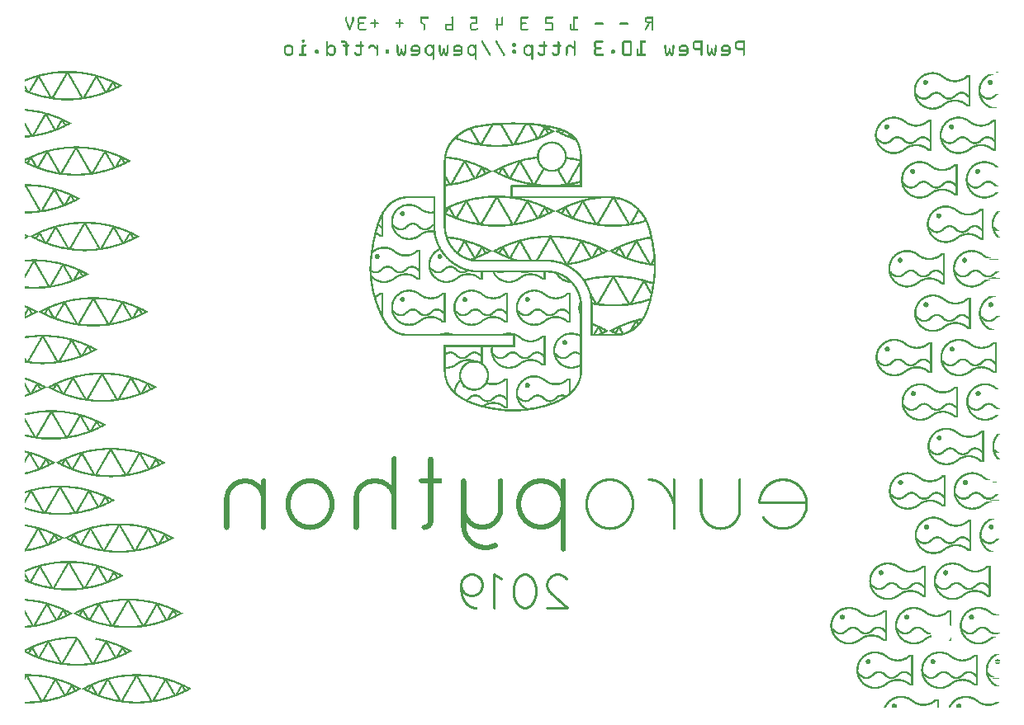
<source format=gbo>
G04 MADE WITH FRITZING*
G04 WWW.FRITZING.ORG*
G04 DOUBLE SIDED*
G04 HOLES PLATED*
G04 CONTOUR ON CENTER OF CONTOUR VECTOR*
%ASAXBY*%
%FSLAX23Y23*%
%MOIN*%
%OFA0B0*%
%SFA1.0B1.0*%
%ADD10R,0.001000X0.001000*%
%LNSILK0*%
G90*
G70*
G54D10*
X1297Y2790D02*
X1300Y2790D01*
X1324Y2790D02*
X1328Y2790D01*
X1350Y2790D02*
X1378Y2790D01*
X1597Y2790D02*
X1630Y2790D01*
X1724Y2790D02*
X1731Y2790D01*
X1800Y2790D02*
X1826Y2790D01*
X1927Y2790D02*
X1930Y2790D01*
X2004Y2790D02*
X2033Y2790D01*
X2105Y2790D02*
X2133Y2790D01*
X2216Y2790D02*
X2234Y2790D01*
X2510Y2790D02*
X2538Y2790D01*
X1296Y2789D02*
X1301Y2789D01*
X1323Y2789D02*
X1329Y2789D01*
X1348Y2789D02*
X1379Y2789D01*
X1597Y2789D02*
X1631Y2789D01*
X1723Y2789D02*
X1731Y2789D01*
X1799Y2789D02*
X1826Y2789D01*
X1926Y2789D02*
X1931Y2789D01*
X2003Y2789D02*
X2034Y2789D01*
X2103Y2789D02*
X2134Y2789D01*
X2216Y2789D02*
X2235Y2789D01*
X2509Y2789D02*
X2538Y2789D01*
X1295Y2788D02*
X1301Y2788D01*
X1323Y2788D02*
X1329Y2788D01*
X1347Y2788D02*
X1379Y2788D01*
X1597Y2788D02*
X1631Y2788D01*
X1723Y2788D02*
X1732Y2788D01*
X1799Y2788D02*
X1826Y2788D01*
X1926Y2788D02*
X1932Y2788D01*
X2002Y2788D02*
X2034Y2788D01*
X2103Y2788D02*
X2135Y2788D01*
X2216Y2788D02*
X2235Y2788D01*
X2507Y2788D02*
X2538Y2788D01*
X1295Y2787D02*
X1301Y2787D01*
X1323Y2787D02*
X1329Y2787D01*
X1347Y2787D02*
X1379Y2787D01*
X1597Y2787D02*
X1631Y2787D01*
X1723Y2787D02*
X1732Y2787D01*
X1799Y2787D02*
X1826Y2787D01*
X1926Y2787D02*
X1932Y2787D01*
X2001Y2787D02*
X2034Y2787D01*
X2102Y2787D02*
X2135Y2787D01*
X2216Y2787D02*
X2235Y2787D01*
X2506Y2787D02*
X2538Y2787D01*
X1295Y2786D02*
X1301Y2786D01*
X1323Y2786D02*
X1329Y2786D01*
X1346Y2786D02*
X1379Y2786D01*
X1597Y2786D02*
X1631Y2786D01*
X1723Y2786D02*
X1732Y2786D01*
X1799Y2786D02*
X1826Y2786D01*
X1926Y2786D02*
X1932Y2786D01*
X2001Y2786D02*
X2034Y2786D01*
X2101Y2786D02*
X2134Y2786D01*
X2216Y2786D02*
X2235Y2786D01*
X2506Y2786D02*
X2538Y2786D01*
X1295Y2785D02*
X1301Y2785D01*
X1323Y2785D02*
X1329Y2785D01*
X1346Y2785D02*
X1378Y2785D01*
X1597Y2785D02*
X1631Y2785D01*
X1723Y2785D02*
X1732Y2785D01*
X1800Y2785D02*
X1826Y2785D01*
X1926Y2785D02*
X1932Y2785D01*
X2000Y2785D02*
X2033Y2785D01*
X2101Y2785D02*
X2134Y2785D01*
X2216Y2785D02*
X2234Y2785D01*
X2505Y2785D02*
X2538Y2785D01*
X1295Y2784D02*
X1301Y2784D01*
X1323Y2784D02*
X1329Y2784D01*
X1346Y2784D02*
X1377Y2784D01*
X1597Y2784D02*
X1631Y2784D01*
X1725Y2784D02*
X1732Y2784D01*
X1801Y2784D02*
X1826Y2784D01*
X1906Y2784D02*
X1910Y2784D01*
X1926Y2784D02*
X1932Y2784D01*
X2000Y2784D02*
X2032Y2784D01*
X2101Y2784D02*
X2132Y2784D01*
X2216Y2784D02*
X2233Y2784D01*
X2505Y2784D02*
X2538Y2784D01*
X1295Y2783D02*
X1301Y2783D01*
X1323Y2783D02*
X1329Y2783D01*
X1346Y2783D02*
X1352Y2783D01*
X1597Y2783D02*
X1604Y2783D01*
X1625Y2783D02*
X1631Y2783D01*
X1726Y2783D02*
X1732Y2783D01*
X1820Y2783D02*
X1826Y2783D01*
X1905Y2783D02*
X1910Y2783D01*
X1926Y2783D02*
X1932Y2783D01*
X2000Y2783D02*
X2006Y2783D01*
X2101Y2783D02*
X2107Y2783D01*
X2216Y2783D02*
X2222Y2783D01*
X2504Y2783D02*
X2511Y2783D01*
X2532Y2783D02*
X2538Y2783D01*
X1295Y2782D02*
X1301Y2782D01*
X1323Y2782D02*
X1329Y2782D01*
X1346Y2782D02*
X1352Y2782D01*
X1597Y2782D02*
X1604Y2782D01*
X1626Y2782D02*
X1630Y2782D01*
X1726Y2782D02*
X1732Y2782D01*
X1820Y2782D02*
X1826Y2782D01*
X1905Y2782D02*
X1911Y2782D01*
X1926Y2782D02*
X1932Y2782D01*
X2000Y2782D02*
X2006Y2782D01*
X2101Y2782D02*
X2107Y2782D01*
X2216Y2782D02*
X2222Y2782D01*
X2504Y2782D02*
X2511Y2782D01*
X2532Y2782D02*
X2538Y2782D01*
X1295Y2781D02*
X1301Y2781D01*
X1323Y2781D02*
X1329Y2781D01*
X1346Y2781D02*
X1352Y2781D01*
X1597Y2781D02*
X1604Y2781D01*
X1628Y2781D02*
X1628Y2781D01*
X1726Y2781D02*
X1732Y2781D01*
X1820Y2781D02*
X1826Y2781D01*
X1905Y2781D02*
X1911Y2781D01*
X1926Y2781D02*
X1932Y2781D01*
X2000Y2781D02*
X2006Y2781D01*
X2101Y2781D02*
X2107Y2781D01*
X2216Y2781D02*
X2222Y2781D01*
X2504Y2781D02*
X2510Y2781D01*
X2532Y2781D02*
X2538Y2781D01*
X1295Y2780D02*
X1301Y2780D01*
X1323Y2780D02*
X1329Y2780D01*
X1346Y2780D02*
X1352Y2780D01*
X1411Y2780D02*
X1415Y2780D01*
X1512Y2780D02*
X1516Y2780D01*
X1597Y2780D02*
X1604Y2780D01*
X1726Y2780D02*
X1732Y2780D01*
X1820Y2780D02*
X1826Y2780D01*
X1905Y2780D02*
X1911Y2780D01*
X1926Y2780D02*
X1932Y2780D01*
X2000Y2780D02*
X2006Y2780D01*
X2101Y2780D02*
X2107Y2780D01*
X2216Y2780D02*
X2222Y2780D01*
X2504Y2780D02*
X2510Y2780D01*
X2532Y2780D02*
X2538Y2780D01*
X1295Y2779D02*
X1301Y2779D01*
X1323Y2779D02*
X1329Y2779D01*
X1346Y2779D02*
X1352Y2779D01*
X1410Y2779D02*
X1416Y2779D01*
X1511Y2779D02*
X1516Y2779D01*
X1597Y2779D02*
X1604Y2779D01*
X1726Y2779D02*
X1732Y2779D01*
X1820Y2779D02*
X1826Y2779D01*
X1905Y2779D02*
X1911Y2779D01*
X1926Y2779D02*
X1932Y2779D01*
X2000Y2779D02*
X2006Y2779D01*
X2101Y2779D02*
X2107Y2779D01*
X2216Y2779D02*
X2222Y2779D01*
X2504Y2779D02*
X2510Y2779D01*
X2532Y2779D02*
X2538Y2779D01*
X1295Y2778D02*
X1301Y2778D01*
X1323Y2778D02*
X1329Y2778D01*
X1346Y2778D02*
X1352Y2778D01*
X1410Y2778D02*
X1416Y2778D01*
X1511Y2778D02*
X1517Y2778D01*
X1597Y2778D02*
X1604Y2778D01*
X1726Y2778D02*
X1732Y2778D01*
X1820Y2778D02*
X1826Y2778D01*
X1905Y2778D02*
X1911Y2778D01*
X1926Y2778D02*
X1932Y2778D01*
X2000Y2778D02*
X2006Y2778D01*
X2101Y2778D02*
X2107Y2778D01*
X2216Y2778D02*
X2222Y2778D01*
X2504Y2778D02*
X2510Y2778D01*
X2532Y2778D02*
X2538Y2778D01*
X1295Y2777D02*
X1301Y2777D01*
X1323Y2777D02*
X1329Y2777D01*
X1346Y2777D02*
X1352Y2777D01*
X1410Y2777D02*
X1416Y2777D01*
X1511Y2777D02*
X1517Y2777D01*
X1597Y2777D02*
X1604Y2777D01*
X1726Y2777D02*
X1732Y2777D01*
X1820Y2777D02*
X1826Y2777D01*
X1905Y2777D02*
X1911Y2777D01*
X1926Y2777D02*
X1932Y2777D01*
X2000Y2777D02*
X2006Y2777D01*
X2101Y2777D02*
X2107Y2777D01*
X2216Y2777D02*
X2222Y2777D01*
X2504Y2777D02*
X2510Y2777D01*
X2532Y2777D02*
X2538Y2777D01*
X1295Y2776D02*
X1301Y2776D01*
X1323Y2776D02*
X1329Y2776D01*
X1346Y2776D02*
X1352Y2776D01*
X1410Y2776D02*
X1416Y2776D01*
X1511Y2776D02*
X1517Y2776D01*
X1597Y2776D02*
X1604Y2776D01*
X1726Y2776D02*
X1732Y2776D01*
X1820Y2776D02*
X1826Y2776D01*
X1905Y2776D02*
X1911Y2776D01*
X1926Y2776D02*
X1932Y2776D01*
X2000Y2776D02*
X2006Y2776D01*
X2101Y2776D02*
X2107Y2776D01*
X2216Y2776D02*
X2222Y2776D01*
X2504Y2776D02*
X2510Y2776D01*
X2532Y2776D02*
X2538Y2776D01*
X1295Y2775D02*
X1302Y2775D01*
X1323Y2775D02*
X1329Y2775D01*
X1346Y2775D02*
X1352Y2775D01*
X1410Y2775D02*
X1416Y2775D01*
X1511Y2775D02*
X1517Y2775D01*
X1597Y2775D02*
X1604Y2775D01*
X1726Y2775D02*
X1732Y2775D01*
X1820Y2775D02*
X1826Y2775D01*
X1905Y2775D02*
X1911Y2775D01*
X1926Y2775D02*
X1932Y2775D01*
X2000Y2775D02*
X2006Y2775D01*
X2101Y2775D02*
X2107Y2775D01*
X2216Y2775D02*
X2222Y2775D01*
X2504Y2775D02*
X2510Y2775D01*
X2532Y2775D02*
X2538Y2775D01*
X1296Y2774D02*
X1302Y2774D01*
X1322Y2774D02*
X1329Y2774D01*
X1346Y2774D02*
X1352Y2774D01*
X1410Y2774D02*
X1416Y2774D01*
X1511Y2774D02*
X1517Y2774D01*
X1597Y2774D02*
X1604Y2774D01*
X1726Y2774D02*
X1732Y2774D01*
X1820Y2774D02*
X1826Y2774D01*
X1905Y2774D02*
X1911Y2774D01*
X1926Y2774D02*
X1932Y2774D01*
X2000Y2774D02*
X2006Y2774D01*
X2101Y2774D02*
X2107Y2774D01*
X2216Y2774D02*
X2222Y2774D01*
X2504Y2774D02*
X2511Y2774D01*
X2532Y2774D02*
X2538Y2774D01*
X1296Y2773D02*
X1303Y2773D01*
X1322Y2773D02*
X1328Y2773D01*
X1346Y2773D02*
X1352Y2773D01*
X1410Y2773D02*
X1416Y2773D01*
X1511Y2773D02*
X1517Y2773D01*
X1597Y2773D02*
X1604Y2773D01*
X1726Y2773D02*
X1732Y2773D01*
X1820Y2773D02*
X1826Y2773D01*
X1905Y2773D02*
X1911Y2773D01*
X1926Y2773D02*
X1932Y2773D01*
X2000Y2773D02*
X2006Y2773D01*
X2101Y2773D02*
X2107Y2773D01*
X2216Y2773D02*
X2222Y2773D01*
X2505Y2773D02*
X2538Y2773D01*
X1296Y2772D02*
X1303Y2772D01*
X1321Y2772D02*
X1328Y2772D01*
X1346Y2772D02*
X1352Y2772D01*
X1410Y2772D02*
X1416Y2772D01*
X1511Y2772D02*
X1517Y2772D01*
X1597Y2772D02*
X1604Y2772D01*
X1726Y2772D02*
X1732Y2772D01*
X1820Y2772D02*
X1826Y2772D01*
X1905Y2772D02*
X1911Y2772D01*
X1926Y2772D02*
X1932Y2772D01*
X2000Y2772D02*
X2006Y2772D01*
X2101Y2772D02*
X2107Y2772D01*
X2216Y2772D02*
X2222Y2772D01*
X2505Y2772D02*
X2538Y2772D01*
X1297Y2771D02*
X1303Y2771D01*
X1321Y2771D02*
X1328Y2771D01*
X1346Y2771D02*
X1352Y2771D01*
X1410Y2771D02*
X1416Y2771D01*
X1511Y2771D02*
X1517Y2771D01*
X1597Y2771D02*
X1604Y2771D01*
X1726Y2771D02*
X1732Y2771D01*
X1820Y2771D02*
X1826Y2771D01*
X1905Y2771D02*
X1911Y2771D01*
X1926Y2771D02*
X1932Y2771D01*
X2000Y2771D02*
X2006Y2771D01*
X2101Y2771D02*
X2107Y2771D01*
X2216Y2771D02*
X2222Y2771D01*
X2506Y2771D02*
X2538Y2771D01*
X1297Y2770D02*
X1304Y2770D01*
X1321Y2770D02*
X1327Y2770D01*
X1346Y2770D02*
X1352Y2770D01*
X1410Y2770D02*
X1416Y2770D01*
X1511Y2770D02*
X1517Y2770D01*
X1597Y2770D02*
X1605Y2770D01*
X1726Y2770D02*
X1732Y2770D01*
X1820Y2770D02*
X1826Y2770D01*
X1905Y2770D02*
X1911Y2770D01*
X1926Y2770D02*
X1932Y2770D01*
X2000Y2770D02*
X2007Y2770D01*
X2101Y2770D02*
X2107Y2770D01*
X2216Y2770D02*
X2222Y2770D01*
X2506Y2770D02*
X2538Y2770D01*
X1298Y2769D02*
X1304Y2769D01*
X1320Y2769D02*
X1327Y2769D01*
X1346Y2769D02*
X1352Y2769D01*
X1410Y2769D02*
X1416Y2769D01*
X1511Y2769D02*
X1517Y2769D01*
X1598Y2769D02*
X1606Y2769D01*
X1726Y2769D02*
X1732Y2769D01*
X1820Y2769D02*
X1826Y2769D01*
X1905Y2769D02*
X1911Y2769D01*
X1926Y2769D02*
X1932Y2769D01*
X2000Y2769D02*
X2007Y2769D01*
X2101Y2769D02*
X2107Y2769D01*
X2216Y2769D02*
X2222Y2769D01*
X2507Y2769D02*
X2538Y2769D01*
X1298Y2768D02*
X1305Y2768D01*
X1320Y2768D02*
X1326Y2768D01*
X1346Y2768D02*
X1353Y2768D01*
X1410Y2768D02*
X1416Y2768D01*
X1511Y2768D02*
X1517Y2768D01*
X1598Y2768D02*
X1607Y2768D01*
X1726Y2768D02*
X1732Y2768D01*
X1820Y2768D02*
X1826Y2768D01*
X1905Y2768D02*
X1911Y2768D01*
X1926Y2768D02*
X1932Y2768D01*
X2001Y2768D02*
X2008Y2768D01*
X2101Y2768D02*
X2107Y2768D01*
X2216Y2768D02*
X2222Y2768D01*
X2509Y2768D02*
X2538Y2768D01*
X1298Y2767D02*
X1305Y2767D01*
X1319Y2767D02*
X1326Y2767D01*
X1346Y2767D02*
X1370Y2767D01*
X1398Y2767D02*
X1427Y2767D01*
X1499Y2767D02*
X1528Y2767D01*
X1599Y2767D02*
X1608Y2767D01*
X1726Y2767D02*
X1732Y2767D01*
X1804Y2767D02*
X1826Y2767D01*
X1905Y2767D02*
X1911Y2767D01*
X1926Y2767D02*
X1932Y2767D01*
X2001Y2767D02*
X2025Y2767D01*
X2101Y2767D02*
X2129Y2767D01*
X2216Y2767D02*
X2222Y2767D01*
X2305Y2767D02*
X2334Y2767D01*
X2406Y2767D02*
X2435Y2767D01*
X2510Y2767D02*
X2538Y2767D01*
X1299Y2766D02*
X1305Y2766D01*
X1319Y2766D02*
X1326Y2766D01*
X1347Y2766D02*
X1372Y2766D01*
X1397Y2766D02*
X1429Y2766D01*
X1498Y2766D02*
X1530Y2766D01*
X1600Y2766D02*
X1610Y2766D01*
X1726Y2766D02*
X1732Y2766D01*
X1802Y2766D02*
X1826Y2766D01*
X1905Y2766D02*
X1911Y2766D01*
X1926Y2766D02*
X1932Y2766D01*
X2002Y2766D02*
X2026Y2766D01*
X2101Y2766D02*
X2132Y2766D01*
X2216Y2766D02*
X2222Y2766D01*
X2303Y2766D02*
X2335Y2766D01*
X2404Y2766D02*
X2436Y2766D01*
X2518Y2766D02*
X2526Y2766D01*
X2531Y2766D02*
X2538Y2766D01*
X1299Y2765D02*
X1306Y2765D01*
X1319Y2765D02*
X1325Y2765D01*
X1347Y2765D02*
X1372Y2765D01*
X1396Y2765D02*
X1429Y2765D01*
X1497Y2765D02*
X1530Y2765D01*
X1601Y2765D02*
X1611Y2765D01*
X1726Y2765D02*
X1732Y2765D01*
X1801Y2765D02*
X1826Y2765D01*
X1905Y2765D02*
X1911Y2765D01*
X1926Y2765D02*
X1932Y2765D01*
X2002Y2765D02*
X2027Y2765D01*
X2101Y2765D02*
X2133Y2765D01*
X2216Y2765D02*
X2222Y2765D01*
X2303Y2765D02*
X2336Y2765D01*
X2403Y2765D02*
X2437Y2765D01*
X2518Y2765D02*
X2525Y2765D01*
X2532Y2765D02*
X2538Y2765D01*
X1300Y2764D02*
X1306Y2764D01*
X1318Y2764D02*
X1325Y2764D01*
X1348Y2764D02*
X1372Y2764D01*
X1396Y2764D02*
X1430Y2764D01*
X1497Y2764D02*
X1530Y2764D01*
X1602Y2764D02*
X1612Y2764D01*
X1726Y2764D02*
X1732Y2764D01*
X1800Y2764D02*
X1826Y2764D01*
X1905Y2764D02*
X1911Y2764D01*
X1926Y2764D02*
X1932Y2764D01*
X2003Y2764D02*
X2027Y2764D01*
X2102Y2764D02*
X2134Y2764D01*
X2216Y2764D02*
X2222Y2764D01*
X2303Y2764D02*
X2336Y2764D01*
X2403Y2764D02*
X2437Y2764D01*
X2517Y2764D02*
X2525Y2764D01*
X2532Y2764D02*
X2538Y2764D01*
X1300Y2763D02*
X1307Y2763D01*
X1318Y2763D02*
X1324Y2763D01*
X1348Y2763D02*
X1372Y2763D01*
X1396Y2763D02*
X1430Y2763D01*
X1497Y2763D02*
X1530Y2763D01*
X1603Y2763D02*
X1613Y2763D01*
X1726Y2763D02*
X1732Y2763D01*
X1800Y2763D02*
X1826Y2763D01*
X1905Y2763D02*
X1911Y2763D01*
X1926Y2763D02*
X1932Y2763D01*
X2003Y2763D02*
X2027Y2763D01*
X2103Y2763D02*
X2134Y2763D01*
X2216Y2763D02*
X2222Y2763D01*
X2302Y2763D02*
X2336Y2763D01*
X2403Y2763D02*
X2437Y2763D01*
X2517Y2763D02*
X2524Y2763D01*
X2532Y2763D02*
X2538Y2763D01*
X1300Y2762D02*
X1307Y2762D01*
X1317Y2762D02*
X1324Y2762D01*
X1347Y2762D02*
X1372Y2762D01*
X1397Y2762D02*
X1429Y2762D01*
X1497Y2762D02*
X1530Y2762D01*
X1604Y2762D02*
X1614Y2762D01*
X1726Y2762D02*
X1732Y2762D01*
X1799Y2762D02*
X1826Y2762D01*
X1905Y2762D02*
X1911Y2762D01*
X1926Y2762D02*
X1932Y2762D01*
X2002Y2762D02*
X2027Y2762D01*
X2103Y2762D02*
X2134Y2762D01*
X2216Y2762D02*
X2222Y2762D01*
X2302Y2762D02*
X2336Y2762D01*
X2403Y2762D02*
X2437Y2762D01*
X2516Y2762D02*
X2523Y2762D01*
X2532Y2762D02*
X2538Y2762D01*
X1301Y2761D02*
X1307Y2761D01*
X1317Y2761D02*
X1324Y2761D01*
X1347Y2761D02*
X1371Y2761D01*
X1397Y2761D02*
X1428Y2761D01*
X1498Y2761D02*
X1529Y2761D01*
X1606Y2761D02*
X1616Y2761D01*
X1700Y2761D02*
X1732Y2761D01*
X1799Y2761D02*
X1826Y2761D01*
X1904Y2761D02*
X1932Y2761D01*
X2001Y2761D02*
X2026Y2761D01*
X2105Y2761D02*
X2135Y2761D01*
X2204Y2761D02*
X2206Y2761D01*
X2216Y2761D02*
X2222Y2761D01*
X2302Y2761D02*
X2336Y2761D01*
X2403Y2761D02*
X2437Y2761D01*
X2516Y2761D02*
X2523Y2761D01*
X2532Y2761D02*
X2538Y2761D01*
X1301Y2760D02*
X1308Y2760D01*
X1317Y2760D02*
X1323Y2760D01*
X1346Y2760D02*
X1354Y2760D01*
X1410Y2760D02*
X1416Y2760D01*
X1510Y2760D02*
X1517Y2760D01*
X1607Y2760D02*
X1616Y2760D01*
X1699Y2760D02*
X1732Y2760D01*
X1799Y2760D02*
X1805Y2760D01*
X1902Y2760D02*
X1932Y2760D01*
X2001Y2760D02*
X2009Y2760D01*
X2128Y2760D02*
X2135Y2760D01*
X2203Y2760D02*
X2207Y2760D01*
X2216Y2760D02*
X2222Y2760D01*
X2303Y2760D02*
X2336Y2760D01*
X2403Y2760D02*
X2437Y2760D01*
X2515Y2760D02*
X2522Y2760D01*
X2532Y2760D02*
X2538Y2760D01*
X1301Y2759D02*
X1308Y2759D01*
X1316Y2759D02*
X1323Y2759D01*
X1346Y2759D02*
X1353Y2759D01*
X1410Y2759D02*
X1416Y2759D01*
X1511Y2759D02*
X1517Y2759D01*
X1608Y2759D02*
X1617Y2759D01*
X1698Y2759D02*
X1732Y2759D01*
X1799Y2759D02*
X1805Y2759D01*
X1902Y2759D02*
X1932Y2759D01*
X2001Y2759D02*
X2007Y2759D01*
X2129Y2759D02*
X2135Y2759D01*
X2202Y2759D02*
X2208Y2759D01*
X2216Y2759D02*
X2222Y2759D01*
X2303Y2759D02*
X2336Y2759D01*
X2404Y2759D02*
X2436Y2759D01*
X2514Y2759D02*
X2522Y2759D01*
X2532Y2759D02*
X2538Y2759D01*
X1302Y2758D02*
X1308Y2758D01*
X1316Y2758D02*
X1323Y2758D01*
X1346Y2758D02*
X1352Y2758D01*
X1410Y2758D02*
X1416Y2758D01*
X1511Y2758D02*
X1517Y2758D01*
X1609Y2758D02*
X1617Y2758D01*
X1698Y2758D02*
X1732Y2758D01*
X1799Y2758D02*
X1805Y2758D01*
X1901Y2758D02*
X1932Y2758D01*
X2000Y2758D02*
X2007Y2758D01*
X2129Y2758D02*
X2135Y2758D01*
X2202Y2758D02*
X2208Y2758D01*
X2216Y2758D02*
X2222Y2758D01*
X2304Y2758D02*
X2335Y2758D01*
X2405Y2758D02*
X2436Y2758D01*
X2514Y2758D02*
X2521Y2758D01*
X2532Y2758D02*
X2538Y2758D01*
X1302Y2757D02*
X1309Y2757D01*
X1315Y2757D02*
X1322Y2757D01*
X1346Y2757D02*
X1352Y2757D01*
X1410Y2757D02*
X1416Y2757D01*
X1511Y2757D02*
X1517Y2757D01*
X1610Y2757D02*
X1617Y2757D01*
X1698Y2757D02*
X1732Y2757D01*
X1799Y2757D02*
X1805Y2757D01*
X1901Y2757D02*
X1932Y2757D01*
X2000Y2757D02*
X2006Y2757D01*
X2129Y2757D02*
X2135Y2757D01*
X2202Y2757D02*
X2208Y2757D01*
X2216Y2757D02*
X2222Y2757D01*
X2513Y2757D02*
X2520Y2757D01*
X2532Y2757D02*
X2538Y2757D01*
X1303Y2756D02*
X1309Y2756D01*
X1315Y2756D02*
X1322Y2756D01*
X1346Y2756D02*
X1352Y2756D01*
X1410Y2756D02*
X1416Y2756D01*
X1511Y2756D02*
X1517Y2756D01*
X1611Y2756D02*
X1617Y2756D01*
X1698Y2756D02*
X1732Y2756D01*
X1799Y2756D02*
X1805Y2756D01*
X1902Y2756D02*
X1932Y2756D01*
X2000Y2756D02*
X2006Y2756D01*
X2129Y2756D02*
X2135Y2756D01*
X2202Y2756D02*
X2208Y2756D01*
X2216Y2756D02*
X2222Y2756D01*
X2513Y2756D02*
X2520Y2756D01*
X2532Y2756D02*
X2538Y2756D01*
X1303Y2755D02*
X1310Y2755D01*
X1315Y2755D02*
X1321Y2755D01*
X1346Y2755D02*
X1352Y2755D01*
X1410Y2755D02*
X1416Y2755D01*
X1511Y2755D02*
X1517Y2755D01*
X1611Y2755D02*
X1617Y2755D01*
X1698Y2755D02*
X1732Y2755D01*
X1799Y2755D02*
X1805Y2755D01*
X1903Y2755D02*
X1932Y2755D01*
X2000Y2755D02*
X2006Y2755D01*
X2129Y2755D02*
X2135Y2755D01*
X2202Y2755D02*
X2208Y2755D01*
X2216Y2755D02*
X2222Y2755D01*
X2512Y2755D02*
X2519Y2755D01*
X2532Y2755D02*
X2538Y2755D01*
X1303Y2754D02*
X1310Y2754D01*
X1314Y2754D02*
X1321Y2754D01*
X1346Y2754D02*
X1352Y2754D01*
X1410Y2754D02*
X1416Y2754D01*
X1511Y2754D02*
X1517Y2754D01*
X1611Y2754D02*
X1617Y2754D01*
X1698Y2754D02*
X1704Y2754D01*
X1726Y2754D02*
X1732Y2754D01*
X1799Y2754D02*
X1805Y2754D01*
X1905Y2754D02*
X1911Y2754D01*
X2000Y2754D02*
X2006Y2754D01*
X2129Y2754D02*
X2135Y2754D01*
X2202Y2754D02*
X2208Y2754D01*
X2216Y2754D02*
X2222Y2754D01*
X2512Y2754D02*
X2519Y2754D01*
X2532Y2754D02*
X2538Y2754D01*
X1304Y2753D02*
X1310Y2753D01*
X1314Y2753D02*
X1321Y2753D01*
X1346Y2753D02*
X1352Y2753D01*
X1410Y2753D02*
X1416Y2753D01*
X1511Y2753D02*
X1517Y2753D01*
X1611Y2753D02*
X1617Y2753D01*
X1698Y2753D02*
X1704Y2753D01*
X1726Y2753D02*
X1732Y2753D01*
X1799Y2753D02*
X1805Y2753D01*
X1905Y2753D02*
X1911Y2753D01*
X2000Y2753D02*
X2006Y2753D01*
X2129Y2753D02*
X2135Y2753D01*
X2202Y2753D02*
X2208Y2753D01*
X2216Y2753D02*
X2222Y2753D01*
X2511Y2753D02*
X2518Y2753D01*
X2532Y2753D02*
X2538Y2753D01*
X1304Y2752D02*
X1311Y2752D01*
X1314Y2752D02*
X1320Y2752D01*
X1346Y2752D02*
X1352Y2752D01*
X1410Y2752D02*
X1416Y2752D01*
X1511Y2752D02*
X1517Y2752D01*
X1611Y2752D02*
X1617Y2752D01*
X1698Y2752D02*
X1704Y2752D01*
X1726Y2752D02*
X1732Y2752D01*
X1799Y2752D02*
X1805Y2752D01*
X1905Y2752D02*
X1911Y2752D01*
X2000Y2752D02*
X2006Y2752D01*
X2129Y2752D02*
X2135Y2752D01*
X2202Y2752D02*
X2208Y2752D01*
X2216Y2752D02*
X2222Y2752D01*
X2510Y2752D02*
X2518Y2752D01*
X2532Y2752D02*
X2538Y2752D01*
X1305Y2751D02*
X1311Y2751D01*
X1313Y2751D02*
X1320Y2751D01*
X1346Y2751D02*
X1352Y2751D01*
X1410Y2751D02*
X1416Y2751D01*
X1511Y2751D02*
X1517Y2751D01*
X1611Y2751D02*
X1617Y2751D01*
X1698Y2751D02*
X1704Y2751D01*
X1726Y2751D02*
X1732Y2751D01*
X1799Y2751D02*
X1805Y2751D01*
X1905Y2751D02*
X1911Y2751D01*
X2000Y2751D02*
X2006Y2751D01*
X2129Y2751D02*
X2135Y2751D01*
X2202Y2751D02*
X2208Y2751D01*
X2216Y2751D02*
X2222Y2751D01*
X2510Y2751D02*
X2517Y2751D01*
X2532Y2751D02*
X2538Y2751D01*
X1305Y2750D02*
X1319Y2750D01*
X1346Y2750D02*
X1352Y2750D01*
X1410Y2750D02*
X1416Y2750D01*
X1511Y2750D02*
X1517Y2750D01*
X1611Y2750D02*
X1617Y2750D01*
X1698Y2750D02*
X1704Y2750D01*
X1726Y2750D02*
X1732Y2750D01*
X1799Y2750D02*
X1805Y2750D01*
X1905Y2750D02*
X1911Y2750D01*
X2000Y2750D02*
X2006Y2750D01*
X2129Y2750D02*
X2135Y2750D01*
X2202Y2750D02*
X2208Y2750D01*
X2216Y2750D02*
X2222Y2750D01*
X2509Y2750D02*
X2516Y2750D01*
X2532Y2750D02*
X2538Y2750D01*
X1305Y2749D02*
X1319Y2749D01*
X1346Y2749D02*
X1352Y2749D01*
X1410Y2749D02*
X1416Y2749D01*
X1511Y2749D02*
X1516Y2749D01*
X1611Y2749D02*
X1617Y2749D01*
X1698Y2749D02*
X1704Y2749D01*
X1726Y2749D02*
X1732Y2749D01*
X1799Y2749D02*
X1805Y2749D01*
X1905Y2749D02*
X1911Y2749D01*
X2000Y2749D02*
X2006Y2749D01*
X2129Y2749D02*
X2135Y2749D01*
X2202Y2749D02*
X2208Y2749D01*
X2216Y2749D02*
X2222Y2749D01*
X2509Y2749D02*
X2516Y2749D01*
X2532Y2749D02*
X2538Y2749D01*
X1306Y2748D02*
X1319Y2748D01*
X1346Y2748D02*
X1352Y2748D01*
X1411Y2748D02*
X1415Y2748D01*
X1511Y2748D02*
X1516Y2748D01*
X1611Y2748D02*
X1617Y2748D01*
X1698Y2748D02*
X1704Y2748D01*
X1726Y2748D02*
X1732Y2748D01*
X1799Y2748D02*
X1805Y2748D01*
X1905Y2748D02*
X1911Y2748D01*
X2000Y2748D02*
X2006Y2748D01*
X2129Y2748D02*
X2135Y2748D01*
X2202Y2748D02*
X2208Y2748D01*
X2216Y2748D02*
X2222Y2748D01*
X2508Y2748D02*
X2515Y2748D01*
X2532Y2748D02*
X2538Y2748D01*
X1306Y2747D02*
X1318Y2747D01*
X1346Y2747D02*
X1352Y2747D01*
X1411Y2747D02*
X1414Y2747D01*
X1512Y2747D02*
X1515Y2747D01*
X1611Y2747D02*
X1617Y2747D01*
X1698Y2747D02*
X1704Y2747D01*
X1726Y2747D02*
X1732Y2747D01*
X1799Y2747D02*
X1805Y2747D01*
X1905Y2747D02*
X1911Y2747D01*
X2000Y2747D02*
X2006Y2747D01*
X2129Y2747D02*
X2135Y2747D01*
X2202Y2747D02*
X2208Y2747D01*
X2216Y2747D02*
X2222Y2747D01*
X2507Y2747D02*
X2515Y2747D01*
X2532Y2747D02*
X2538Y2747D01*
X1307Y2746D02*
X1318Y2746D01*
X1346Y2746D02*
X1352Y2746D01*
X1611Y2746D02*
X1617Y2746D01*
X1698Y2746D02*
X1704Y2746D01*
X1726Y2746D02*
X1732Y2746D01*
X1799Y2746D02*
X1805Y2746D01*
X1828Y2746D02*
X1831Y2746D01*
X1905Y2746D02*
X1911Y2746D01*
X2000Y2746D02*
X2006Y2746D01*
X2129Y2746D02*
X2135Y2746D01*
X2202Y2746D02*
X2208Y2746D01*
X2216Y2746D02*
X2222Y2746D01*
X2507Y2746D02*
X2514Y2746D01*
X2532Y2746D02*
X2538Y2746D01*
X1307Y2745D02*
X1317Y2745D01*
X1346Y2745D02*
X1352Y2745D01*
X1611Y2745D02*
X1617Y2745D01*
X1698Y2745D02*
X1704Y2745D01*
X1726Y2745D02*
X1732Y2745D01*
X1799Y2745D02*
X1805Y2745D01*
X1826Y2745D02*
X1832Y2745D01*
X1905Y2745D02*
X1911Y2745D01*
X2000Y2745D02*
X2006Y2745D01*
X2129Y2745D02*
X2135Y2745D01*
X2202Y2745D02*
X2208Y2745D01*
X2216Y2745D02*
X2222Y2745D01*
X2506Y2745D02*
X2513Y2745D01*
X2532Y2745D02*
X2538Y2745D01*
X1307Y2744D02*
X1317Y2744D01*
X1346Y2744D02*
X1352Y2744D01*
X1611Y2744D02*
X1617Y2744D01*
X1698Y2744D02*
X1704Y2744D01*
X1726Y2744D02*
X1732Y2744D01*
X1799Y2744D02*
X1805Y2744D01*
X1824Y2744D02*
X1832Y2744D01*
X1905Y2744D02*
X1911Y2744D01*
X2000Y2744D02*
X2006Y2744D01*
X2129Y2744D02*
X2135Y2744D01*
X2202Y2744D02*
X2208Y2744D01*
X2216Y2744D02*
X2222Y2744D01*
X2506Y2744D02*
X2513Y2744D01*
X2532Y2744D02*
X2538Y2744D01*
X1308Y2743D02*
X1317Y2743D01*
X1346Y2743D02*
X1378Y2743D01*
X1611Y2743D02*
X1617Y2743D01*
X1698Y2743D02*
X1732Y2743D01*
X1799Y2743D02*
X1833Y2743D01*
X1905Y2743D02*
X1911Y2743D01*
X2000Y2743D02*
X2032Y2743D01*
X2103Y2743D02*
X2135Y2743D01*
X2202Y2743D02*
X2234Y2743D01*
X2505Y2743D02*
X2512Y2743D01*
X2532Y2743D02*
X2538Y2743D01*
X1308Y2742D02*
X1316Y2742D01*
X1346Y2742D02*
X1379Y2742D01*
X1611Y2742D02*
X1617Y2742D01*
X1698Y2742D02*
X1732Y2742D01*
X1799Y2742D02*
X1832Y2742D01*
X1905Y2742D02*
X1911Y2742D01*
X2001Y2742D02*
X2033Y2742D01*
X2102Y2742D02*
X2135Y2742D01*
X2202Y2742D02*
X2235Y2742D01*
X2505Y2742D02*
X2512Y2742D01*
X2532Y2742D02*
X2538Y2742D01*
X1309Y2741D02*
X1316Y2741D01*
X1346Y2741D02*
X1379Y2741D01*
X1611Y2741D02*
X1617Y2741D01*
X1698Y2741D02*
X1732Y2741D01*
X1799Y2741D02*
X1832Y2741D01*
X1905Y2741D02*
X1911Y2741D01*
X2001Y2741D02*
X2034Y2741D01*
X2101Y2741D02*
X2135Y2741D01*
X2202Y2741D02*
X2235Y2741D01*
X2504Y2741D02*
X2511Y2741D01*
X2532Y2741D02*
X2538Y2741D01*
X1309Y2740D02*
X1316Y2740D01*
X1347Y2740D02*
X1379Y2740D01*
X1611Y2740D02*
X1617Y2740D01*
X1698Y2740D02*
X1732Y2740D01*
X1800Y2740D02*
X1831Y2740D01*
X1905Y2740D02*
X1911Y2740D01*
X2001Y2740D02*
X2034Y2740D01*
X2101Y2740D02*
X2135Y2740D01*
X2202Y2740D02*
X2235Y2740D01*
X2504Y2740D02*
X2511Y2740D01*
X2532Y2740D02*
X2538Y2740D01*
X1309Y2739D02*
X1315Y2739D01*
X1347Y2739D02*
X1379Y2739D01*
X1612Y2739D02*
X1617Y2739D01*
X1698Y2739D02*
X1732Y2739D01*
X1801Y2739D02*
X1829Y2739D01*
X1905Y2739D02*
X1911Y2739D01*
X2002Y2739D02*
X2034Y2739D01*
X2101Y2739D02*
X2135Y2739D01*
X2202Y2739D02*
X2235Y2739D01*
X2504Y2739D02*
X2510Y2739D01*
X2532Y2739D02*
X2537Y2739D01*
X1310Y2738D02*
X1315Y2738D01*
X1349Y2738D02*
X1379Y2738D01*
X1612Y2738D02*
X1617Y2738D01*
X1699Y2738D02*
X1731Y2738D01*
X1802Y2738D02*
X1827Y2738D01*
X1906Y2738D02*
X1910Y2738D01*
X2003Y2738D02*
X2033Y2738D01*
X2102Y2738D02*
X2135Y2738D01*
X2203Y2738D02*
X2235Y2738D01*
X2505Y2738D02*
X2509Y2738D01*
X2532Y2738D02*
X2537Y2738D01*
X1311Y2737D02*
X1314Y2737D01*
X1350Y2737D02*
X1378Y2737D01*
X1613Y2737D02*
X1615Y2737D01*
X1700Y2737D02*
X1730Y2737D01*
X1803Y2737D02*
X1824Y2737D01*
X1907Y2737D02*
X1909Y2737D01*
X2005Y2737D02*
X2032Y2737D01*
X2103Y2737D02*
X2135Y2737D01*
X2204Y2737D02*
X2234Y2737D01*
X2506Y2737D02*
X2508Y2737D01*
X2533Y2737D02*
X2536Y2737D01*
X1121Y2697D02*
X1129Y2697D01*
X1120Y2696D02*
X1130Y2696D01*
X1120Y2695D02*
X1130Y2695D01*
X1119Y2694D02*
X1130Y2694D01*
X1220Y2694D02*
X1222Y2694D01*
X1279Y2694D02*
X1293Y2694D01*
X1846Y2694D02*
X1849Y2694D01*
X1903Y2694D02*
X1906Y2694D01*
X2219Y2694D02*
X2221Y2694D01*
X2305Y2694D02*
X2335Y2694D01*
X2418Y2694D02*
X2446Y2694D01*
X2486Y2694D02*
X2506Y2694D01*
X2706Y2694D02*
X2736Y2694D01*
X2877Y2694D02*
X2907Y2694D01*
X1119Y2693D02*
X1130Y2693D01*
X1219Y2693D02*
X1224Y2693D01*
X1278Y2693D02*
X1295Y2693D01*
X1845Y2693D02*
X1850Y2693D01*
X1902Y2693D02*
X1907Y2693D01*
X2218Y2693D02*
X2223Y2693D01*
X2303Y2693D02*
X2336Y2693D01*
X2417Y2693D02*
X2448Y2693D01*
X2486Y2693D02*
X2507Y2693D01*
X2704Y2693D02*
X2736Y2693D01*
X2875Y2693D02*
X2907Y2693D01*
X1119Y2692D02*
X1130Y2692D01*
X1218Y2692D02*
X1224Y2692D01*
X1277Y2692D02*
X1297Y2692D01*
X1844Y2692D02*
X1851Y2692D01*
X1901Y2692D02*
X1908Y2692D01*
X2217Y2692D02*
X2223Y2692D01*
X2302Y2692D02*
X2337Y2692D01*
X2415Y2692D02*
X2449Y2692D01*
X2486Y2692D02*
X2508Y2692D01*
X2702Y2692D02*
X2736Y2692D01*
X2873Y2692D02*
X2907Y2692D01*
X1119Y2691D02*
X1130Y2691D01*
X1218Y2691D02*
X1225Y2691D01*
X1277Y2691D02*
X1298Y2691D01*
X1358Y2691D02*
X1359Y2691D01*
X1844Y2691D02*
X1851Y2691D01*
X1901Y2691D02*
X1908Y2691D01*
X2098Y2691D02*
X2099Y2691D01*
X2155Y2691D02*
X2156Y2691D01*
X2217Y2691D02*
X2223Y2691D01*
X2301Y2691D02*
X2337Y2691D01*
X2415Y2691D02*
X2450Y2691D01*
X2486Y2691D02*
X2508Y2691D01*
X2701Y2691D02*
X2736Y2691D01*
X2872Y2691D02*
X2907Y2691D01*
X1120Y2690D02*
X1130Y2690D01*
X1218Y2690D02*
X1225Y2690D01*
X1277Y2690D02*
X1299Y2690D01*
X1356Y2690D02*
X1361Y2690D01*
X1844Y2690D02*
X1852Y2690D01*
X1901Y2690D02*
X1909Y2690D01*
X2096Y2690D02*
X2101Y2690D01*
X2153Y2690D02*
X2158Y2690D01*
X2217Y2690D02*
X2224Y2690D01*
X2300Y2690D02*
X2337Y2690D01*
X2414Y2690D02*
X2450Y2690D01*
X2486Y2690D02*
X2508Y2690D01*
X2700Y2690D02*
X2736Y2690D01*
X2871Y2690D02*
X2907Y2690D01*
X1120Y2689D02*
X1130Y2689D01*
X1218Y2689D02*
X1225Y2689D01*
X1277Y2689D02*
X1300Y2689D01*
X1355Y2689D02*
X1361Y2689D01*
X1844Y2689D02*
X1852Y2689D01*
X1901Y2689D02*
X1909Y2689D01*
X2095Y2689D02*
X2101Y2689D01*
X2152Y2689D02*
X2158Y2689D01*
X2217Y2689D02*
X2224Y2689D01*
X2300Y2689D02*
X2337Y2689D01*
X2413Y2689D02*
X2451Y2689D01*
X2486Y2689D02*
X2508Y2689D01*
X2700Y2689D02*
X2736Y2689D01*
X2870Y2689D02*
X2907Y2689D01*
X1120Y2688D02*
X1129Y2688D01*
X1218Y2688D02*
X1225Y2688D01*
X1278Y2688D02*
X1301Y2688D01*
X1355Y2688D02*
X1362Y2688D01*
X1845Y2688D02*
X1853Y2688D01*
X1902Y2688D02*
X1910Y2688D01*
X2095Y2688D02*
X2102Y2688D01*
X2152Y2688D02*
X2159Y2688D01*
X2217Y2688D02*
X2224Y2688D01*
X2299Y2688D02*
X2336Y2688D01*
X2413Y2688D02*
X2451Y2688D01*
X2486Y2688D02*
X2507Y2688D01*
X2699Y2688D02*
X2736Y2688D01*
X2870Y2688D02*
X2907Y2688D01*
X1122Y2687D02*
X1128Y2687D01*
X1218Y2687D02*
X1225Y2687D01*
X1279Y2687D02*
X1301Y2687D01*
X1355Y2687D02*
X1362Y2687D01*
X1845Y2687D02*
X1854Y2687D01*
X1902Y2687D02*
X1910Y2687D01*
X2095Y2687D02*
X2102Y2687D01*
X2152Y2687D02*
X2159Y2687D01*
X2217Y2687D02*
X2224Y2687D01*
X2299Y2687D02*
X2335Y2687D01*
X2413Y2687D02*
X2451Y2687D01*
X2486Y2687D02*
X2506Y2687D01*
X2699Y2687D02*
X2736Y2687D01*
X2869Y2687D02*
X2907Y2687D01*
X1218Y2686D02*
X1225Y2686D01*
X1292Y2686D02*
X1302Y2686D01*
X1355Y2686D02*
X1362Y2686D01*
X1846Y2686D02*
X1854Y2686D01*
X1903Y2686D02*
X1911Y2686D01*
X2095Y2686D02*
X2102Y2686D01*
X2152Y2686D02*
X2159Y2686D01*
X2217Y2686D02*
X2224Y2686D01*
X2299Y2686D02*
X2306Y2686D01*
X2413Y2686D02*
X2420Y2686D01*
X2444Y2686D02*
X2451Y2686D01*
X2486Y2686D02*
X2493Y2686D01*
X2698Y2686D02*
X2707Y2686D01*
X2729Y2686D02*
X2736Y2686D01*
X2869Y2686D02*
X2878Y2686D01*
X2900Y2686D02*
X2907Y2686D01*
X1218Y2685D02*
X1225Y2685D01*
X1294Y2685D02*
X1302Y2685D01*
X1355Y2685D02*
X1362Y2685D01*
X1846Y2685D02*
X1855Y2685D01*
X1903Y2685D02*
X1912Y2685D01*
X2095Y2685D02*
X2102Y2685D01*
X2152Y2685D02*
X2159Y2685D01*
X2217Y2685D02*
X2224Y2685D01*
X2299Y2685D02*
X2306Y2685D01*
X2413Y2685D02*
X2420Y2685D01*
X2444Y2685D02*
X2451Y2685D01*
X2486Y2685D02*
X2493Y2685D01*
X2698Y2685D02*
X2706Y2685D01*
X2729Y2685D02*
X2736Y2685D01*
X2869Y2685D02*
X2876Y2685D01*
X2900Y2685D02*
X2907Y2685D01*
X1218Y2684D02*
X1225Y2684D01*
X1295Y2684D02*
X1303Y2684D01*
X1355Y2684D02*
X1362Y2684D01*
X1847Y2684D02*
X1855Y2684D01*
X1904Y2684D02*
X1912Y2684D01*
X1972Y2684D02*
X1982Y2684D01*
X2095Y2684D02*
X2102Y2684D01*
X2152Y2684D02*
X2159Y2684D01*
X2217Y2684D02*
X2224Y2684D01*
X2299Y2684D02*
X2306Y2684D01*
X2413Y2684D02*
X2420Y2684D01*
X2444Y2684D02*
X2451Y2684D01*
X2486Y2684D02*
X2493Y2684D01*
X2698Y2684D02*
X2705Y2684D01*
X2729Y2684D02*
X2736Y2684D01*
X2869Y2684D02*
X2876Y2684D01*
X2900Y2684D02*
X2907Y2684D01*
X1218Y2683D02*
X1225Y2683D01*
X1296Y2683D02*
X1303Y2683D01*
X1355Y2683D02*
X1362Y2683D01*
X1848Y2683D02*
X1856Y2683D01*
X1905Y2683D02*
X1913Y2683D01*
X1970Y2683D02*
X1983Y2683D01*
X2095Y2683D02*
X2102Y2683D01*
X2152Y2683D02*
X2159Y2683D01*
X2217Y2683D02*
X2224Y2683D01*
X2299Y2683D02*
X2306Y2683D01*
X2413Y2683D02*
X2420Y2683D01*
X2444Y2683D02*
X2451Y2683D01*
X2486Y2683D02*
X2493Y2683D01*
X2698Y2683D02*
X2705Y2683D01*
X2729Y2683D02*
X2736Y2683D01*
X2869Y2683D02*
X2876Y2683D01*
X2900Y2683D02*
X2907Y2683D01*
X1218Y2682D02*
X1225Y2682D01*
X1296Y2682D02*
X1303Y2682D01*
X1355Y2682D02*
X1362Y2682D01*
X1848Y2682D02*
X1856Y2682D01*
X1905Y2682D02*
X1913Y2682D01*
X1970Y2682D02*
X1984Y2682D01*
X2095Y2682D02*
X2102Y2682D01*
X2152Y2682D02*
X2159Y2682D01*
X2217Y2682D02*
X2224Y2682D01*
X2299Y2682D02*
X2306Y2682D01*
X2413Y2682D02*
X2420Y2682D01*
X2444Y2682D02*
X2451Y2682D01*
X2486Y2682D02*
X2493Y2682D01*
X2698Y2682D02*
X2705Y2682D01*
X2729Y2682D02*
X2736Y2682D01*
X2868Y2682D02*
X2875Y2682D01*
X2900Y2682D02*
X2907Y2682D01*
X1218Y2681D02*
X1225Y2681D01*
X1296Y2681D02*
X1303Y2681D01*
X1355Y2681D02*
X1362Y2681D01*
X1849Y2681D02*
X1857Y2681D01*
X1906Y2681D02*
X1914Y2681D01*
X1969Y2681D02*
X1984Y2681D01*
X2095Y2681D02*
X2102Y2681D01*
X2152Y2681D02*
X2159Y2681D01*
X2217Y2681D02*
X2224Y2681D01*
X2299Y2681D02*
X2306Y2681D01*
X2413Y2681D02*
X2420Y2681D01*
X2444Y2681D02*
X2451Y2681D01*
X2486Y2681D02*
X2493Y2681D01*
X2698Y2681D02*
X2705Y2681D01*
X2729Y2681D02*
X2736Y2681D01*
X2868Y2681D02*
X2875Y2681D01*
X2900Y2681D02*
X2907Y2681D01*
X1218Y2680D02*
X1225Y2680D01*
X1296Y2680D02*
X1303Y2680D01*
X1355Y2680D02*
X1362Y2680D01*
X1849Y2680D02*
X1858Y2680D01*
X1906Y2680D02*
X1915Y2680D01*
X1969Y2680D02*
X1984Y2680D01*
X2095Y2680D02*
X2102Y2680D01*
X2152Y2680D02*
X2159Y2680D01*
X2217Y2680D02*
X2224Y2680D01*
X2299Y2680D02*
X2306Y2680D01*
X2413Y2680D02*
X2420Y2680D01*
X2444Y2680D02*
X2451Y2680D01*
X2486Y2680D02*
X2493Y2680D01*
X2698Y2680D02*
X2705Y2680D01*
X2729Y2680D02*
X2736Y2680D01*
X2868Y2680D02*
X2875Y2680D01*
X2900Y2680D02*
X2907Y2680D01*
X1218Y2679D02*
X1225Y2679D01*
X1296Y2679D02*
X1303Y2679D01*
X1355Y2679D02*
X1362Y2679D01*
X1632Y2679D02*
X1639Y2679D01*
X1650Y2679D02*
X1652Y2679D01*
X1803Y2679D02*
X1809Y2679D01*
X1820Y2679D02*
X1823Y2679D01*
X1850Y2679D02*
X1858Y2679D01*
X1907Y2679D02*
X1915Y2679D01*
X1969Y2679D02*
X1984Y2679D01*
X2030Y2679D02*
X2037Y2679D01*
X2048Y2679D02*
X2051Y2679D01*
X2095Y2679D02*
X2102Y2679D01*
X2152Y2679D02*
X2159Y2679D01*
X2217Y2679D02*
X2224Y2679D01*
X2299Y2679D02*
X2306Y2679D01*
X2413Y2679D02*
X2420Y2679D01*
X2444Y2679D02*
X2451Y2679D01*
X2486Y2679D02*
X2493Y2679D01*
X2698Y2679D02*
X2705Y2679D01*
X2729Y2679D02*
X2736Y2679D01*
X2868Y2679D02*
X2875Y2679D01*
X2900Y2679D02*
X2907Y2679D01*
X1218Y2678D02*
X1225Y2678D01*
X1296Y2678D02*
X1303Y2678D01*
X1355Y2678D02*
X1362Y2678D01*
X1629Y2678D02*
X1641Y2678D01*
X1648Y2678D02*
X1653Y2678D01*
X1800Y2678D02*
X1812Y2678D01*
X1819Y2678D02*
X1824Y2678D01*
X1851Y2678D02*
X1859Y2678D01*
X1907Y2678D02*
X1916Y2678D01*
X1969Y2678D02*
X1984Y2678D01*
X2028Y2678D02*
X2040Y2678D01*
X2047Y2678D02*
X2052Y2678D01*
X2095Y2678D02*
X2102Y2678D01*
X2152Y2678D02*
X2159Y2678D01*
X2217Y2678D02*
X2224Y2678D01*
X2299Y2678D02*
X2306Y2678D01*
X2413Y2678D02*
X2420Y2678D01*
X2444Y2678D02*
X2451Y2678D01*
X2486Y2678D02*
X2493Y2678D01*
X2698Y2678D02*
X2705Y2678D01*
X2729Y2678D02*
X2736Y2678D01*
X2868Y2678D02*
X2875Y2678D01*
X2900Y2678D02*
X2907Y2678D01*
X1057Y2677D02*
X1075Y2677D01*
X1121Y2677D02*
X1136Y2677D01*
X1218Y2677D02*
X1225Y2677D01*
X1232Y2677D02*
X1245Y2677D01*
X1286Y2677D02*
X1309Y2677D01*
X1337Y2677D02*
X1368Y2677D01*
X1396Y2677D02*
X1409Y2677D01*
X1421Y2677D02*
X1425Y2677D01*
X1503Y2677D02*
X1507Y2677D01*
X1536Y2677D02*
X1540Y2677D01*
X1570Y2677D02*
X1587Y2677D01*
X1628Y2677D02*
X1643Y2677D01*
X1648Y2677D02*
X1654Y2677D01*
X1674Y2677D02*
X1677Y2677D01*
X1707Y2677D02*
X1710Y2677D01*
X1740Y2677D02*
X1758Y2677D01*
X1798Y2677D02*
X1813Y2677D01*
X1818Y2677D02*
X1825Y2677D01*
X1851Y2677D02*
X1859Y2677D01*
X1908Y2677D02*
X1916Y2677D01*
X1969Y2677D02*
X1984Y2677D01*
X2026Y2677D02*
X2041Y2677D01*
X2046Y2677D02*
X2052Y2677D01*
X2077Y2677D02*
X2108Y2677D01*
X2134Y2677D02*
X2165Y2677D01*
X2194Y2677D02*
X2206Y2677D01*
X2217Y2677D02*
X2224Y2677D01*
X2299Y2677D02*
X2306Y2677D01*
X2413Y2677D02*
X2420Y2677D01*
X2444Y2677D02*
X2451Y2677D01*
X2486Y2677D02*
X2493Y2677D01*
X2585Y2677D02*
X2588Y2677D01*
X2618Y2677D02*
X2621Y2677D01*
X2651Y2677D02*
X2669Y2677D01*
X2698Y2677D02*
X2705Y2677D01*
X2729Y2677D02*
X2736Y2677D01*
X2756Y2677D02*
X2759Y2677D01*
X2788Y2677D02*
X2792Y2677D01*
X2822Y2677D02*
X2839Y2677D01*
X2868Y2677D02*
X2875Y2677D01*
X2900Y2677D02*
X2907Y2677D01*
X1055Y2676D02*
X1077Y2676D01*
X1120Y2676D02*
X1137Y2676D01*
X1218Y2676D02*
X1225Y2676D01*
X1230Y2676D02*
X1247Y2676D01*
X1285Y2676D02*
X1310Y2676D01*
X1336Y2676D02*
X1369Y2676D01*
X1394Y2676D02*
X1411Y2676D01*
X1420Y2676D02*
X1426Y2676D01*
X1502Y2676D02*
X1508Y2676D01*
X1535Y2676D02*
X1541Y2676D01*
X1568Y2676D02*
X1589Y2676D01*
X1626Y2676D02*
X1644Y2676D01*
X1647Y2676D02*
X1654Y2676D01*
X1673Y2676D02*
X1678Y2676D01*
X1706Y2676D02*
X1711Y2676D01*
X1738Y2676D02*
X1760Y2676D01*
X1797Y2676D02*
X1815Y2676D01*
X1818Y2676D02*
X1825Y2676D01*
X1852Y2676D02*
X1860Y2676D01*
X1909Y2676D02*
X1917Y2676D01*
X1969Y2676D02*
X1984Y2676D01*
X2025Y2676D02*
X2042Y2676D01*
X2046Y2676D02*
X2053Y2676D01*
X2076Y2676D02*
X2109Y2676D01*
X2133Y2676D02*
X2166Y2676D01*
X2192Y2676D02*
X2208Y2676D01*
X2217Y2676D02*
X2224Y2676D01*
X2299Y2676D02*
X2306Y2676D01*
X2413Y2676D02*
X2420Y2676D01*
X2444Y2676D02*
X2451Y2676D01*
X2486Y2676D02*
X2493Y2676D01*
X2584Y2676D02*
X2589Y2676D01*
X2617Y2676D02*
X2622Y2676D01*
X2649Y2676D02*
X2671Y2676D01*
X2698Y2676D02*
X2705Y2676D01*
X2729Y2676D02*
X2736Y2676D01*
X2755Y2676D02*
X2760Y2676D01*
X2788Y2676D02*
X2793Y2676D01*
X2820Y2676D02*
X2841Y2676D01*
X2868Y2676D02*
X2875Y2676D01*
X2900Y2676D02*
X2907Y2676D01*
X1054Y2675D02*
X1078Y2675D01*
X1120Y2675D02*
X1138Y2675D01*
X1218Y2675D02*
X1225Y2675D01*
X1229Y2675D02*
X1249Y2675D01*
X1285Y2675D02*
X1311Y2675D01*
X1336Y2675D02*
X1369Y2675D01*
X1393Y2675D02*
X1412Y2675D01*
X1420Y2675D02*
X1426Y2675D01*
X1502Y2675D02*
X1508Y2675D01*
X1535Y2675D02*
X1541Y2675D01*
X1566Y2675D02*
X1590Y2675D01*
X1625Y2675D02*
X1645Y2675D01*
X1647Y2675D02*
X1654Y2675D01*
X1672Y2675D02*
X1679Y2675D01*
X1705Y2675D02*
X1712Y2675D01*
X1737Y2675D02*
X1761Y2675D01*
X1796Y2675D02*
X1816Y2675D01*
X1818Y2675D02*
X1825Y2675D01*
X1852Y2675D02*
X1861Y2675D01*
X1909Y2675D02*
X1917Y2675D01*
X1969Y2675D02*
X1984Y2675D01*
X2024Y2675D02*
X2043Y2675D01*
X2046Y2675D02*
X2053Y2675D01*
X2076Y2675D02*
X2110Y2675D01*
X2133Y2675D02*
X2166Y2675D01*
X2191Y2675D02*
X2210Y2675D01*
X2217Y2675D02*
X2224Y2675D01*
X2299Y2675D02*
X2306Y2675D01*
X2413Y2675D02*
X2420Y2675D01*
X2444Y2675D02*
X2451Y2675D01*
X2486Y2675D02*
X2493Y2675D01*
X2583Y2675D02*
X2590Y2675D01*
X2616Y2675D02*
X2623Y2675D01*
X2648Y2675D02*
X2672Y2675D01*
X2698Y2675D02*
X2705Y2675D01*
X2729Y2675D02*
X2736Y2675D01*
X2754Y2675D02*
X2761Y2675D01*
X2787Y2675D02*
X2793Y2675D01*
X2819Y2675D02*
X2843Y2675D01*
X2868Y2675D02*
X2875Y2675D01*
X2900Y2675D02*
X2907Y2675D01*
X1053Y2674D02*
X1079Y2674D01*
X1119Y2674D02*
X1138Y2674D01*
X1218Y2674D02*
X1225Y2674D01*
X1227Y2674D02*
X1250Y2674D01*
X1284Y2674D02*
X1311Y2674D01*
X1336Y2674D02*
X1370Y2674D01*
X1392Y2674D02*
X1413Y2674D01*
X1420Y2674D02*
X1427Y2674D01*
X1501Y2674D02*
X1508Y2674D01*
X1534Y2674D02*
X1541Y2674D01*
X1565Y2674D02*
X1592Y2674D01*
X1624Y2674D02*
X1654Y2674D01*
X1672Y2674D02*
X1679Y2674D01*
X1705Y2674D02*
X1712Y2674D01*
X1736Y2674D02*
X1762Y2674D01*
X1795Y2674D02*
X1825Y2674D01*
X1853Y2674D02*
X1861Y2674D01*
X1910Y2674D02*
X1918Y2674D01*
X1969Y2674D02*
X1984Y2674D01*
X2022Y2674D02*
X2044Y2674D01*
X2046Y2674D02*
X2053Y2674D01*
X2076Y2674D02*
X2110Y2674D01*
X2133Y2674D02*
X2167Y2674D01*
X2190Y2674D02*
X2211Y2674D01*
X2217Y2674D02*
X2224Y2674D01*
X2299Y2674D02*
X2306Y2674D01*
X2413Y2674D02*
X2420Y2674D01*
X2444Y2674D02*
X2451Y2674D01*
X2486Y2674D02*
X2493Y2674D01*
X2583Y2674D02*
X2590Y2674D01*
X2616Y2674D02*
X2623Y2674D01*
X2647Y2674D02*
X2673Y2674D01*
X2698Y2674D02*
X2705Y2674D01*
X2729Y2674D02*
X2736Y2674D01*
X2754Y2674D02*
X2761Y2674D01*
X2787Y2674D02*
X2794Y2674D01*
X2817Y2674D02*
X2844Y2674D01*
X2868Y2674D02*
X2875Y2674D01*
X2900Y2674D02*
X2907Y2674D01*
X1052Y2673D02*
X1080Y2673D01*
X1119Y2673D02*
X1138Y2673D01*
X1218Y2673D02*
X1251Y2673D01*
X1285Y2673D02*
X1311Y2673D01*
X1336Y2673D02*
X1370Y2673D01*
X1391Y2673D02*
X1414Y2673D01*
X1420Y2673D02*
X1427Y2673D01*
X1501Y2673D02*
X1508Y2673D01*
X1534Y2673D02*
X1541Y2673D01*
X1564Y2673D02*
X1593Y2673D01*
X1623Y2673D02*
X1654Y2673D01*
X1672Y2673D02*
X1679Y2673D01*
X1705Y2673D02*
X1712Y2673D01*
X1735Y2673D02*
X1763Y2673D01*
X1794Y2673D02*
X1825Y2673D01*
X1853Y2673D02*
X1862Y2673D01*
X1910Y2673D02*
X1919Y2673D01*
X1970Y2673D02*
X1984Y2673D01*
X2021Y2673D02*
X2053Y2673D01*
X2076Y2673D02*
X2110Y2673D01*
X2133Y2673D02*
X2167Y2673D01*
X2189Y2673D02*
X2213Y2673D01*
X2217Y2673D02*
X2224Y2673D01*
X2299Y2673D02*
X2306Y2673D01*
X2413Y2673D02*
X2420Y2673D01*
X2444Y2673D02*
X2451Y2673D01*
X2486Y2673D02*
X2493Y2673D01*
X2583Y2673D02*
X2590Y2673D01*
X2616Y2673D02*
X2623Y2673D01*
X2645Y2673D02*
X2674Y2673D01*
X2698Y2673D02*
X2705Y2673D01*
X2729Y2673D02*
X2736Y2673D01*
X2754Y2673D02*
X2761Y2673D01*
X2787Y2673D02*
X2794Y2673D01*
X2816Y2673D02*
X2845Y2673D01*
X2868Y2673D02*
X2875Y2673D01*
X2900Y2673D02*
X2907Y2673D01*
X1051Y2672D02*
X1081Y2672D01*
X1119Y2672D02*
X1138Y2672D01*
X1218Y2672D02*
X1252Y2672D01*
X1285Y2672D02*
X1310Y2672D01*
X1336Y2672D02*
X1369Y2672D01*
X1390Y2672D02*
X1415Y2672D01*
X1420Y2672D02*
X1427Y2672D01*
X1502Y2672D02*
X1508Y2672D01*
X1534Y2672D02*
X1541Y2672D01*
X1563Y2672D02*
X1594Y2672D01*
X1622Y2672D02*
X1654Y2672D01*
X1672Y2672D02*
X1679Y2672D01*
X1705Y2672D02*
X1712Y2672D01*
X1734Y2672D02*
X1765Y2672D01*
X1792Y2672D02*
X1825Y2672D01*
X1854Y2672D02*
X1862Y2672D01*
X1911Y2672D02*
X1919Y2672D01*
X1970Y2672D02*
X1984Y2672D01*
X2020Y2672D02*
X2053Y2672D01*
X2076Y2672D02*
X2109Y2672D01*
X2133Y2672D02*
X2166Y2672D01*
X2188Y2672D02*
X2214Y2672D01*
X2217Y2672D02*
X2224Y2672D01*
X2299Y2672D02*
X2306Y2672D01*
X2413Y2672D02*
X2420Y2672D01*
X2444Y2672D02*
X2451Y2672D01*
X2486Y2672D02*
X2493Y2672D01*
X2583Y2672D02*
X2590Y2672D01*
X2616Y2672D02*
X2623Y2672D01*
X2644Y2672D02*
X2675Y2672D01*
X2698Y2672D02*
X2705Y2672D01*
X2729Y2672D02*
X2736Y2672D01*
X2754Y2672D02*
X2761Y2672D01*
X2787Y2672D02*
X2794Y2672D01*
X2815Y2672D02*
X2846Y2672D01*
X2868Y2672D02*
X2875Y2672D01*
X2900Y2672D02*
X2907Y2672D01*
X1050Y2671D02*
X1082Y2671D01*
X1119Y2671D02*
X1137Y2671D01*
X1218Y2671D02*
X1253Y2671D01*
X1286Y2671D02*
X1310Y2671D01*
X1337Y2671D02*
X1368Y2671D01*
X1390Y2671D02*
X1416Y2671D01*
X1420Y2671D02*
X1427Y2671D01*
X1502Y2671D02*
X1509Y2671D01*
X1534Y2671D02*
X1541Y2671D01*
X1562Y2671D02*
X1595Y2671D01*
X1621Y2671D02*
X1632Y2671D01*
X1638Y2671D02*
X1654Y2671D01*
X1672Y2671D02*
X1679Y2671D01*
X1705Y2671D02*
X1712Y2671D01*
X1733Y2671D02*
X1765Y2671D01*
X1791Y2671D02*
X1803Y2671D01*
X1809Y2671D02*
X1825Y2671D01*
X1855Y2671D02*
X1863Y2671D01*
X1912Y2671D02*
X1920Y2671D01*
X1971Y2671D02*
X1983Y2671D01*
X2019Y2671D02*
X2030Y2671D01*
X2037Y2671D02*
X2053Y2671D01*
X2077Y2671D02*
X2109Y2671D01*
X2134Y2671D02*
X2165Y2671D01*
X2188Y2671D02*
X2224Y2671D01*
X2299Y2671D02*
X2306Y2671D01*
X2413Y2671D02*
X2420Y2671D01*
X2444Y2671D02*
X2451Y2671D01*
X2486Y2671D02*
X2493Y2671D01*
X2583Y2671D02*
X2590Y2671D01*
X2616Y2671D02*
X2623Y2671D01*
X2643Y2671D02*
X2676Y2671D01*
X2698Y2671D02*
X2705Y2671D01*
X2729Y2671D02*
X2736Y2671D01*
X2754Y2671D02*
X2761Y2671D01*
X2787Y2671D02*
X2794Y2671D01*
X2814Y2671D02*
X2847Y2671D01*
X2868Y2671D02*
X2875Y2671D01*
X2900Y2671D02*
X2907Y2671D01*
X1049Y2670D02*
X1083Y2670D01*
X1119Y2670D02*
X1135Y2670D01*
X1218Y2670D02*
X1254Y2670D01*
X1288Y2670D02*
X1308Y2670D01*
X1339Y2670D02*
X1367Y2670D01*
X1389Y2670D02*
X1418Y2670D01*
X1420Y2670D02*
X1427Y2670D01*
X1502Y2670D02*
X1509Y2670D01*
X1534Y2670D02*
X1541Y2670D01*
X1561Y2670D02*
X1595Y2670D01*
X1620Y2670D02*
X1631Y2670D01*
X1640Y2670D02*
X1654Y2670D01*
X1672Y2670D02*
X1679Y2670D01*
X1705Y2670D02*
X1712Y2670D01*
X1732Y2670D02*
X1766Y2670D01*
X1790Y2670D02*
X1801Y2670D01*
X1810Y2670D02*
X1825Y2670D01*
X1855Y2670D02*
X1863Y2670D01*
X1912Y2670D02*
X1920Y2670D01*
X1973Y2670D02*
X1981Y2670D01*
X2018Y2670D02*
X2029Y2670D01*
X2038Y2670D02*
X2053Y2670D01*
X2079Y2670D02*
X2107Y2670D01*
X2136Y2670D02*
X2164Y2670D01*
X2187Y2670D02*
X2224Y2670D01*
X2299Y2670D02*
X2307Y2670D01*
X2413Y2670D02*
X2420Y2670D01*
X2444Y2670D02*
X2451Y2670D01*
X2486Y2670D02*
X2493Y2670D01*
X2583Y2670D02*
X2590Y2670D01*
X2616Y2670D02*
X2623Y2670D01*
X2643Y2670D02*
X2677Y2670D01*
X2698Y2670D02*
X2705Y2670D01*
X2729Y2670D02*
X2736Y2670D01*
X2754Y2670D02*
X2761Y2670D01*
X2787Y2670D02*
X2794Y2670D01*
X2814Y2670D02*
X2848Y2670D01*
X2868Y2670D02*
X2875Y2670D01*
X2900Y2670D02*
X2907Y2670D01*
X1048Y2669D02*
X1058Y2669D01*
X1074Y2669D02*
X1084Y2669D01*
X1119Y2669D02*
X1126Y2669D01*
X1218Y2669D02*
X1233Y2669D01*
X1245Y2669D02*
X1255Y2669D01*
X1296Y2669D02*
X1303Y2669D01*
X1355Y2669D02*
X1362Y2669D01*
X1389Y2669D02*
X1397Y2669D01*
X1408Y2669D02*
X1427Y2669D01*
X1502Y2669D02*
X1509Y2669D01*
X1534Y2669D02*
X1541Y2669D01*
X1561Y2669D02*
X1570Y2669D01*
X1586Y2669D02*
X1596Y2669D01*
X1619Y2669D02*
X1629Y2669D01*
X1641Y2669D02*
X1654Y2669D01*
X1672Y2669D02*
X1679Y2669D01*
X1705Y2669D02*
X1712Y2669D01*
X1731Y2669D02*
X1741Y2669D01*
X1757Y2669D02*
X1767Y2669D01*
X1790Y2669D02*
X1800Y2669D01*
X1811Y2669D02*
X1825Y2669D01*
X1856Y2669D02*
X1864Y2669D01*
X1913Y2669D02*
X1921Y2669D01*
X2017Y2669D02*
X2028Y2669D01*
X2039Y2669D02*
X2053Y2669D01*
X2095Y2669D02*
X2102Y2669D01*
X2152Y2669D02*
X2159Y2669D01*
X2187Y2669D02*
X2195Y2669D01*
X2205Y2669D02*
X2224Y2669D01*
X2300Y2669D02*
X2307Y2669D01*
X2413Y2669D02*
X2420Y2669D01*
X2444Y2669D02*
X2451Y2669D01*
X2486Y2669D02*
X2493Y2669D01*
X2583Y2669D02*
X2590Y2669D01*
X2616Y2669D02*
X2623Y2669D01*
X2642Y2669D02*
X2652Y2669D01*
X2668Y2669D02*
X2678Y2669D01*
X2698Y2669D02*
X2705Y2669D01*
X2729Y2669D02*
X2736Y2669D01*
X2754Y2669D02*
X2761Y2669D01*
X2787Y2669D02*
X2794Y2669D01*
X2813Y2669D02*
X2823Y2669D01*
X2839Y2669D02*
X2848Y2669D01*
X2868Y2669D02*
X2875Y2669D01*
X2900Y2669D02*
X2907Y2669D01*
X1048Y2668D02*
X1057Y2668D01*
X1075Y2668D02*
X1084Y2668D01*
X1119Y2668D02*
X1126Y2668D01*
X1218Y2668D02*
X1232Y2668D01*
X1246Y2668D02*
X1255Y2668D01*
X1296Y2668D02*
X1303Y2668D01*
X1355Y2668D02*
X1362Y2668D01*
X1389Y2668D02*
X1396Y2668D01*
X1409Y2668D02*
X1427Y2668D01*
X1502Y2668D02*
X1509Y2668D01*
X1534Y2668D02*
X1541Y2668D01*
X1560Y2668D02*
X1569Y2668D01*
X1587Y2668D02*
X1596Y2668D01*
X1618Y2668D02*
X1628Y2668D01*
X1642Y2668D02*
X1654Y2668D01*
X1672Y2668D02*
X1679Y2668D01*
X1705Y2668D02*
X1712Y2668D01*
X1731Y2668D02*
X1740Y2668D01*
X1758Y2668D02*
X1767Y2668D01*
X1789Y2668D02*
X1799Y2668D01*
X1812Y2668D02*
X1825Y2668D01*
X1856Y2668D02*
X1865Y2668D01*
X1913Y2668D02*
X1922Y2668D01*
X2017Y2668D02*
X2027Y2668D01*
X2040Y2668D02*
X2053Y2668D01*
X2095Y2668D02*
X2102Y2668D01*
X2152Y2668D02*
X2159Y2668D01*
X2187Y2668D02*
X2194Y2668D01*
X2207Y2668D02*
X2224Y2668D01*
X2300Y2668D02*
X2309Y2668D01*
X2413Y2668D02*
X2420Y2668D01*
X2444Y2668D02*
X2451Y2668D01*
X2486Y2668D02*
X2493Y2668D01*
X2583Y2668D02*
X2590Y2668D01*
X2616Y2668D02*
X2623Y2668D01*
X2642Y2668D02*
X2650Y2668D01*
X2669Y2668D02*
X2678Y2668D01*
X2698Y2668D02*
X2705Y2668D01*
X2729Y2668D02*
X2736Y2668D01*
X2754Y2668D02*
X2761Y2668D01*
X2787Y2668D02*
X2794Y2668D01*
X2812Y2668D02*
X2821Y2668D01*
X2840Y2668D02*
X2849Y2668D01*
X2869Y2668D02*
X2876Y2668D01*
X2900Y2668D02*
X2907Y2668D01*
X1047Y2667D02*
X1056Y2667D01*
X1076Y2667D02*
X1084Y2667D01*
X1119Y2667D02*
X1126Y2667D01*
X1218Y2667D02*
X1231Y2667D01*
X1247Y2667D02*
X1255Y2667D01*
X1296Y2667D02*
X1303Y2667D01*
X1355Y2667D02*
X1362Y2667D01*
X1388Y2667D02*
X1396Y2667D01*
X1410Y2667D02*
X1427Y2667D01*
X1502Y2667D02*
X1509Y2667D01*
X1534Y2667D02*
X1541Y2667D01*
X1560Y2667D02*
X1568Y2667D01*
X1589Y2667D02*
X1597Y2667D01*
X1617Y2667D02*
X1627Y2667D01*
X1643Y2667D02*
X1654Y2667D01*
X1672Y2667D02*
X1679Y2667D01*
X1705Y2667D02*
X1712Y2667D01*
X1731Y2667D02*
X1739Y2667D01*
X1759Y2667D02*
X1768Y2667D01*
X1788Y2667D02*
X1798Y2667D01*
X1813Y2667D02*
X1825Y2667D01*
X1857Y2667D02*
X1865Y2667D01*
X1914Y2667D02*
X1922Y2667D01*
X2016Y2667D02*
X2026Y2667D01*
X2041Y2667D02*
X2053Y2667D01*
X2095Y2667D02*
X2102Y2667D01*
X2152Y2667D02*
X2159Y2667D01*
X2186Y2667D02*
X2194Y2667D01*
X2208Y2667D02*
X2224Y2667D01*
X2300Y2667D02*
X2328Y2667D01*
X2413Y2667D02*
X2420Y2667D01*
X2444Y2667D02*
X2451Y2667D01*
X2486Y2667D02*
X2493Y2667D01*
X2583Y2667D02*
X2590Y2667D01*
X2616Y2667D02*
X2623Y2667D01*
X2641Y2667D02*
X2649Y2667D01*
X2670Y2667D02*
X2678Y2667D01*
X2698Y2667D02*
X2705Y2667D01*
X2729Y2667D02*
X2736Y2667D01*
X2754Y2667D02*
X2761Y2667D01*
X2787Y2667D02*
X2793Y2667D01*
X2812Y2667D02*
X2820Y2667D01*
X2841Y2667D02*
X2849Y2667D01*
X2869Y2667D02*
X2876Y2667D01*
X2900Y2667D02*
X2907Y2667D01*
X1047Y2666D02*
X1055Y2666D01*
X1077Y2666D02*
X1085Y2666D01*
X1119Y2666D02*
X1126Y2666D01*
X1218Y2666D02*
X1229Y2666D01*
X1248Y2666D02*
X1256Y2666D01*
X1296Y2666D02*
X1303Y2666D01*
X1355Y2666D02*
X1362Y2666D01*
X1388Y2666D02*
X1395Y2666D01*
X1411Y2666D02*
X1427Y2666D01*
X1502Y2666D02*
X1509Y2666D01*
X1534Y2666D02*
X1541Y2666D01*
X1559Y2666D02*
X1567Y2666D01*
X1589Y2666D02*
X1597Y2666D01*
X1617Y2666D02*
X1626Y2666D01*
X1644Y2666D02*
X1654Y2666D01*
X1673Y2666D02*
X1679Y2666D01*
X1705Y2666D02*
X1712Y2666D01*
X1730Y2666D02*
X1738Y2666D01*
X1760Y2666D02*
X1768Y2666D01*
X1788Y2666D02*
X1797Y2666D01*
X1814Y2666D02*
X1825Y2666D01*
X1858Y2666D02*
X1866Y2666D01*
X1914Y2666D02*
X1923Y2666D01*
X2015Y2666D02*
X2024Y2666D01*
X2042Y2666D02*
X2053Y2666D01*
X2095Y2666D02*
X2102Y2666D01*
X2152Y2666D02*
X2159Y2666D01*
X2186Y2666D02*
X2193Y2666D01*
X2210Y2666D02*
X2224Y2666D01*
X2301Y2666D02*
X2329Y2666D01*
X2413Y2666D02*
X2420Y2666D01*
X2444Y2666D02*
X2451Y2666D01*
X2486Y2666D02*
X2493Y2666D01*
X2583Y2666D02*
X2590Y2666D01*
X2616Y2666D02*
X2623Y2666D01*
X2641Y2666D02*
X2649Y2666D01*
X2671Y2666D02*
X2679Y2666D01*
X2698Y2666D02*
X2706Y2666D01*
X2729Y2666D02*
X2736Y2666D01*
X2754Y2666D02*
X2761Y2666D01*
X2786Y2666D02*
X2793Y2666D01*
X2812Y2666D02*
X2819Y2666D01*
X2842Y2666D02*
X2849Y2666D01*
X2869Y2666D02*
X2876Y2666D01*
X2900Y2666D02*
X2907Y2666D01*
X1047Y2665D02*
X1054Y2665D01*
X1078Y2665D02*
X1085Y2665D01*
X1119Y2665D02*
X1126Y2665D01*
X1218Y2665D02*
X1228Y2665D01*
X1249Y2665D02*
X1256Y2665D01*
X1296Y2665D02*
X1303Y2665D01*
X1355Y2665D02*
X1362Y2665D01*
X1388Y2665D02*
X1395Y2665D01*
X1412Y2665D02*
X1427Y2665D01*
X1502Y2665D02*
X1509Y2665D01*
X1534Y2665D02*
X1541Y2665D01*
X1559Y2665D02*
X1566Y2665D01*
X1590Y2665D02*
X1597Y2665D01*
X1617Y2665D02*
X1625Y2665D01*
X1645Y2665D02*
X1654Y2665D01*
X1673Y2665D02*
X1680Y2665D01*
X1705Y2665D02*
X1712Y2665D01*
X1730Y2665D02*
X1737Y2665D01*
X1761Y2665D02*
X1768Y2665D01*
X1787Y2665D02*
X1796Y2665D01*
X1815Y2665D02*
X1825Y2665D01*
X1858Y2665D02*
X1866Y2665D01*
X1915Y2665D02*
X1923Y2665D01*
X2015Y2665D02*
X2023Y2665D01*
X2043Y2665D02*
X2053Y2665D01*
X2095Y2665D02*
X2102Y2665D01*
X2152Y2665D02*
X2159Y2665D01*
X2186Y2665D02*
X2193Y2665D01*
X2211Y2665D02*
X2224Y2665D01*
X2301Y2665D02*
X2329Y2665D01*
X2413Y2665D02*
X2420Y2665D01*
X2444Y2665D02*
X2451Y2665D01*
X2486Y2665D02*
X2493Y2665D01*
X2583Y2665D02*
X2590Y2665D01*
X2616Y2665D02*
X2623Y2665D01*
X2641Y2665D02*
X2648Y2665D01*
X2672Y2665D02*
X2679Y2665D01*
X2698Y2665D02*
X2707Y2665D01*
X2729Y2665D02*
X2736Y2665D01*
X2754Y2665D02*
X2761Y2665D01*
X2786Y2665D02*
X2793Y2665D01*
X2812Y2665D02*
X2819Y2665D01*
X2842Y2665D02*
X2850Y2665D01*
X2869Y2665D02*
X2878Y2665D01*
X2900Y2665D02*
X2907Y2665D01*
X1047Y2664D02*
X1054Y2664D01*
X1078Y2664D02*
X1085Y2664D01*
X1119Y2664D02*
X1126Y2664D01*
X1218Y2664D02*
X1227Y2664D01*
X1249Y2664D02*
X1256Y2664D01*
X1296Y2664D02*
X1303Y2664D01*
X1355Y2664D02*
X1362Y2664D01*
X1388Y2664D02*
X1395Y2664D01*
X1413Y2664D02*
X1427Y2664D01*
X1502Y2664D02*
X1509Y2664D01*
X1520Y2664D02*
X1522Y2664D01*
X1534Y2664D02*
X1541Y2664D01*
X1559Y2664D02*
X1566Y2664D01*
X1590Y2664D02*
X1597Y2664D01*
X1616Y2664D02*
X1624Y2664D01*
X1646Y2664D02*
X1654Y2664D01*
X1673Y2664D02*
X1680Y2664D01*
X1691Y2664D02*
X1693Y2664D01*
X1705Y2664D02*
X1712Y2664D01*
X1730Y2664D02*
X1737Y2664D01*
X1761Y2664D02*
X1768Y2664D01*
X1787Y2664D02*
X1795Y2664D01*
X1816Y2664D02*
X1825Y2664D01*
X1859Y2664D02*
X1867Y2664D01*
X1916Y2664D02*
X1924Y2664D01*
X2015Y2664D02*
X2022Y2664D01*
X2044Y2664D02*
X2053Y2664D01*
X2095Y2664D02*
X2102Y2664D01*
X2152Y2664D02*
X2159Y2664D01*
X2186Y2664D02*
X2193Y2664D01*
X2213Y2664D02*
X2224Y2664D01*
X2302Y2664D02*
X2330Y2664D01*
X2413Y2664D02*
X2420Y2664D01*
X2444Y2664D02*
X2451Y2664D01*
X2486Y2664D02*
X2493Y2664D01*
X2583Y2664D02*
X2590Y2664D01*
X2602Y2664D02*
X2604Y2664D01*
X2616Y2664D02*
X2623Y2664D01*
X2641Y2664D02*
X2648Y2664D01*
X2672Y2664D02*
X2679Y2664D01*
X2699Y2664D02*
X2736Y2664D01*
X2754Y2664D02*
X2761Y2664D01*
X2773Y2664D02*
X2775Y2664D01*
X2786Y2664D02*
X2793Y2664D01*
X2812Y2664D02*
X2819Y2664D01*
X2843Y2664D02*
X2850Y2664D01*
X2869Y2664D02*
X2907Y2664D01*
X1047Y2663D02*
X1054Y2663D01*
X1078Y2663D02*
X1085Y2663D01*
X1119Y2663D02*
X1126Y2663D01*
X1218Y2663D02*
X1226Y2663D01*
X1249Y2663D02*
X1256Y2663D01*
X1296Y2663D02*
X1303Y2663D01*
X1355Y2663D02*
X1362Y2663D01*
X1389Y2663D02*
X1395Y2663D01*
X1415Y2663D02*
X1427Y2663D01*
X1502Y2663D02*
X1509Y2663D01*
X1519Y2663D02*
X1524Y2663D01*
X1534Y2663D02*
X1541Y2663D01*
X1559Y2663D02*
X1566Y2663D01*
X1590Y2663D02*
X1597Y2663D01*
X1616Y2663D02*
X1623Y2663D01*
X1646Y2663D02*
X1654Y2663D01*
X1673Y2663D02*
X1680Y2663D01*
X1690Y2663D02*
X1695Y2663D01*
X1705Y2663D02*
X1712Y2663D01*
X1730Y2663D02*
X1737Y2663D01*
X1761Y2663D02*
X1768Y2663D01*
X1787Y2663D02*
X1794Y2663D01*
X1817Y2663D02*
X1825Y2663D01*
X1859Y2663D02*
X1868Y2663D01*
X1916Y2663D02*
X1924Y2663D01*
X2015Y2663D02*
X2022Y2663D01*
X2045Y2663D02*
X2053Y2663D01*
X2095Y2663D02*
X2102Y2663D01*
X2152Y2663D02*
X2159Y2663D01*
X2186Y2663D02*
X2193Y2663D01*
X2214Y2663D02*
X2224Y2663D01*
X2302Y2663D02*
X2329Y2663D01*
X2413Y2663D02*
X2420Y2663D01*
X2444Y2663D02*
X2451Y2663D01*
X2486Y2663D02*
X2493Y2663D01*
X2583Y2663D02*
X2590Y2663D01*
X2601Y2663D02*
X2605Y2663D01*
X2616Y2663D02*
X2623Y2663D01*
X2641Y2663D02*
X2648Y2663D01*
X2672Y2663D02*
X2679Y2663D01*
X2699Y2663D02*
X2736Y2663D01*
X2754Y2663D02*
X2761Y2663D01*
X2771Y2663D02*
X2776Y2663D01*
X2786Y2663D02*
X2793Y2663D01*
X2812Y2663D02*
X2819Y2663D01*
X2843Y2663D02*
X2850Y2663D01*
X2870Y2663D02*
X2907Y2663D01*
X1047Y2662D02*
X1054Y2662D01*
X1078Y2662D02*
X1085Y2662D01*
X1119Y2662D02*
X1126Y2662D01*
X1218Y2662D02*
X1225Y2662D01*
X1249Y2662D02*
X1256Y2662D01*
X1296Y2662D02*
X1303Y2662D01*
X1355Y2662D02*
X1362Y2662D01*
X1389Y2662D02*
X1395Y2662D01*
X1416Y2662D02*
X1427Y2662D01*
X1502Y2662D02*
X1509Y2662D01*
X1518Y2662D02*
X1524Y2662D01*
X1534Y2662D02*
X1541Y2662D01*
X1559Y2662D02*
X1566Y2662D01*
X1590Y2662D02*
X1597Y2662D01*
X1616Y2662D02*
X1623Y2662D01*
X1647Y2662D02*
X1654Y2662D01*
X1673Y2662D02*
X1680Y2662D01*
X1689Y2662D02*
X1695Y2662D01*
X1705Y2662D02*
X1712Y2662D01*
X1730Y2662D02*
X1737Y2662D01*
X1761Y2662D02*
X1768Y2662D01*
X1787Y2662D02*
X1794Y2662D01*
X1818Y2662D02*
X1825Y2662D01*
X1860Y2662D02*
X1868Y2662D01*
X1917Y2662D02*
X1925Y2662D01*
X2015Y2662D02*
X2022Y2662D01*
X2046Y2662D02*
X2053Y2662D01*
X2095Y2662D02*
X2102Y2662D01*
X2152Y2662D02*
X2159Y2662D01*
X2186Y2662D02*
X2193Y2662D01*
X2216Y2662D02*
X2224Y2662D01*
X2301Y2662D02*
X2329Y2662D01*
X2413Y2662D02*
X2420Y2662D01*
X2444Y2662D02*
X2451Y2662D01*
X2486Y2662D02*
X2493Y2662D01*
X2583Y2662D02*
X2590Y2662D01*
X2600Y2662D02*
X2606Y2662D01*
X2616Y2662D02*
X2623Y2662D01*
X2641Y2662D02*
X2648Y2662D01*
X2672Y2662D02*
X2679Y2662D01*
X2700Y2662D02*
X2736Y2662D01*
X2754Y2662D02*
X2761Y2662D01*
X2771Y2662D02*
X2777Y2662D01*
X2786Y2662D02*
X2793Y2662D01*
X2812Y2662D02*
X2819Y2662D01*
X2843Y2662D02*
X2850Y2662D01*
X2870Y2662D02*
X2907Y2662D01*
X1047Y2661D02*
X1054Y2661D01*
X1078Y2661D02*
X1085Y2661D01*
X1119Y2661D02*
X1126Y2661D01*
X1218Y2661D02*
X1225Y2661D01*
X1249Y2661D02*
X1256Y2661D01*
X1296Y2661D02*
X1303Y2661D01*
X1355Y2661D02*
X1362Y2661D01*
X1390Y2661D02*
X1394Y2661D01*
X1417Y2661D02*
X1427Y2661D01*
X1502Y2661D02*
X1509Y2661D01*
X1518Y2661D02*
X1525Y2661D01*
X1534Y2661D02*
X1541Y2661D01*
X1559Y2661D02*
X1566Y2661D01*
X1590Y2661D02*
X1597Y2661D01*
X1616Y2661D02*
X1623Y2661D01*
X1647Y2661D02*
X1654Y2661D01*
X1673Y2661D02*
X1680Y2661D01*
X1689Y2661D02*
X1696Y2661D01*
X1705Y2661D02*
X1712Y2661D01*
X1730Y2661D02*
X1737Y2661D01*
X1761Y2661D02*
X1768Y2661D01*
X1787Y2661D02*
X1794Y2661D01*
X1818Y2661D02*
X1825Y2661D01*
X1860Y2661D02*
X1869Y2661D01*
X1917Y2661D02*
X1926Y2661D01*
X2015Y2661D02*
X2022Y2661D01*
X2046Y2661D02*
X2053Y2661D01*
X2095Y2661D02*
X2102Y2661D01*
X2152Y2661D02*
X2159Y2661D01*
X2186Y2661D02*
X2193Y2661D01*
X2217Y2661D02*
X2224Y2661D01*
X2300Y2661D02*
X2328Y2661D01*
X2413Y2661D02*
X2420Y2661D01*
X2444Y2661D02*
X2451Y2661D01*
X2473Y2661D02*
X2474Y2661D01*
X2486Y2661D02*
X2493Y2661D01*
X2584Y2661D02*
X2590Y2661D01*
X2600Y2661D02*
X2606Y2661D01*
X2616Y2661D02*
X2623Y2661D01*
X2641Y2661D02*
X2648Y2661D01*
X2672Y2661D02*
X2679Y2661D01*
X2700Y2661D02*
X2736Y2661D01*
X2754Y2661D02*
X2761Y2661D01*
X2770Y2661D02*
X2777Y2661D01*
X2786Y2661D02*
X2793Y2661D01*
X2812Y2661D02*
X2819Y2661D01*
X2843Y2661D02*
X2850Y2661D01*
X2871Y2661D02*
X2907Y2661D01*
X1047Y2660D02*
X1054Y2660D01*
X1078Y2660D02*
X1085Y2660D01*
X1119Y2660D02*
X1126Y2660D01*
X1218Y2660D02*
X1225Y2660D01*
X1249Y2660D02*
X1256Y2660D01*
X1296Y2660D02*
X1303Y2660D01*
X1355Y2660D02*
X1362Y2660D01*
X1392Y2660D02*
X1392Y2660D01*
X1418Y2660D02*
X1427Y2660D01*
X1502Y2660D02*
X1509Y2660D01*
X1518Y2660D02*
X1525Y2660D01*
X1534Y2660D02*
X1541Y2660D01*
X1559Y2660D02*
X1566Y2660D01*
X1590Y2660D02*
X1597Y2660D01*
X1616Y2660D02*
X1623Y2660D01*
X1647Y2660D02*
X1654Y2660D01*
X1673Y2660D02*
X1680Y2660D01*
X1689Y2660D02*
X1696Y2660D01*
X1705Y2660D02*
X1712Y2660D01*
X1730Y2660D02*
X1737Y2660D01*
X1761Y2660D02*
X1768Y2660D01*
X1787Y2660D02*
X1794Y2660D01*
X1818Y2660D02*
X1825Y2660D01*
X1861Y2660D02*
X1869Y2660D01*
X1918Y2660D02*
X1926Y2660D01*
X2015Y2660D02*
X2022Y2660D01*
X2046Y2660D02*
X2053Y2660D01*
X2095Y2660D02*
X2102Y2660D01*
X2152Y2660D02*
X2159Y2660D01*
X2186Y2660D02*
X2193Y2660D01*
X2217Y2660D02*
X2224Y2660D01*
X2300Y2660D02*
X2327Y2660D01*
X2413Y2660D02*
X2420Y2660D01*
X2444Y2660D02*
X2451Y2660D01*
X2471Y2660D02*
X2476Y2660D01*
X2486Y2660D02*
X2493Y2660D01*
X2584Y2660D02*
X2590Y2660D01*
X2600Y2660D02*
X2606Y2660D01*
X2616Y2660D02*
X2622Y2660D01*
X2641Y2660D02*
X2648Y2660D01*
X2672Y2660D02*
X2679Y2660D01*
X2701Y2660D02*
X2736Y2660D01*
X2754Y2660D02*
X2761Y2660D01*
X2770Y2660D02*
X2777Y2660D01*
X2786Y2660D02*
X2793Y2660D01*
X2812Y2660D02*
X2819Y2660D01*
X2843Y2660D02*
X2850Y2660D01*
X2872Y2660D02*
X2907Y2660D01*
X1047Y2659D02*
X1054Y2659D01*
X1078Y2659D02*
X1085Y2659D01*
X1119Y2659D02*
X1126Y2659D01*
X1218Y2659D02*
X1225Y2659D01*
X1249Y2659D02*
X1256Y2659D01*
X1296Y2659D02*
X1303Y2659D01*
X1355Y2659D02*
X1362Y2659D01*
X1419Y2659D02*
X1427Y2659D01*
X1502Y2659D02*
X1509Y2659D01*
X1518Y2659D02*
X1525Y2659D01*
X1534Y2659D02*
X1541Y2659D01*
X1559Y2659D02*
X1566Y2659D01*
X1590Y2659D02*
X1597Y2659D01*
X1616Y2659D02*
X1623Y2659D01*
X1647Y2659D02*
X1654Y2659D01*
X1673Y2659D02*
X1680Y2659D01*
X1689Y2659D02*
X1696Y2659D01*
X1705Y2659D02*
X1712Y2659D01*
X1730Y2659D02*
X1737Y2659D01*
X1761Y2659D02*
X1768Y2659D01*
X1787Y2659D02*
X1794Y2659D01*
X1818Y2659D02*
X1825Y2659D01*
X1862Y2659D02*
X1870Y2659D01*
X1919Y2659D02*
X1927Y2659D01*
X2015Y2659D02*
X2022Y2659D01*
X2046Y2659D02*
X2053Y2659D01*
X2095Y2659D02*
X2102Y2659D01*
X2152Y2659D02*
X2159Y2659D01*
X2186Y2659D02*
X2193Y2659D01*
X2217Y2659D02*
X2224Y2659D01*
X2300Y2659D02*
X2308Y2659D01*
X2413Y2659D02*
X2420Y2659D01*
X2444Y2659D02*
X2451Y2659D01*
X2471Y2659D02*
X2476Y2659D01*
X2486Y2659D02*
X2493Y2659D01*
X2584Y2659D02*
X2591Y2659D01*
X2600Y2659D02*
X2606Y2659D01*
X2615Y2659D02*
X2622Y2659D01*
X2641Y2659D02*
X2648Y2659D01*
X2672Y2659D02*
X2679Y2659D01*
X2702Y2659D02*
X2736Y2659D01*
X2754Y2659D02*
X2761Y2659D01*
X2770Y2659D02*
X2777Y2659D01*
X2786Y2659D02*
X2793Y2659D01*
X2812Y2659D02*
X2819Y2659D01*
X2843Y2659D02*
X2850Y2659D01*
X2873Y2659D02*
X2907Y2659D01*
X1047Y2658D02*
X1054Y2658D01*
X1078Y2658D02*
X1085Y2658D01*
X1119Y2658D02*
X1126Y2658D01*
X1218Y2658D02*
X1225Y2658D01*
X1249Y2658D02*
X1256Y2658D01*
X1296Y2658D02*
X1303Y2658D01*
X1355Y2658D02*
X1362Y2658D01*
X1420Y2658D02*
X1427Y2658D01*
X1502Y2658D02*
X1509Y2658D01*
X1518Y2658D02*
X1525Y2658D01*
X1534Y2658D02*
X1541Y2658D01*
X1559Y2658D02*
X1566Y2658D01*
X1590Y2658D02*
X1597Y2658D01*
X1616Y2658D02*
X1623Y2658D01*
X1647Y2658D02*
X1654Y2658D01*
X1673Y2658D02*
X1680Y2658D01*
X1689Y2658D02*
X1696Y2658D01*
X1705Y2658D02*
X1712Y2658D01*
X1730Y2658D02*
X1737Y2658D01*
X1761Y2658D02*
X1768Y2658D01*
X1787Y2658D02*
X1794Y2658D01*
X1818Y2658D02*
X1825Y2658D01*
X1862Y2658D02*
X1870Y2658D01*
X1919Y2658D02*
X1927Y2658D01*
X2015Y2658D02*
X2022Y2658D01*
X2046Y2658D02*
X2053Y2658D01*
X2095Y2658D02*
X2102Y2658D01*
X2152Y2658D02*
X2159Y2658D01*
X2186Y2658D02*
X2193Y2658D01*
X2217Y2658D02*
X2224Y2658D01*
X2299Y2658D02*
X2307Y2658D01*
X2413Y2658D02*
X2420Y2658D01*
X2444Y2658D02*
X2451Y2658D01*
X2470Y2658D02*
X2477Y2658D01*
X2486Y2658D02*
X2493Y2658D01*
X2584Y2658D02*
X2591Y2658D01*
X2600Y2658D02*
X2606Y2658D01*
X2615Y2658D02*
X2622Y2658D01*
X2641Y2658D02*
X2648Y2658D01*
X2672Y2658D02*
X2679Y2658D01*
X2704Y2658D02*
X2736Y2658D01*
X2754Y2658D02*
X2761Y2658D01*
X2770Y2658D02*
X2777Y2658D01*
X2786Y2658D02*
X2793Y2658D01*
X2812Y2658D02*
X2819Y2658D01*
X2843Y2658D02*
X2850Y2658D01*
X2875Y2658D02*
X2907Y2658D01*
X1047Y2657D02*
X1054Y2657D01*
X1078Y2657D02*
X1085Y2657D01*
X1119Y2657D02*
X1126Y2657D01*
X1174Y2657D02*
X1185Y2657D01*
X1218Y2657D02*
X1225Y2657D01*
X1249Y2657D02*
X1256Y2657D01*
X1296Y2657D02*
X1303Y2657D01*
X1355Y2657D02*
X1362Y2657D01*
X1420Y2657D02*
X1427Y2657D01*
X1459Y2657D02*
X1470Y2657D01*
X1502Y2657D02*
X1509Y2657D01*
X1518Y2657D02*
X1525Y2657D01*
X1534Y2657D02*
X1541Y2657D01*
X1559Y2657D02*
X1597Y2657D01*
X1616Y2657D02*
X1623Y2657D01*
X1647Y2657D02*
X1654Y2657D01*
X1673Y2657D02*
X1680Y2657D01*
X1689Y2657D02*
X1696Y2657D01*
X1705Y2657D02*
X1712Y2657D01*
X1730Y2657D02*
X1768Y2657D01*
X1787Y2657D02*
X1794Y2657D01*
X1818Y2657D02*
X1825Y2657D01*
X1863Y2657D02*
X1871Y2657D01*
X1920Y2657D02*
X1928Y2657D01*
X1971Y2657D02*
X1982Y2657D01*
X2015Y2657D02*
X2022Y2657D01*
X2046Y2657D02*
X2053Y2657D01*
X2095Y2657D02*
X2102Y2657D01*
X2152Y2657D02*
X2159Y2657D01*
X2186Y2657D02*
X2193Y2657D01*
X2217Y2657D02*
X2224Y2657D01*
X2299Y2657D02*
X2306Y2657D01*
X2370Y2657D02*
X2381Y2657D01*
X2413Y2657D02*
X2420Y2657D01*
X2444Y2657D02*
X2451Y2657D01*
X2470Y2657D02*
X2477Y2657D01*
X2486Y2657D02*
X2493Y2657D01*
X2584Y2657D02*
X2591Y2657D01*
X2600Y2657D02*
X2606Y2657D01*
X2615Y2657D02*
X2622Y2657D01*
X2641Y2657D02*
X2679Y2657D01*
X2706Y2657D02*
X2736Y2657D01*
X2754Y2657D02*
X2761Y2657D01*
X2770Y2657D02*
X2777Y2657D01*
X2786Y2657D02*
X2793Y2657D01*
X2812Y2657D02*
X2850Y2657D01*
X2877Y2657D02*
X2907Y2657D01*
X1047Y2656D02*
X1054Y2656D01*
X1078Y2656D02*
X1085Y2656D01*
X1119Y2656D02*
X1126Y2656D01*
X1173Y2656D02*
X1186Y2656D01*
X1218Y2656D02*
X1225Y2656D01*
X1249Y2656D02*
X1256Y2656D01*
X1296Y2656D02*
X1303Y2656D01*
X1355Y2656D02*
X1362Y2656D01*
X1420Y2656D02*
X1427Y2656D01*
X1458Y2656D02*
X1471Y2656D01*
X1502Y2656D02*
X1509Y2656D01*
X1518Y2656D02*
X1525Y2656D01*
X1534Y2656D02*
X1541Y2656D01*
X1559Y2656D02*
X1597Y2656D01*
X1616Y2656D02*
X1623Y2656D01*
X1647Y2656D02*
X1654Y2656D01*
X1673Y2656D02*
X1680Y2656D01*
X1689Y2656D02*
X1696Y2656D01*
X1705Y2656D02*
X1712Y2656D01*
X1730Y2656D02*
X1768Y2656D01*
X1787Y2656D02*
X1794Y2656D01*
X1818Y2656D02*
X1825Y2656D01*
X1863Y2656D02*
X1872Y2656D01*
X1920Y2656D02*
X1929Y2656D01*
X1970Y2656D02*
X1983Y2656D01*
X2015Y2656D02*
X2022Y2656D01*
X2046Y2656D02*
X2053Y2656D01*
X2095Y2656D02*
X2102Y2656D01*
X2152Y2656D02*
X2159Y2656D01*
X2186Y2656D02*
X2193Y2656D01*
X2217Y2656D02*
X2224Y2656D01*
X2299Y2656D02*
X2306Y2656D01*
X2369Y2656D02*
X2382Y2656D01*
X2413Y2656D02*
X2420Y2656D01*
X2444Y2656D02*
X2451Y2656D01*
X2470Y2656D02*
X2477Y2656D01*
X2486Y2656D02*
X2493Y2656D01*
X2584Y2656D02*
X2591Y2656D01*
X2600Y2656D02*
X2606Y2656D01*
X2615Y2656D02*
X2622Y2656D01*
X2641Y2656D02*
X2679Y2656D01*
X2729Y2656D02*
X2736Y2656D01*
X2754Y2656D02*
X2761Y2656D01*
X2770Y2656D02*
X2777Y2656D01*
X2786Y2656D02*
X2793Y2656D01*
X2812Y2656D02*
X2850Y2656D01*
X2900Y2656D02*
X2907Y2656D01*
X1047Y2655D02*
X1054Y2655D01*
X1078Y2655D02*
X1085Y2655D01*
X1119Y2655D02*
X1126Y2655D01*
X1173Y2655D02*
X1187Y2655D01*
X1218Y2655D02*
X1225Y2655D01*
X1249Y2655D02*
X1256Y2655D01*
X1296Y2655D02*
X1303Y2655D01*
X1355Y2655D02*
X1362Y2655D01*
X1420Y2655D02*
X1427Y2655D01*
X1457Y2655D02*
X1472Y2655D01*
X1502Y2655D02*
X1509Y2655D01*
X1518Y2655D02*
X1525Y2655D01*
X1534Y2655D02*
X1541Y2655D01*
X1559Y2655D02*
X1597Y2655D01*
X1616Y2655D02*
X1623Y2655D01*
X1647Y2655D02*
X1654Y2655D01*
X1673Y2655D02*
X1680Y2655D01*
X1689Y2655D02*
X1696Y2655D01*
X1705Y2655D02*
X1711Y2655D01*
X1730Y2655D02*
X1768Y2655D01*
X1787Y2655D02*
X1794Y2655D01*
X1818Y2655D02*
X1825Y2655D01*
X1864Y2655D02*
X1872Y2655D01*
X1921Y2655D02*
X1929Y2655D01*
X1970Y2655D02*
X1984Y2655D01*
X2015Y2655D02*
X2022Y2655D01*
X2046Y2655D02*
X2053Y2655D01*
X2095Y2655D02*
X2102Y2655D01*
X2152Y2655D02*
X2159Y2655D01*
X2186Y2655D02*
X2193Y2655D01*
X2217Y2655D02*
X2224Y2655D01*
X2299Y2655D02*
X2306Y2655D01*
X2368Y2655D02*
X2382Y2655D01*
X2413Y2655D02*
X2420Y2655D01*
X2444Y2655D02*
X2451Y2655D01*
X2470Y2655D02*
X2477Y2655D01*
X2486Y2655D02*
X2493Y2655D01*
X2584Y2655D02*
X2591Y2655D01*
X2600Y2655D02*
X2606Y2655D01*
X2615Y2655D02*
X2622Y2655D01*
X2641Y2655D02*
X2679Y2655D01*
X2729Y2655D02*
X2736Y2655D01*
X2755Y2655D02*
X2761Y2655D01*
X2770Y2655D02*
X2777Y2655D01*
X2786Y2655D02*
X2793Y2655D01*
X2812Y2655D02*
X2850Y2655D01*
X2900Y2655D02*
X2907Y2655D01*
X1047Y2654D02*
X1054Y2654D01*
X1078Y2654D02*
X1085Y2654D01*
X1119Y2654D02*
X1126Y2654D01*
X1172Y2654D02*
X1187Y2654D01*
X1218Y2654D02*
X1225Y2654D01*
X1249Y2654D02*
X1256Y2654D01*
X1296Y2654D02*
X1303Y2654D01*
X1355Y2654D02*
X1362Y2654D01*
X1420Y2654D02*
X1427Y2654D01*
X1457Y2654D02*
X1472Y2654D01*
X1502Y2654D02*
X1509Y2654D01*
X1518Y2654D02*
X1525Y2654D01*
X1534Y2654D02*
X1541Y2654D01*
X1559Y2654D02*
X1597Y2654D01*
X1616Y2654D02*
X1623Y2654D01*
X1647Y2654D02*
X1654Y2654D01*
X1673Y2654D02*
X1680Y2654D01*
X1689Y2654D02*
X1696Y2654D01*
X1704Y2654D02*
X1711Y2654D01*
X1730Y2654D02*
X1768Y2654D01*
X1787Y2654D02*
X1794Y2654D01*
X1818Y2654D02*
X1825Y2654D01*
X1865Y2654D02*
X1873Y2654D01*
X1921Y2654D02*
X1930Y2654D01*
X1969Y2654D02*
X1984Y2654D01*
X2015Y2654D02*
X2022Y2654D01*
X2046Y2654D02*
X2053Y2654D01*
X2095Y2654D02*
X2102Y2654D01*
X2152Y2654D02*
X2159Y2654D01*
X2186Y2654D02*
X2193Y2654D01*
X2217Y2654D02*
X2224Y2654D01*
X2299Y2654D02*
X2306Y2654D01*
X2368Y2654D02*
X2383Y2654D01*
X2413Y2654D02*
X2420Y2654D01*
X2444Y2654D02*
X2451Y2654D01*
X2470Y2654D02*
X2477Y2654D01*
X2486Y2654D02*
X2493Y2654D01*
X2584Y2654D02*
X2591Y2654D01*
X2600Y2654D02*
X2606Y2654D01*
X2615Y2654D02*
X2622Y2654D01*
X2641Y2654D02*
X2679Y2654D01*
X2729Y2654D02*
X2736Y2654D01*
X2755Y2654D02*
X2761Y2654D01*
X2770Y2654D02*
X2777Y2654D01*
X2786Y2654D02*
X2793Y2654D01*
X2812Y2654D02*
X2850Y2654D01*
X2900Y2654D02*
X2907Y2654D01*
X1047Y2653D02*
X1054Y2653D01*
X1078Y2653D02*
X1085Y2653D01*
X1119Y2653D02*
X1126Y2653D01*
X1172Y2653D02*
X1187Y2653D01*
X1218Y2653D02*
X1225Y2653D01*
X1249Y2653D02*
X1256Y2653D01*
X1296Y2653D02*
X1303Y2653D01*
X1355Y2653D02*
X1362Y2653D01*
X1420Y2653D02*
X1427Y2653D01*
X1457Y2653D02*
X1472Y2653D01*
X1502Y2653D02*
X1509Y2653D01*
X1518Y2653D02*
X1525Y2653D01*
X1534Y2653D02*
X1541Y2653D01*
X1559Y2653D02*
X1597Y2653D01*
X1616Y2653D02*
X1623Y2653D01*
X1647Y2653D02*
X1654Y2653D01*
X1673Y2653D02*
X1680Y2653D01*
X1689Y2653D02*
X1696Y2653D01*
X1704Y2653D02*
X1711Y2653D01*
X1730Y2653D02*
X1768Y2653D01*
X1787Y2653D02*
X1794Y2653D01*
X1818Y2653D02*
X1825Y2653D01*
X1865Y2653D02*
X1873Y2653D01*
X1922Y2653D02*
X1930Y2653D01*
X1969Y2653D02*
X1984Y2653D01*
X2015Y2653D02*
X2022Y2653D01*
X2046Y2653D02*
X2053Y2653D01*
X2095Y2653D02*
X2102Y2653D01*
X2152Y2653D02*
X2159Y2653D01*
X2186Y2653D02*
X2193Y2653D01*
X2217Y2653D02*
X2224Y2653D01*
X2299Y2653D02*
X2306Y2653D01*
X2368Y2653D02*
X2383Y2653D01*
X2413Y2653D02*
X2420Y2653D01*
X2444Y2653D02*
X2451Y2653D01*
X2470Y2653D02*
X2477Y2653D01*
X2486Y2653D02*
X2493Y2653D01*
X2584Y2653D02*
X2591Y2653D01*
X2600Y2653D02*
X2606Y2653D01*
X2615Y2653D02*
X2622Y2653D01*
X2641Y2653D02*
X2679Y2653D01*
X2729Y2653D02*
X2736Y2653D01*
X2755Y2653D02*
X2762Y2653D01*
X2770Y2653D02*
X2777Y2653D01*
X2786Y2653D02*
X2793Y2653D01*
X2812Y2653D02*
X2850Y2653D01*
X2900Y2653D02*
X2907Y2653D01*
X1047Y2652D02*
X1054Y2652D01*
X1078Y2652D02*
X1085Y2652D01*
X1119Y2652D02*
X1126Y2652D01*
X1172Y2652D02*
X1187Y2652D01*
X1218Y2652D02*
X1225Y2652D01*
X1249Y2652D02*
X1256Y2652D01*
X1296Y2652D02*
X1303Y2652D01*
X1355Y2652D02*
X1362Y2652D01*
X1420Y2652D02*
X1427Y2652D01*
X1457Y2652D02*
X1472Y2652D01*
X1502Y2652D02*
X1509Y2652D01*
X1518Y2652D02*
X1525Y2652D01*
X1534Y2652D02*
X1541Y2652D01*
X1560Y2652D02*
X1597Y2652D01*
X1616Y2652D02*
X1623Y2652D01*
X1647Y2652D02*
X1654Y2652D01*
X1673Y2652D02*
X1680Y2652D01*
X1689Y2652D02*
X1696Y2652D01*
X1704Y2652D02*
X1711Y2652D01*
X1730Y2652D02*
X1768Y2652D01*
X1787Y2652D02*
X1794Y2652D01*
X1818Y2652D02*
X1825Y2652D01*
X1866Y2652D02*
X1874Y2652D01*
X1923Y2652D02*
X1931Y2652D01*
X1969Y2652D02*
X1984Y2652D01*
X2015Y2652D02*
X2022Y2652D01*
X2046Y2652D02*
X2053Y2652D01*
X2095Y2652D02*
X2102Y2652D01*
X2152Y2652D02*
X2159Y2652D01*
X2186Y2652D02*
X2193Y2652D01*
X2217Y2652D02*
X2224Y2652D01*
X2299Y2652D02*
X2306Y2652D01*
X2368Y2652D02*
X2383Y2652D01*
X2413Y2652D02*
X2420Y2652D01*
X2444Y2652D02*
X2451Y2652D01*
X2470Y2652D02*
X2477Y2652D01*
X2486Y2652D02*
X2493Y2652D01*
X2584Y2652D02*
X2591Y2652D01*
X2600Y2652D02*
X2606Y2652D01*
X2615Y2652D02*
X2622Y2652D01*
X2641Y2652D02*
X2679Y2652D01*
X2729Y2652D02*
X2736Y2652D01*
X2755Y2652D02*
X2762Y2652D01*
X2770Y2652D02*
X2777Y2652D01*
X2786Y2652D02*
X2793Y2652D01*
X2812Y2652D02*
X2850Y2652D01*
X2900Y2652D02*
X2907Y2652D01*
X1047Y2651D02*
X1054Y2651D01*
X1078Y2651D02*
X1085Y2651D01*
X1119Y2651D02*
X1126Y2651D01*
X1172Y2651D02*
X1187Y2651D01*
X1218Y2651D02*
X1225Y2651D01*
X1249Y2651D02*
X1256Y2651D01*
X1296Y2651D02*
X1303Y2651D01*
X1355Y2651D02*
X1362Y2651D01*
X1420Y2651D02*
X1427Y2651D01*
X1457Y2651D02*
X1472Y2651D01*
X1502Y2651D02*
X1509Y2651D01*
X1518Y2651D02*
X1525Y2651D01*
X1534Y2651D02*
X1541Y2651D01*
X1560Y2651D02*
X1597Y2651D01*
X1616Y2651D02*
X1623Y2651D01*
X1647Y2651D02*
X1654Y2651D01*
X1673Y2651D02*
X1680Y2651D01*
X1688Y2651D02*
X1696Y2651D01*
X1704Y2651D02*
X1711Y2651D01*
X1731Y2651D02*
X1768Y2651D01*
X1787Y2651D02*
X1794Y2651D01*
X1818Y2651D02*
X1825Y2651D01*
X1866Y2651D02*
X1875Y2651D01*
X1923Y2651D02*
X1931Y2651D01*
X1969Y2651D02*
X1984Y2651D01*
X2015Y2651D02*
X2022Y2651D01*
X2046Y2651D02*
X2053Y2651D01*
X2095Y2651D02*
X2102Y2651D01*
X2152Y2651D02*
X2159Y2651D01*
X2186Y2651D02*
X2193Y2651D01*
X2217Y2651D02*
X2224Y2651D01*
X2299Y2651D02*
X2306Y2651D01*
X2368Y2651D02*
X2383Y2651D01*
X2413Y2651D02*
X2420Y2651D01*
X2444Y2651D02*
X2451Y2651D01*
X2470Y2651D02*
X2477Y2651D01*
X2486Y2651D02*
X2493Y2651D01*
X2584Y2651D02*
X2591Y2651D01*
X2599Y2651D02*
X2607Y2651D01*
X2615Y2651D02*
X2622Y2651D01*
X2642Y2651D02*
X2679Y2651D01*
X2729Y2651D02*
X2736Y2651D01*
X2755Y2651D02*
X2762Y2651D01*
X2770Y2651D02*
X2778Y2651D01*
X2786Y2651D02*
X2793Y2651D01*
X2813Y2651D02*
X2850Y2651D01*
X2900Y2651D02*
X2907Y2651D01*
X1047Y2650D02*
X1054Y2650D01*
X1078Y2650D02*
X1085Y2650D01*
X1119Y2650D02*
X1126Y2650D01*
X1172Y2650D02*
X1187Y2650D01*
X1218Y2650D02*
X1225Y2650D01*
X1249Y2650D02*
X1256Y2650D01*
X1296Y2650D02*
X1303Y2650D01*
X1355Y2650D02*
X1362Y2650D01*
X1420Y2650D02*
X1427Y2650D01*
X1457Y2650D02*
X1472Y2650D01*
X1502Y2650D02*
X1510Y2650D01*
X1517Y2650D02*
X1526Y2650D01*
X1533Y2650D02*
X1540Y2650D01*
X1562Y2650D02*
X1597Y2650D01*
X1616Y2650D02*
X1623Y2650D01*
X1647Y2650D02*
X1654Y2650D01*
X1673Y2650D02*
X1680Y2650D01*
X1688Y2650D02*
X1697Y2650D01*
X1704Y2650D02*
X1711Y2650D01*
X1733Y2650D02*
X1768Y2650D01*
X1787Y2650D02*
X1794Y2650D01*
X1818Y2650D02*
X1825Y2650D01*
X1867Y2650D02*
X1875Y2650D01*
X1924Y2650D02*
X1932Y2650D01*
X1969Y2650D02*
X1984Y2650D01*
X2015Y2650D02*
X2022Y2650D01*
X2046Y2650D02*
X2053Y2650D01*
X2095Y2650D02*
X2102Y2650D01*
X2152Y2650D02*
X2159Y2650D01*
X2186Y2650D02*
X2193Y2650D01*
X2217Y2650D02*
X2224Y2650D01*
X2299Y2650D02*
X2306Y2650D01*
X2368Y2650D02*
X2383Y2650D01*
X2413Y2650D02*
X2420Y2650D01*
X2444Y2650D02*
X2451Y2650D01*
X2470Y2650D02*
X2477Y2650D01*
X2486Y2650D02*
X2493Y2650D01*
X2584Y2650D02*
X2591Y2650D01*
X2599Y2650D02*
X2607Y2650D01*
X2615Y2650D02*
X2622Y2650D01*
X2644Y2650D02*
X2679Y2650D01*
X2729Y2650D02*
X2736Y2650D01*
X2755Y2650D02*
X2762Y2650D01*
X2769Y2650D02*
X2778Y2650D01*
X2786Y2650D02*
X2793Y2650D01*
X2814Y2650D02*
X2850Y2650D01*
X2900Y2650D02*
X2907Y2650D01*
X1047Y2649D02*
X1054Y2649D01*
X1078Y2649D02*
X1085Y2649D01*
X1119Y2649D02*
X1126Y2649D01*
X1172Y2649D02*
X1187Y2649D01*
X1218Y2649D02*
X1225Y2649D01*
X1249Y2649D02*
X1256Y2649D01*
X1296Y2649D02*
X1303Y2649D01*
X1355Y2649D02*
X1362Y2649D01*
X1420Y2649D02*
X1427Y2649D01*
X1457Y2649D02*
X1472Y2649D01*
X1502Y2649D02*
X1510Y2649D01*
X1516Y2649D02*
X1526Y2649D01*
X1533Y2649D02*
X1540Y2649D01*
X1590Y2649D02*
X1597Y2649D01*
X1616Y2649D02*
X1623Y2649D01*
X1647Y2649D02*
X1654Y2649D01*
X1673Y2649D02*
X1681Y2649D01*
X1687Y2649D02*
X1697Y2649D01*
X1704Y2649D02*
X1711Y2649D01*
X1761Y2649D02*
X1768Y2649D01*
X1787Y2649D02*
X1794Y2649D01*
X1818Y2649D02*
X1825Y2649D01*
X1867Y2649D02*
X1876Y2649D01*
X1924Y2649D02*
X1933Y2649D01*
X1969Y2649D02*
X1984Y2649D01*
X2015Y2649D02*
X2022Y2649D01*
X2046Y2649D02*
X2053Y2649D01*
X2095Y2649D02*
X2102Y2649D01*
X2152Y2649D02*
X2159Y2649D01*
X2186Y2649D02*
X2193Y2649D01*
X2217Y2649D02*
X2224Y2649D01*
X2299Y2649D02*
X2306Y2649D01*
X2368Y2649D02*
X2383Y2649D01*
X2413Y2649D02*
X2420Y2649D01*
X2444Y2649D02*
X2451Y2649D01*
X2470Y2649D02*
X2477Y2649D01*
X2486Y2649D02*
X2493Y2649D01*
X2584Y2649D02*
X2591Y2649D01*
X2598Y2649D02*
X2608Y2649D01*
X2615Y2649D02*
X2622Y2649D01*
X2672Y2649D02*
X2679Y2649D01*
X2729Y2649D02*
X2736Y2649D01*
X2755Y2649D02*
X2762Y2649D01*
X2769Y2649D02*
X2779Y2649D01*
X2785Y2649D02*
X2793Y2649D01*
X2843Y2649D02*
X2850Y2649D01*
X2900Y2649D02*
X2907Y2649D01*
X1047Y2648D02*
X1054Y2648D01*
X1078Y2648D02*
X1085Y2648D01*
X1119Y2648D02*
X1126Y2648D01*
X1172Y2648D02*
X1187Y2648D01*
X1218Y2648D02*
X1226Y2648D01*
X1249Y2648D02*
X1256Y2648D01*
X1296Y2648D02*
X1303Y2648D01*
X1355Y2648D02*
X1362Y2648D01*
X1420Y2648D02*
X1427Y2648D01*
X1457Y2648D02*
X1472Y2648D01*
X1503Y2648D02*
X1510Y2648D01*
X1516Y2648D02*
X1527Y2648D01*
X1533Y2648D02*
X1540Y2648D01*
X1590Y2648D02*
X1597Y2648D01*
X1616Y2648D02*
X1623Y2648D01*
X1647Y2648D02*
X1654Y2648D01*
X1673Y2648D02*
X1681Y2648D01*
X1687Y2648D02*
X1698Y2648D01*
X1703Y2648D02*
X1711Y2648D01*
X1761Y2648D02*
X1768Y2648D01*
X1787Y2648D02*
X1794Y2648D01*
X1817Y2648D02*
X1825Y2648D01*
X1868Y2648D02*
X1876Y2648D01*
X1925Y2648D02*
X1933Y2648D01*
X1969Y2648D02*
X1984Y2648D01*
X2015Y2648D02*
X2022Y2648D01*
X2045Y2648D02*
X2053Y2648D01*
X2095Y2648D02*
X2102Y2648D01*
X2152Y2648D02*
X2159Y2648D01*
X2186Y2648D02*
X2193Y2648D01*
X2217Y2648D02*
X2224Y2648D01*
X2299Y2648D02*
X2306Y2648D01*
X2368Y2648D02*
X2383Y2648D01*
X2413Y2648D02*
X2420Y2648D01*
X2444Y2648D02*
X2451Y2648D01*
X2470Y2648D02*
X2477Y2648D01*
X2486Y2648D02*
X2493Y2648D01*
X2584Y2648D02*
X2592Y2648D01*
X2597Y2648D02*
X2608Y2648D01*
X2614Y2648D02*
X2622Y2648D01*
X2672Y2648D02*
X2679Y2648D01*
X2729Y2648D02*
X2736Y2648D01*
X2755Y2648D02*
X2762Y2648D01*
X2768Y2648D02*
X2779Y2648D01*
X2785Y2648D02*
X2792Y2648D01*
X2843Y2648D02*
X2850Y2648D01*
X2900Y2648D02*
X2907Y2648D01*
X1047Y2647D02*
X1054Y2647D01*
X1078Y2647D02*
X1085Y2647D01*
X1119Y2647D02*
X1126Y2647D01*
X1172Y2647D02*
X1187Y2647D01*
X1218Y2647D02*
X1227Y2647D01*
X1249Y2647D02*
X1256Y2647D01*
X1296Y2647D02*
X1303Y2647D01*
X1333Y2647D02*
X1337Y2647D01*
X1355Y2647D02*
X1362Y2647D01*
X1420Y2647D02*
X1427Y2647D01*
X1457Y2647D02*
X1472Y2647D01*
X1503Y2647D02*
X1510Y2647D01*
X1515Y2647D02*
X1527Y2647D01*
X1532Y2647D02*
X1540Y2647D01*
X1590Y2647D02*
X1597Y2647D01*
X1616Y2647D02*
X1624Y2647D01*
X1646Y2647D02*
X1654Y2647D01*
X1674Y2647D02*
X1681Y2647D01*
X1686Y2647D02*
X1698Y2647D01*
X1703Y2647D02*
X1710Y2647D01*
X1761Y2647D02*
X1768Y2647D01*
X1787Y2647D02*
X1794Y2647D01*
X1817Y2647D02*
X1825Y2647D01*
X1869Y2647D02*
X1877Y2647D01*
X1926Y2647D02*
X1934Y2647D01*
X1969Y2647D02*
X1984Y2647D01*
X2015Y2647D02*
X2022Y2647D01*
X2044Y2647D02*
X2053Y2647D01*
X2073Y2647D02*
X2077Y2647D01*
X2095Y2647D02*
X2102Y2647D01*
X2130Y2647D02*
X2134Y2647D01*
X2152Y2647D02*
X2159Y2647D01*
X2186Y2647D02*
X2193Y2647D01*
X2217Y2647D02*
X2224Y2647D01*
X2299Y2647D02*
X2306Y2647D01*
X2368Y2647D02*
X2383Y2647D01*
X2413Y2647D02*
X2420Y2647D01*
X2444Y2647D02*
X2451Y2647D01*
X2470Y2647D02*
X2477Y2647D01*
X2486Y2647D02*
X2493Y2647D01*
X2585Y2647D02*
X2592Y2647D01*
X2597Y2647D02*
X2609Y2647D01*
X2614Y2647D02*
X2621Y2647D01*
X2672Y2647D02*
X2679Y2647D01*
X2729Y2647D02*
X2736Y2647D01*
X2755Y2647D02*
X2763Y2647D01*
X2768Y2647D02*
X2780Y2647D01*
X2785Y2647D02*
X2792Y2647D01*
X2843Y2647D02*
X2850Y2647D01*
X2900Y2647D02*
X2907Y2647D01*
X1047Y2646D02*
X1054Y2646D01*
X1078Y2646D02*
X1085Y2646D01*
X1119Y2646D02*
X1126Y2646D01*
X1173Y2646D02*
X1187Y2646D01*
X1218Y2646D02*
X1228Y2646D01*
X1249Y2646D02*
X1256Y2646D01*
X1296Y2646D02*
X1303Y2646D01*
X1332Y2646D02*
X1338Y2646D01*
X1355Y2646D02*
X1362Y2646D01*
X1420Y2646D02*
X1427Y2646D01*
X1457Y2646D02*
X1472Y2646D01*
X1503Y2646D02*
X1511Y2646D01*
X1515Y2646D02*
X1528Y2646D01*
X1532Y2646D02*
X1539Y2646D01*
X1590Y2646D02*
X1597Y2646D01*
X1617Y2646D02*
X1625Y2646D01*
X1645Y2646D02*
X1654Y2646D01*
X1674Y2646D02*
X1681Y2646D01*
X1686Y2646D02*
X1699Y2646D01*
X1703Y2646D02*
X1710Y2646D01*
X1761Y2646D02*
X1768Y2646D01*
X1787Y2646D02*
X1795Y2646D01*
X1816Y2646D02*
X1825Y2646D01*
X1869Y2646D02*
X1877Y2646D01*
X1926Y2646D02*
X1934Y2646D01*
X1970Y2646D02*
X1984Y2646D01*
X2015Y2646D02*
X2023Y2646D01*
X2043Y2646D02*
X2053Y2646D01*
X2072Y2646D02*
X2078Y2646D01*
X2095Y2646D02*
X2102Y2646D01*
X2129Y2646D02*
X2135Y2646D01*
X2152Y2646D02*
X2159Y2646D01*
X2186Y2646D02*
X2193Y2646D01*
X2217Y2646D02*
X2224Y2646D01*
X2299Y2646D02*
X2306Y2646D01*
X2368Y2646D02*
X2382Y2646D01*
X2413Y2646D02*
X2420Y2646D01*
X2444Y2646D02*
X2451Y2646D01*
X2470Y2646D02*
X2477Y2646D01*
X2486Y2646D02*
X2493Y2646D01*
X2585Y2646D02*
X2592Y2646D01*
X2596Y2646D02*
X2610Y2646D01*
X2614Y2646D02*
X2621Y2646D01*
X2672Y2646D02*
X2679Y2646D01*
X2729Y2646D02*
X2736Y2646D01*
X2756Y2646D02*
X2763Y2646D01*
X2767Y2646D02*
X2780Y2646D01*
X2784Y2646D02*
X2792Y2646D01*
X2843Y2646D02*
X2850Y2646D01*
X2900Y2646D02*
X2907Y2646D01*
X1047Y2645D02*
X1055Y2645D01*
X1077Y2645D02*
X1085Y2645D01*
X1119Y2645D02*
X1126Y2645D01*
X1173Y2645D02*
X1187Y2645D01*
X1218Y2645D02*
X1229Y2645D01*
X1248Y2645D02*
X1256Y2645D01*
X1296Y2645D02*
X1303Y2645D01*
X1332Y2645D02*
X1338Y2645D01*
X1355Y2645D02*
X1362Y2645D01*
X1420Y2645D02*
X1427Y2645D01*
X1458Y2645D02*
X1471Y2645D01*
X1504Y2645D02*
X1511Y2645D01*
X1514Y2645D02*
X1529Y2645D01*
X1532Y2645D02*
X1539Y2645D01*
X1590Y2645D02*
X1597Y2645D01*
X1617Y2645D02*
X1626Y2645D01*
X1644Y2645D02*
X1654Y2645D01*
X1674Y2645D02*
X1682Y2645D01*
X1685Y2645D02*
X1699Y2645D01*
X1703Y2645D02*
X1710Y2645D01*
X1760Y2645D02*
X1768Y2645D01*
X1788Y2645D02*
X1797Y2645D01*
X1814Y2645D02*
X1825Y2645D01*
X1870Y2645D02*
X1878Y2645D01*
X1927Y2645D02*
X1935Y2645D01*
X1970Y2645D02*
X1984Y2645D01*
X2015Y2645D02*
X2024Y2645D01*
X2042Y2645D02*
X2053Y2645D01*
X2072Y2645D02*
X2078Y2645D01*
X2095Y2645D02*
X2102Y2645D01*
X2129Y2645D02*
X2135Y2645D01*
X2152Y2645D02*
X2159Y2645D01*
X2186Y2645D02*
X2193Y2645D01*
X2217Y2645D02*
X2224Y2645D01*
X2299Y2645D02*
X2306Y2645D01*
X2369Y2645D02*
X2382Y2645D01*
X2413Y2645D02*
X2420Y2645D01*
X2444Y2645D02*
X2451Y2645D01*
X2470Y2645D02*
X2477Y2645D01*
X2486Y2645D02*
X2493Y2645D01*
X2585Y2645D02*
X2593Y2645D01*
X2596Y2645D02*
X2610Y2645D01*
X2613Y2645D02*
X2621Y2645D01*
X2671Y2645D02*
X2679Y2645D01*
X2729Y2645D02*
X2736Y2645D01*
X2756Y2645D02*
X2763Y2645D01*
X2767Y2645D02*
X2781Y2645D01*
X2784Y2645D02*
X2791Y2645D01*
X2842Y2645D02*
X2850Y2645D01*
X2900Y2645D02*
X2907Y2645D01*
X1047Y2644D02*
X1056Y2644D01*
X1076Y2644D02*
X1085Y2644D01*
X1119Y2644D02*
X1126Y2644D01*
X1174Y2644D02*
X1186Y2644D01*
X1218Y2644D02*
X1230Y2644D01*
X1247Y2644D02*
X1255Y2644D01*
X1296Y2644D02*
X1303Y2644D01*
X1332Y2644D02*
X1339Y2644D01*
X1355Y2644D02*
X1362Y2644D01*
X1420Y2644D02*
X1427Y2644D01*
X1459Y2644D02*
X1470Y2644D01*
X1504Y2644D02*
X1511Y2644D01*
X1514Y2644D02*
X1529Y2644D01*
X1532Y2644D02*
X1539Y2644D01*
X1589Y2644D02*
X1597Y2644D01*
X1617Y2644D02*
X1627Y2644D01*
X1643Y2644D02*
X1654Y2644D01*
X1675Y2644D02*
X1682Y2644D01*
X1684Y2644D02*
X1700Y2644D01*
X1702Y2644D02*
X1710Y2644D01*
X1760Y2644D02*
X1768Y2644D01*
X1788Y2644D02*
X1798Y2644D01*
X1814Y2644D02*
X1825Y2644D01*
X1870Y2644D02*
X1879Y2644D01*
X1927Y2644D02*
X1936Y2644D01*
X1971Y2644D02*
X1983Y2644D01*
X2016Y2644D02*
X2025Y2644D01*
X2041Y2644D02*
X2053Y2644D01*
X2072Y2644D02*
X2079Y2644D01*
X2095Y2644D02*
X2102Y2644D01*
X2128Y2644D02*
X2136Y2644D01*
X2152Y2644D02*
X2159Y2644D01*
X2186Y2644D02*
X2193Y2644D01*
X2217Y2644D02*
X2224Y2644D01*
X2299Y2644D02*
X2306Y2644D01*
X2369Y2644D02*
X2381Y2644D01*
X2413Y2644D02*
X2420Y2644D01*
X2444Y2644D02*
X2451Y2644D01*
X2470Y2644D02*
X2477Y2644D01*
X2486Y2644D02*
X2493Y2644D01*
X2586Y2644D02*
X2593Y2644D01*
X2595Y2644D02*
X2611Y2644D01*
X2613Y2644D02*
X2620Y2644D01*
X2670Y2644D02*
X2679Y2644D01*
X2729Y2644D02*
X2736Y2644D01*
X2756Y2644D02*
X2764Y2644D01*
X2766Y2644D02*
X2782Y2644D01*
X2784Y2644D02*
X2791Y2644D01*
X2841Y2644D02*
X2849Y2644D01*
X2900Y2644D02*
X2907Y2644D01*
X1048Y2643D02*
X1057Y2643D01*
X1075Y2643D02*
X1084Y2643D01*
X1119Y2643D02*
X1126Y2643D01*
X1218Y2643D02*
X1232Y2643D01*
X1246Y2643D02*
X1255Y2643D01*
X1296Y2643D02*
X1303Y2643D01*
X1332Y2643D02*
X1339Y2643D01*
X1354Y2643D02*
X1362Y2643D01*
X1420Y2643D02*
X1427Y2643D01*
X1504Y2643D02*
X1538Y2643D01*
X1588Y2643D02*
X1597Y2643D01*
X1618Y2643D02*
X1628Y2643D01*
X1642Y2643D02*
X1654Y2643D01*
X1675Y2643D02*
X1709Y2643D01*
X1758Y2643D02*
X1767Y2643D01*
X1789Y2643D02*
X1799Y2643D01*
X1813Y2643D02*
X1825Y2643D01*
X1871Y2643D02*
X1879Y2643D01*
X1928Y2643D02*
X1936Y2643D01*
X2016Y2643D02*
X2027Y2643D01*
X2040Y2643D02*
X2053Y2643D01*
X2072Y2643D02*
X2079Y2643D01*
X2094Y2643D02*
X2102Y2643D01*
X2128Y2643D02*
X2136Y2643D01*
X2151Y2643D02*
X2159Y2643D01*
X2186Y2643D02*
X2193Y2643D01*
X2217Y2643D02*
X2224Y2643D01*
X2299Y2643D02*
X2306Y2643D01*
X2413Y2643D02*
X2420Y2643D01*
X2444Y2643D02*
X2451Y2643D01*
X2470Y2643D02*
X2477Y2643D01*
X2486Y2643D02*
X2493Y2643D01*
X2586Y2643D02*
X2620Y2643D01*
X2669Y2643D02*
X2678Y2643D01*
X2729Y2643D02*
X2736Y2643D01*
X2757Y2643D02*
X2791Y2643D01*
X2840Y2643D02*
X2849Y2643D01*
X2900Y2643D02*
X2907Y2643D01*
X1048Y2642D02*
X1058Y2642D01*
X1074Y2642D02*
X1084Y2642D01*
X1119Y2642D02*
X1126Y2642D01*
X1218Y2642D02*
X1233Y2642D01*
X1245Y2642D02*
X1255Y2642D01*
X1296Y2642D02*
X1303Y2642D01*
X1332Y2642D02*
X1340Y2642D01*
X1354Y2642D02*
X1362Y2642D01*
X1420Y2642D02*
X1427Y2642D01*
X1505Y2642D02*
X1538Y2642D01*
X1586Y2642D02*
X1596Y2642D01*
X1618Y2642D02*
X1629Y2642D01*
X1641Y2642D02*
X1654Y2642D01*
X1675Y2642D02*
X1691Y2642D01*
X1693Y2642D02*
X1709Y2642D01*
X1757Y2642D02*
X1767Y2642D01*
X1789Y2642D02*
X1800Y2642D01*
X1812Y2642D02*
X1825Y2642D01*
X1872Y2642D02*
X1880Y2642D01*
X1928Y2642D02*
X1937Y2642D01*
X2017Y2642D02*
X2028Y2642D01*
X2039Y2642D02*
X2053Y2642D01*
X2072Y2642D02*
X2080Y2642D01*
X2094Y2642D02*
X2102Y2642D01*
X2129Y2642D02*
X2137Y2642D01*
X2151Y2642D02*
X2158Y2642D01*
X2186Y2642D02*
X2193Y2642D01*
X2217Y2642D02*
X2224Y2642D01*
X2299Y2642D02*
X2306Y2642D01*
X2413Y2642D02*
X2420Y2642D01*
X2444Y2642D02*
X2451Y2642D01*
X2470Y2642D02*
X2477Y2642D01*
X2486Y2642D02*
X2493Y2642D01*
X2586Y2642D02*
X2602Y2642D01*
X2604Y2642D02*
X2620Y2642D01*
X2668Y2642D02*
X2678Y2642D01*
X2729Y2642D02*
X2736Y2642D01*
X2757Y2642D02*
X2773Y2642D01*
X2775Y2642D02*
X2791Y2642D01*
X2839Y2642D02*
X2849Y2642D01*
X2900Y2642D02*
X2907Y2642D01*
X1049Y2641D02*
X1083Y2641D01*
X1112Y2641D02*
X1134Y2641D01*
X1218Y2641D02*
X1254Y2641D01*
X1296Y2641D02*
X1303Y2641D01*
X1332Y2641D02*
X1361Y2641D01*
X1420Y2641D02*
X1427Y2641D01*
X1505Y2641D02*
X1520Y2641D01*
X1523Y2641D02*
X1538Y2641D01*
X1563Y2641D02*
X1596Y2641D01*
X1619Y2641D02*
X1630Y2641D01*
X1640Y2641D02*
X1654Y2641D01*
X1676Y2641D02*
X1691Y2641D01*
X1694Y2641D02*
X1709Y2641D01*
X1734Y2641D02*
X1766Y2641D01*
X1790Y2641D02*
X1801Y2641D01*
X1810Y2641D02*
X1825Y2641D01*
X1872Y2641D02*
X1880Y2641D01*
X1929Y2641D02*
X1937Y2641D01*
X2018Y2641D02*
X2029Y2641D01*
X2038Y2641D02*
X2053Y2641D01*
X2072Y2641D02*
X2101Y2641D01*
X2129Y2641D02*
X2158Y2641D01*
X2186Y2641D02*
X2192Y2641D01*
X2217Y2641D02*
X2224Y2641D01*
X2299Y2641D02*
X2333Y2641D01*
X2413Y2641D02*
X2451Y2641D01*
X2470Y2641D02*
X2504Y2641D01*
X2586Y2641D02*
X2602Y2641D01*
X2604Y2641D02*
X2620Y2641D01*
X2645Y2641D02*
X2677Y2641D01*
X2729Y2641D02*
X2736Y2641D01*
X2757Y2641D02*
X2772Y2641D01*
X2775Y2641D02*
X2790Y2641D01*
X2816Y2641D02*
X2848Y2641D01*
X2900Y2641D02*
X2907Y2641D01*
X1050Y2640D02*
X1083Y2640D01*
X1109Y2640D02*
X1137Y2640D01*
X1218Y2640D02*
X1253Y2640D01*
X1296Y2640D02*
X1303Y2640D01*
X1333Y2640D02*
X1361Y2640D01*
X1420Y2640D02*
X1427Y2640D01*
X1505Y2640D02*
X1519Y2640D01*
X1523Y2640D02*
X1538Y2640D01*
X1561Y2640D02*
X1595Y2640D01*
X1620Y2640D02*
X1632Y2640D01*
X1638Y2640D02*
X1654Y2640D01*
X1676Y2640D02*
X1690Y2640D01*
X1694Y2640D02*
X1708Y2640D01*
X1731Y2640D02*
X1766Y2640D01*
X1791Y2640D02*
X1803Y2640D01*
X1809Y2640D02*
X1825Y2640D01*
X1873Y2640D02*
X1881Y2640D01*
X1930Y2640D02*
X1938Y2640D01*
X2019Y2640D02*
X2030Y2640D01*
X2037Y2640D02*
X2053Y2640D01*
X2073Y2640D02*
X2101Y2640D01*
X2130Y2640D02*
X2158Y2640D01*
X2186Y2640D02*
X2192Y2640D01*
X2217Y2640D02*
X2224Y2640D01*
X2299Y2640D02*
X2336Y2640D01*
X2413Y2640D02*
X2451Y2640D01*
X2470Y2640D02*
X2507Y2640D01*
X2587Y2640D02*
X2601Y2640D01*
X2605Y2640D02*
X2619Y2640D01*
X2642Y2640D02*
X2676Y2640D01*
X2729Y2640D02*
X2736Y2640D01*
X2757Y2640D02*
X2772Y2640D01*
X2776Y2640D02*
X2790Y2640D01*
X2813Y2640D02*
X2847Y2640D01*
X2900Y2640D02*
X2907Y2640D01*
X1050Y2639D02*
X1082Y2639D01*
X1108Y2639D02*
X1138Y2639D01*
X1218Y2639D02*
X1252Y2639D01*
X1296Y2639D02*
X1303Y2639D01*
X1333Y2639D02*
X1360Y2639D01*
X1420Y2639D02*
X1427Y2639D01*
X1505Y2639D02*
X1519Y2639D01*
X1524Y2639D02*
X1537Y2639D01*
X1560Y2639D02*
X1594Y2639D01*
X1622Y2639D02*
X1654Y2639D01*
X1676Y2639D02*
X1690Y2639D01*
X1695Y2639D02*
X1708Y2639D01*
X1731Y2639D02*
X1765Y2639D01*
X1792Y2639D02*
X1825Y2639D01*
X1873Y2639D02*
X1882Y2639D01*
X1930Y2639D02*
X1938Y2639D01*
X2020Y2639D02*
X2053Y2639D01*
X2073Y2639D02*
X2100Y2639D01*
X2130Y2639D02*
X2157Y2639D01*
X2186Y2639D02*
X2192Y2639D01*
X2217Y2639D02*
X2224Y2639D01*
X2300Y2639D02*
X2337Y2639D01*
X2413Y2639D02*
X2451Y2639D01*
X2470Y2639D02*
X2508Y2639D01*
X2587Y2639D02*
X2600Y2639D01*
X2606Y2639D02*
X2619Y2639D01*
X2641Y2639D02*
X2676Y2639D01*
X2729Y2639D02*
X2736Y2639D01*
X2758Y2639D02*
X2771Y2639D01*
X2776Y2639D02*
X2790Y2639D01*
X2812Y2639D02*
X2846Y2639D01*
X2900Y2639D02*
X2907Y2639D01*
X1052Y2638D02*
X1081Y2638D01*
X1108Y2638D02*
X1138Y2638D01*
X1218Y2638D02*
X1251Y2638D01*
X1296Y2638D02*
X1303Y2638D01*
X1334Y2638D02*
X1360Y2638D01*
X1420Y2638D02*
X1427Y2638D01*
X1506Y2638D02*
X1518Y2638D01*
X1525Y2638D02*
X1537Y2638D01*
X1559Y2638D02*
X1593Y2638D01*
X1623Y2638D02*
X1654Y2638D01*
X1676Y2638D02*
X1689Y2638D01*
X1695Y2638D02*
X1708Y2638D01*
X1730Y2638D02*
X1764Y2638D01*
X1793Y2638D02*
X1825Y2638D01*
X1874Y2638D02*
X1882Y2638D01*
X1931Y2638D02*
X1939Y2638D01*
X2021Y2638D02*
X2053Y2638D01*
X2074Y2638D02*
X2100Y2638D01*
X2131Y2638D02*
X2157Y2638D01*
X2185Y2638D02*
X2192Y2638D01*
X2217Y2638D02*
X2224Y2638D01*
X2300Y2638D02*
X2337Y2638D01*
X2414Y2638D02*
X2451Y2638D01*
X2470Y2638D02*
X2508Y2638D01*
X2587Y2638D02*
X2600Y2638D01*
X2606Y2638D02*
X2619Y2638D01*
X2641Y2638D02*
X2675Y2638D01*
X2729Y2638D02*
X2736Y2638D01*
X2758Y2638D02*
X2771Y2638D01*
X2777Y2638D02*
X2789Y2638D01*
X2812Y2638D02*
X2845Y2638D01*
X2900Y2638D02*
X2907Y2638D01*
X1053Y2637D02*
X1079Y2637D01*
X1108Y2637D02*
X1138Y2637D01*
X1218Y2637D02*
X1225Y2637D01*
X1227Y2637D02*
X1250Y2637D01*
X1296Y2637D02*
X1303Y2637D01*
X1335Y2637D02*
X1359Y2637D01*
X1420Y2637D02*
X1427Y2637D01*
X1506Y2637D02*
X1518Y2637D01*
X1525Y2637D02*
X1537Y2637D01*
X1559Y2637D02*
X1592Y2637D01*
X1624Y2637D02*
X1654Y2637D01*
X1677Y2637D02*
X1688Y2637D01*
X1696Y2637D02*
X1708Y2637D01*
X1730Y2637D02*
X1763Y2637D01*
X1795Y2637D02*
X1825Y2637D01*
X1874Y2637D02*
X1882Y2637D01*
X1931Y2637D02*
X1939Y2637D01*
X2022Y2637D02*
X2053Y2637D01*
X2075Y2637D02*
X2099Y2637D01*
X2132Y2637D02*
X2156Y2637D01*
X2185Y2637D02*
X2192Y2637D01*
X2217Y2637D02*
X2224Y2637D01*
X2300Y2637D02*
X2337Y2637D01*
X2414Y2637D02*
X2450Y2637D01*
X2470Y2637D02*
X2508Y2637D01*
X2588Y2637D02*
X2599Y2637D01*
X2607Y2637D02*
X2618Y2637D01*
X2641Y2637D02*
X2673Y2637D01*
X2729Y2637D02*
X2736Y2637D01*
X2758Y2637D02*
X2770Y2637D01*
X2777Y2637D02*
X2789Y2637D01*
X2812Y2637D02*
X2844Y2637D01*
X2900Y2637D02*
X2907Y2637D01*
X1054Y2636D02*
X1078Y2636D01*
X1108Y2636D02*
X1138Y2636D01*
X1218Y2636D02*
X1224Y2636D01*
X1228Y2636D02*
X1249Y2636D01*
X1296Y2636D02*
X1303Y2636D01*
X1336Y2636D02*
X1358Y2636D01*
X1420Y2636D02*
X1426Y2636D01*
X1506Y2636D02*
X1517Y2636D01*
X1526Y2636D02*
X1536Y2636D01*
X1559Y2636D02*
X1591Y2636D01*
X1625Y2636D02*
X1645Y2636D01*
X1647Y2636D02*
X1654Y2636D01*
X1677Y2636D02*
X1688Y2636D01*
X1696Y2636D02*
X1707Y2636D01*
X1730Y2636D02*
X1761Y2636D01*
X1796Y2636D02*
X1816Y2636D01*
X1818Y2636D02*
X1825Y2636D01*
X1875Y2636D02*
X1882Y2636D01*
X1932Y2636D02*
X1939Y2636D01*
X2024Y2636D02*
X2044Y2636D01*
X2046Y2636D02*
X2053Y2636D01*
X2076Y2636D02*
X2098Y2636D01*
X2133Y2636D02*
X2155Y2636D01*
X2186Y2636D02*
X2192Y2636D01*
X2217Y2636D02*
X2223Y2636D01*
X2301Y2636D02*
X2337Y2636D01*
X2415Y2636D02*
X2449Y2636D01*
X2470Y2636D02*
X2508Y2636D01*
X2588Y2636D02*
X2599Y2636D01*
X2607Y2636D02*
X2618Y2636D01*
X2641Y2636D02*
X2672Y2636D01*
X2729Y2636D02*
X2736Y2636D01*
X2759Y2636D02*
X2769Y2636D01*
X2778Y2636D02*
X2789Y2636D01*
X2812Y2636D02*
X2843Y2636D01*
X2900Y2636D02*
X2907Y2636D01*
X1055Y2635D02*
X1077Y2635D01*
X1108Y2635D02*
X1137Y2635D01*
X1218Y2635D02*
X1224Y2635D01*
X1230Y2635D02*
X1248Y2635D01*
X1297Y2635D02*
X1302Y2635D01*
X1337Y2635D02*
X1356Y2635D01*
X1420Y2635D02*
X1426Y2635D01*
X1507Y2635D02*
X1516Y2635D01*
X1526Y2635D02*
X1536Y2635D01*
X1560Y2635D02*
X1589Y2635D01*
X1626Y2635D02*
X1644Y2635D01*
X1647Y2635D02*
X1654Y2635D01*
X1678Y2635D02*
X1687Y2635D01*
X1697Y2635D02*
X1707Y2635D01*
X1731Y2635D02*
X1760Y2635D01*
X1797Y2635D02*
X1815Y2635D01*
X1818Y2635D02*
X1825Y2635D01*
X1876Y2635D02*
X1881Y2635D01*
X1933Y2635D02*
X1938Y2635D01*
X2025Y2635D02*
X2043Y2635D01*
X2046Y2635D02*
X2053Y2635D01*
X2077Y2635D02*
X2097Y2635D01*
X2134Y2635D02*
X2153Y2635D01*
X2186Y2635D02*
X2192Y2635D01*
X2217Y2635D02*
X2223Y2635D01*
X2302Y2635D02*
X2337Y2635D01*
X2416Y2635D02*
X2448Y2635D01*
X2471Y2635D02*
X2508Y2635D01*
X2588Y2635D02*
X2598Y2635D01*
X2608Y2635D02*
X2618Y2635D01*
X2641Y2635D02*
X2671Y2635D01*
X2730Y2635D02*
X2735Y2635D01*
X2759Y2635D02*
X2769Y2635D01*
X2779Y2635D02*
X2788Y2635D01*
X2812Y2635D02*
X2842Y2635D01*
X2900Y2635D02*
X2906Y2635D01*
X1057Y2634D02*
X1075Y2634D01*
X1109Y2634D02*
X1137Y2634D01*
X1219Y2634D02*
X1223Y2634D01*
X1232Y2634D02*
X1246Y2634D01*
X1298Y2634D02*
X1302Y2634D01*
X1339Y2634D02*
X1355Y2634D01*
X1421Y2634D02*
X1425Y2634D01*
X1508Y2634D02*
X1516Y2634D01*
X1527Y2634D02*
X1535Y2634D01*
X1561Y2634D02*
X1587Y2634D01*
X1627Y2634D02*
X1643Y2634D01*
X1647Y2634D02*
X1654Y2634D01*
X1678Y2634D02*
X1686Y2634D01*
X1698Y2634D02*
X1706Y2634D01*
X1732Y2634D02*
X1758Y2634D01*
X1798Y2634D02*
X1814Y2634D01*
X1818Y2634D02*
X1825Y2634D01*
X1877Y2634D02*
X1881Y2634D01*
X1933Y2634D02*
X1937Y2634D01*
X2026Y2634D02*
X2041Y2634D01*
X2046Y2634D02*
X2053Y2634D01*
X2079Y2634D02*
X2095Y2634D01*
X2136Y2634D02*
X2152Y2634D01*
X2187Y2634D02*
X2191Y2634D01*
X2218Y2634D02*
X2222Y2634D01*
X2304Y2634D02*
X2336Y2634D01*
X2417Y2634D02*
X2447Y2634D01*
X2472Y2634D02*
X2507Y2634D01*
X2589Y2634D02*
X2597Y2634D01*
X2609Y2634D02*
X2617Y2634D01*
X2642Y2634D02*
X2669Y2634D01*
X2731Y2634D02*
X2734Y2634D01*
X2760Y2634D02*
X2768Y2634D01*
X2780Y2634D02*
X2787Y2634D01*
X2813Y2634D02*
X2840Y2634D01*
X2901Y2634D02*
X2905Y2634D01*
X1629Y2633D02*
X1641Y2633D01*
X1647Y2633D02*
X1654Y2633D01*
X1800Y2633D02*
X1812Y2633D01*
X1818Y2633D02*
X1825Y2633D01*
X2027Y2633D02*
X2040Y2633D01*
X2046Y2633D02*
X2053Y2633D01*
X1631Y2632D02*
X1639Y2632D01*
X1647Y2632D02*
X1654Y2632D01*
X1802Y2632D02*
X1810Y2632D01*
X1818Y2632D02*
X1825Y2632D01*
X2030Y2632D02*
X2037Y2632D01*
X2046Y2632D02*
X2053Y2632D01*
X1647Y2631D02*
X1654Y2631D01*
X1818Y2631D02*
X1825Y2631D01*
X2046Y2631D02*
X2053Y2631D01*
X1647Y2630D02*
X1654Y2630D01*
X1818Y2630D02*
X1825Y2630D01*
X2046Y2630D02*
X2053Y2630D01*
X1647Y2629D02*
X1654Y2629D01*
X1818Y2629D02*
X1825Y2629D01*
X2046Y2629D02*
X2053Y2629D01*
X1647Y2628D02*
X1654Y2628D01*
X1818Y2628D02*
X1825Y2628D01*
X2046Y2628D02*
X2053Y2628D01*
X1647Y2627D02*
X1654Y2627D01*
X1818Y2627D02*
X1825Y2627D01*
X2046Y2627D02*
X2053Y2627D01*
X1647Y2626D02*
X1654Y2626D01*
X1818Y2626D02*
X1825Y2626D01*
X2046Y2626D02*
X2053Y2626D01*
X1647Y2625D02*
X1654Y2625D01*
X1818Y2625D02*
X1825Y2625D01*
X2046Y2625D02*
X2053Y2625D01*
X1647Y2624D02*
X1654Y2624D01*
X1818Y2624D02*
X1825Y2624D01*
X2046Y2624D02*
X2053Y2624D01*
X1647Y2623D02*
X1654Y2623D01*
X1818Y2623D02*
X1825Y2623D01*
X2046Y2623D02*
X2053Y2623D01*
X1647Y2622D02*
X1654Y2622D01*
X1818Y2622D02*
X1825Y2622D01*
X2046Y2622D02*
X2053Y2622D01*
X1647Y2621D02*
X1654Y2621D01*
X1818Y2621D02*
X1825Y2621D01*
X2046Y2621D02*
X2053Y2621D01*
X1647Y2620D02*
X1654Y2620D01*
X1818Y2620D02*
X1825Y2620D01*
X2046Y2620D02*
X2053Y2620D01*
X1648Y2619D02*
X1654Y2619D01*
X1818Y2619D02*
X1825Y2619D01*
X2046Y2619D02*
X2053Y2619D01*
X1648Y2618D02*
X1653Y2618D01*
X1819Y2618D02*
X1824Y2618D01*
X2047Y2618D02*
X2052Y2618D01*
X1649Y2617D02*
X1652Y2617D01*
X1820Y2617D02*
X1823Y2617D01*
X2048Y2617D02*
X2051Y2617D01*
X149Y2571D02*
X198Y2571D01*
X136Y2570D02*
X211Y2570D01*
X125Y2569D02*
X221Y2569D01*
X117Y2568D02*
X230Y2568D01*
X109Y2567D02*
X237Y2567D01*
X3660Y2567D02*
X3669Y2567D01*
X3921Y2567D02*
X3931Y2567D01*
X103Y2566D02*
X244Y2566D01*
X3652Y2566D02*
X3678Y2566D01*
X97Y2565D02*
X250Y2565D01*
X3647Y2565D02*
X3682Y2565D01*
X91Y2564D02*
X256Y2564D01*
X3644Y2564D02*
X3686Y2564D01*
X85Y2563D02*
X143Y2563D01*
X167Y2563D02*
X180Y2563D01*
X204Y2563D02*
X261Y2563D01*
X3641Y2563D02*
X3689Y2563D01*
X81Y2562D02*
X131Y2562D01*
X167Y2562D02*
X180Y2562D01*
X216Y2562D02*
X266Y2562D01*
X3638Y2562D02*
X3692Y2562D01*
X76Y2561D02*
X122Y2561D01*
X166Y2561D02*
X181Y2561D01*
X225Y2561D02*
X271Y2561D01*
X3635Y2561D02*
X3694Y2561D01*
X71Y2560D02*
X114Y2560D01*
X165Y2560D02*
X181Y2560D01*
X233Y2560D02*
X275Y2560D01*
X3633Y2560D02*
X3697Y2560D01*
X67Y2559D02*
X107Y2559D01*
X165Y2559D02*
X182Y2559D01*
X240Y2559D02*
X279Y2559D01*
X3631Y2559D02*
X3698Y2559D01*
X63Y2558D02*
X100Y2558D01*
X164Y2558D02*
X172Y2558D01*
X174Y2558D02*
X182Y2558D01*
X246Y2558D02*
X283Y2558D01*
X3629Y2558D02*
X3654Y2558D01*
X3676Y2558D02*
X3700Y2558D01*
X3890Y2558D02*
X3915Y2558D01*
X59Y2557D02*
X95Y2557D01*
X164Y2557D02*
X172Y2557D01*
X175Y2557D02*
X183Y2557D01*
X252Y2557D02*
X287Y2557D01*
X3627Y2557D02*
X3649Y2557D01*
X3681Y2557D02*
X3702Y2557D01*
X3889Y2557D02*
X3910Y2557D01*
X56Y2556D02*
X90Y2556D01*
X163Y2556D02*
X171Y2556D01*
X176Y2556D02*
X184Y2556D01*
X257Y2556D02*
X291Y2556D01*
X3626Y2556D02*
X3645Y2556D01*
X3685Y2556D02*
X3704Y2556D01*
X3887Y2556D02*
X3906Y2556D01*
X52Y2555D02*
X85Y2555D01*
X163Y2555D02*
X171Y2555D01*
X176Y2555D02*
X184Y2555D01*
X262Y2555D02*
X295Y2555D01*
X3624Y2555D02*
X3642Y2555D01*
X3688Y2555D02*
X3705Y2555D01*
X3885Y2555D02*
X3903Y2555D01*
X49Y2554D02*
X80Y2554D01*
X162Y2554D02*
X170Y2554D01*
X177Y2554D02*
X185Y2554D01*
X267Y2554D02*
X298Y2554D01*
X3623Y2554D02*
X3639Y2554D01*
X3690Y2554D02*
X3707Y2554D01*
X3803Y2554D02*
X3817Y2554D01*
X3884Y2554D02*
X3901Y2554D01*
X45Y2553D02*
X75Y2553D01*
X161Y2553D02*
X170Y2553D01*
X177Y2553D02*
X185Y2553D01*
X271Y2553D02*
X301Y2553D01*
X3621Y2553D02*
X3637Y2553D01*
X3693Y2553D02*
X3708Y2553D01*
X3802Y2553D02*
X3817Y2553D01*
X3883Y2553D02*
X3898Y2553D01*
X42Y2552D02*
X71Y2552D01*
X161Y2552D02*
X169Y2552D01*
X178Y2552D02*
X186Y2552D01*
X276Y2552D02*
X305Y2552D01*
X3620Y2552D02*
X3635Y2552D01*
X3695Y2552D02*
X3710Y2552D01*
X3801Y2552D02*
X3817Y2552D01*
X3881Y2552D02*
X3896Y2552D01*
X39Y2551D02*
X67Y2551D01*
X160Y2551D02*
X168Y2551D01*
X178Y2551D02*
X187Y2551D01*
X280Y2551D02*
X308Y2551D01*
X3619Y2551D02*
X3633Y2551D01*
X3697Y2551D02*
X3711Y2551D01*
X3800Y2551D02*
X3817Y2551D01*
X3880Y2551D02*
X3894Y2551D01*
X36Y2550D02*
X63Y2550D01*
X160Y2550D02*
X168Y2550D01*
X179Y2550D02*
X187Y2550D01*
X284Y2550D02*
X311Y2550D01*
X3617Y2550D02*
X3631Y2550D01*
X3699Y2550D02*
X3712Y2550D01*
X3799Y2550D02*
X3817Y2550D01*
X3879Y2550D02*
X3892Y2550D01*
X33Y2549D02*
X62Y2549D01*
X159Y2549D02*
X167Y2549D01*
X180Y2549D02*
X188Y2549D01*
X285Y2549D02*
X314Y2549D01*
X3616Y2549D02*
X3629Y2549D01*
X3700Y2549D02*
X3714Y2549D01*
X3798Y2549D02*
X3817Y2549D01*
X3877Y2549D02*
X3891Y2549D01*
X30Y2548D02*
X63Y2548D01*
X159Y2548D02*
X167Y2548D01*
X180Y2548D02*
X188Y2548D01*
X284Y2548D02*
X317Y2548D01*
X3615Y2548D02*
X3628Y2548D01*
X3702Y2548D02*
X3715Y2548D01*
X3796Y2548D02*
X3817Y2548D01*
X3876Y2548D02*
X3889Y2548D01*
X27Y2547D02*
X63Y2547D01*
X158Y2547D02*
X166Y2547D01*
X181Y2547D02*
X189Y2547D01*
X284Y2547D02*
X320Y2547D01*
X3614Y2547D02*
X3626Y2547D01*
X3703Y2547D02*
X3716Y2547D01*
X3795Y2547D02*
X3817Y2547D01*
X3875Y2547D02*
X3887Y2547D01*
X24Y2546D02*
X64Y2546D01*
X157Y2546D02*
X165Y2546D01*
X181Y2546D02*
X189Y2546D01*
X283Y2546D02*
X323Y2546D01*
X3613Y2546D02*
X3625Y2546D01*
X3705Y2546D02*
X3718Y2546D01*
X3793Y2546D02*
X3817Y2546D01*
X3874Y2546D02*
X3886Y2546D01*
X21Y2545D02*
X45Y2545D01*
X49Y2545D02*
X64Y2545D01*
X157Y2545D02*
X165Y2545D01*
X182Y2545D02*
X190Y2545D01*
X282Y2545D02*
X298Y2545D01*
X301Y2545D02*
X325Y2545D01*
X3612Y2545D02*
X3624Y2545D01*
X3706Y2545D02*
X3719Y2545D01*
X3792Y2545D02*
X3805Y2545D01*
X3810Y2545D02*
X3817Y2545D01*
X3873Y2545D02*
X3885Y2545D01*
X19Y2544D02*
X42Y2544D01*
X49Y2544D02*
X65Y2544D01*
X156Y2544D02*
X164Y2544D01*
X182Y2544D02*
X191Y2544D01*
X282Y2544D02*
X298Y2544D01*
X305Y2544D02*
X328Y2544D01*
X3611Y2544D02*
X3622Y2544D01*
X3707Y2544D02*
X3721Y2544D01*
X3790Y2544D02*
X3804Y2544D01*
X3810Y2544D02*
X3817Y2544D01*
X3872Y2544D02*
X3883Y2544D01*
X16Y2543D02*
X39Y2543D01*
X48Y2543D02*
X65Y2543D01*
X156Y2543D02*
X164Y2543D01*
X183Y2543D02*
X191Y2543D01*
X281Y2543D02*
X299Y2543D01*
X308Y2543D02*
X331Y2543D01*
X3610Y2543D02*
X3621Y2543D01*
X3709Y2543D02*
X3723Y2543D01*
X3788Y2543D02*
X3803Y2543D01*
X3810Y2543D02*
X3817Y2543D01*
X3871Y2543D02*
X3882Y2543D01*
X13Y2542D02*
X36Y2542D01*
X47Y2542D02*
X55Y2542D01*
X58Y2542D02*
X66Y2542D01*
X155Y2542D02*
X163Y2542D01*
X184Y2542D02*
X192Y2542D01*
X281Y2542D02*
X289Y2542D01*
X291Y2542D02*
X299Y2542D01*
X311Y2542D02*
X333Y2542D01*
X3609Y2542D02*
X3620Y2542D01*
X3710Y2542D02*
X3725Y2542D01*
X3787Y2542D02*
X3801Y2542D01*
X3810Y2542D02*
X3817Y2542D01*
X3870Y2542D02*
X3881Y2542D01*
X11Y2541D02*
X33Y2541D01*
X47Y2541D02*
X55Y2541D01*
X58Y2541D02*
X67Y2541D01*
X154Y2541D02*
X163Y2541D01*
X184Y2541D02*
X192Y2541D01*
X280Y2541D02*
X288Y2541D01*
X292Y2541D02*
X300Y2541D01*
X314Y2541D02*
X336Y2541D01*
X3608Y2541D02*
X3619Y2541D01*
X3712Y2541D02*
X3727Y2541D01*
X3784Y2541D02*
X3800Y2541D01*
X3810Y2541D02*
X3817Y2541D01*
X3869Y2541D02*
X3880Y2541D01*
X8Y2540D02*
X30Y2540D01*
X46Y2540D02*
X54Y2540D01*
X59Y2540D02*
X67Y2540D01*
X154Y2540D02*
X162Y2540D01*
X185Y2540D02*
X193Y2540D01*
X280Y2540D02*
X288Y2540D01*
X292Y2540D02*
X301Y2540D01*
X317Y2540D02*
X338Y2540D01*
X3607Y2540D02*
X3618Y2540D01*
X3713Y2540D02*
X3729Y2540D01*
X3782Y2540D02*
X3799Y2540D01*
X3810Y2540D02*
X3817Y2540D01*
X3868Y2540D02*
X3879Y2540D01*
X6Y2539D02*
X27Y2539D01*
X46Y2539D02*
X54Y2539D01*
X60Y2539D02*
X68Y2539D01*
X153Y2539D02*
X161Y2539D01*
X185Y2539D02*
X193Y2539D01*
X279Y2539D02*
X287Y2539D01*
X293Y2539D02*
X301Y2539D01*
X320Y2539D02*
X341Y2539D01*
X3606Y2539D02*
X3617Y2539D01*
X3714Y2539D02*
X3732Y2539D01*
X3780Y2539D02*
X3797Y2539D01*
X3810Y2539D02*
X3817Y2539D01*
X3868Y2539D02*
X3878Y2539D01*
X3Y2538D02*
X24Y2538D01*
X45Y2538D02*
X53Y2538D01*
X60Y2538D02*
X68Y2538D01*
X153Y2538D02*
X161Y2538D01*
X186Y2538D02*
X194Y2538D01*
X278Y2538D02*
X287Y2538D01*
X294Y2538D02*
X302Y2538D01*
X322Y2538D02*
X343Y2538D01*
X3606Y2538D02*
X3616Y2538D01*
X3716Y2538D02*
X3735Y2538D01*
X3777Y2538D02*
X3796Y2538D01*
X3810Y2538D02*
X3817Y2538D01*
X3867Y2538D02*
X3877Y2538D01*
X1Y2537D02*
X22Y2537D01*
X44Y2537D02*
X53Y2537D01*
X61Y2537D02*
X69Y2537D01*
X152Y2537D02*
X160Y2537D01*
X187Y2537D02*
X195Y2537D01*
X278Y2537D02*
X286Y2537D01*
X294Y2537D02*
X302Y2537D01*
X325Y2537D02*
X346Y2537D01*
X3605Y2537D02*
X3615Y2537D01*
X3718Y2537D02*
X3738Y2537D01*
X3773Y2537D02*
X3794Y2537D01*
X3810Y2537D02*
X3817Y2537D01*
X3866Y2537D02*
X3876Y2537D01*
X0Y2536D02*
X19Y2536D01*
X44Y2536D02*
X52Y2536D01*
X61Y2536D02*
X69Y2536D01*
X152Y2536D02*
X160Y2536D01*
X187Y2536D02*
X195Y2536D01*
X277Y2536D02*
X285Y2536D01*
X295Y2536D02*
X303Y2536D01*
X328Y2536D02*
X348Y2536D01*
X3604Y2536D02*
X3614Y2536D01*
X3636Y2536D02*
X3637Y2536D01*
X3719Y2536D02*
X3743Y2536D01*
X3769Y2536D02*
X3792Y2536D01*
X3810Y2536D02*
X3817Y2536D01*
X3865Y2536D02*
X3875Y2536D01*
X3897Y2536D02*
X3899Y2536D01*
X0Y2535D02*
X16Y2535D01*
X43Y2535D02*
X51Y2535D01*
X62Y2535D02*
X70Y2535D01*
X151Y2535D02*
X159Y2535D01*
X188Y2535D02*
X196Y2535D01*
X277Y2535D02*
X285Y2535D01*
X295Y2535D02*
X303Y2535D01*
X330Y2535D02*
X350Y2535D01*
X3603Y2535D02*
X3613Y2535D01*
X3633Y2535D02*
X3641Y2535D01*
X3721Y2535D02*
X3750Y2535D01*
X3761Y2535D02*
X3790Y2535D01*
X3810Y2535D02*
X3817Y2535D01*
X3865Y2535D02*
X3874Y2535D01*
X3894Y2535D02*
X3902Y2535D01*
X0Y2534D02*
X14Y2534D01*
X43Y2534D02*
X51Y2534D01*
X63Y2534D02*
X71Y2534D01*
X150Y2534D02*
X159Y2534D01*
X188Y2534D02*
X196Y2534D01*
X276Y2534D02*
X284Y2534D01*
X296Y2534D02*
X304Y2534D01*
X333Y2534D02*
X353Y2534D01*
X3603Y2534D02*
X3612Y2534D01*
X3631Y2534D02*
X3642Y2534D01*
X3723Y2534D02*
X3788Y2534D01*
X3810Y2534D02*
X3817Y2534D01*
X3864Y2534D02*
X3873Y2534D01*
X3892Y2534D02*
X3904Y2534D01*
X0Y2533D02*
X11Y2533D01*
X42Y2533D02*
X50Y2533D01*
X63Y2533D02*
X71Y2533D01*
X150Y2533D02*
X158Y2533D01*
X189Y2533D02*
X197Y2533D01*
X276Y2533D02*
X284Y2533D01*
X297Y2533D02*
X305Y2533D01*
X336Y2533D02*
X355Y2533D01*
X3602Y2533D02*
X3611Y2533D01*
X3630Y2533D02*
X3644Y2533D01*
X3725Y2533D02*
X3786Y2533D01*
X3810Y2533D02*
X3817Y2533D01*
X3863Y2533D02*
X3873Y2533D01*
X3891Y2533D02*
X3905Y2533D01*
X0Y2532D02*
X9Y2532D01*
X42Y2532D02*
X50Y2532D01*
X64Y2532D02*
X72Y2532D01*
X149Y2532D02*
X157Y2532D01*
X189Y2532D02*
X198Y2532D01*
X275Y2532D02*
X283Y2532D01*
X297Y2532D02*
X305Y2532D01*
X338Y2532D02*
X357Y2532D01*
X3601Y2532D02*
X3611Y2532D01*
X3629Y2532D02*
X3644Y2532D01*
X3728Y2532D02*
X3784Y2532D01*
X3810Y2532D02*
X3817Y2532D01*
X3863Y2532D02*
X3872Y2532D01*
X3890Y2532D02*
X3906Y2532D01*
X0Y2531D02*
X6Y2531D01*
X41Y2531D02*
X49Y2531D01*
X64Y2531D02*
X72Y2531D01*
X149Y2531D02*
X157Y2531D01*
X190Y2531D02*
X198Y2531D01*
X274Y2531D02*
X283Y2531D01*
X298Y2531D02*
X306Y2531D01*
X341Y2531D02*
X359Y2531D01*
X3601Y2531D02*
X3610Y2531D01*
X3628Y2531D02*
X3645Y2531D01*
X3730Y2531D02*
X3781Y2531D01*
X3810Y2531D02*
X3817Y2531D01*
X3862Y2531D02*
X3871Y2531D01*
X3890Y2531D02*
X3906Y2531D01*
X0Y2530D02*
X4Y2530D01*
X40Y2530D02*
X49Y2530D01*
X65Y2530D02*
X73Y2530D01*
X148Y2530D02*
X156Y2530D01*
X191Y2530D02*
X199Y2530D01*
X274Y2530D02*
X282Y2530D01*
X298Y2530D02*
X306Y2530D01*
X343Y2530D02*
X361Y2530D01*
X3600Y2530D02*
X3609Y2530D01*
X3628Y2530D02*
X3646Y2530D01*
X3733Y2530D02*
X3778Y2530D01*
X3810Y2530D02*
X3817Y2530D01*
X3861Y2530D02*
X3870Y2530D01*
X3889Y2530D02*
X3907Y2530D01*
X0Y2529D02*
X2Y2529D01*
X40Y2529D02*
X48Y2529D01*
X65Y2529D02*
X74Y2529D01*
X148Y2529D02*
X156Y2529D01*
X191Y2529D02*
X199Y2529D01*
X273Y2529D02*
X281Y2529D01*
X299Y2529D02*
X307Y2529D01*
X345Y2529D02*
X363Y2529D01*
X3600Y2529D02*
X3608Y2529D01*
X3627Y2529D02*
X3646Y2529D01*
X3736Y2529D02*
X3775Y2529D01*
X3810Y2529D02*
X3817Y2529D01*
X3861Y2529D02*
X3870Y2529D01*
X3889Y2529D02*
X3907Y2529D01*
X39Y2528D02*
X47Y2528D01*
X66Y2528D02*
X74Y2528D01*
X147Y2528D02*
X155Y2528D01*
X192Y2528D02*
X200Y2528D01*
X273Y2528D02*
X281Y2528D01*
X299Y2528D02*
X308Y2528D01*
X348Y2528D02*
X366Y2528D01*
X3599Y2528D02*
X3608Y2528D01*
X3627Y2528D02*
X3646Y2528D01*
X3741Y2528D02*
X3771Y2528D01*
X3810Y2528D02*
X3817Y2528D01*
X3860Y2528D02*
X3869Y2528D01*
X3888Y2528D02*
X3908Y2528D01*
X39Y2527D02*
X47Y2527D01*
X67Y2527D02*
X75Y2527D01*
X146Y2527D02*
X154Y2527D01*
X192Y2527D02*
X200Y2527D01*
X272Y2527D02*
X280Y2527D01*
X300Y2527D02*
X308Y2527D01*
X350Y2527D02*
X368Y2527D01*
X3598Y2527D02*
X3607Y2527D01*
X3627Y2527D02*
X3647Y2527D01*
X3747Y2527D02*
X3764Y2527D01*
X3810Y2527D02*
X3817Y2527D01*
X3860Y2527D02*
X3868Y2527D01*
X3888Y2527D02*
X3908Y2527D01*
X38Y2526D02*
X46Y2526D01*
X67Y2526D02*
X75Y2526D01*
X146Y2526D02*
X154Y2526D01*
X193Y2526D02*
X201Y2526D01*
X272Y2526D02*
X280Y2526D01*
X301Y2526D02*
X309Y2526D01*
X351Y2526D02*
X370Y2526D01*
X3598Y2526D02*
X3607Y2526D01*
X3627Y2526D02*
X3647Y2526D01*
X3810Y2526D02*
X3817Y2526D01*
X3859Y2526D02*
X3868Y2526D01*
X3888Y2526D02*
X3908Y2526D01*
X38Y2525D02*
X46Y2525D01*
X68Y2525D02*
X76Y2525D01*
X145Y2525D02*
X153Y2525D01*
X193Y2525D02*
X202Y2525D01*
X271Y2525D02*
X279Y2525D01*
X301Y2525D02*
X309Y2525D01*
X351Y2525D02*
X372Y2525D01*
X3597Y2525D02*
X3606Y2525D01*
X3627Y2525D02*
X3647Y2525D01*
X3810Y2525D02*
X3817Y2525D01*
X3859Y2525D02*
X3867Y2525D01*
X3888Y2525D02*
X3908Y2525D01*
X37Y2524D02*
X45Y2524D01*
X68Y2524D02*
X76Y2524D01*
X145Y2524D02*
X153Y2524D01*
X194Y2524D02*
X202Y2524D01*
X270Y2524D02*
X278Y2524D01*
X302Y2524D02*
X310Y2524D01*
X350Y2524D02*
X374Y2524D01*
X3597Y2524D02*
X3605Y2524D01*
X3627Y2524D02*
X3646Y2524D01*
X3810Y2524D02*
X3817Y2524D01*
X3858Y2524D02*
X3867Y2524D01*
X3888Y2524D02*
X3908Y2524D01*
X36Y2523D02*
X44Y2523D01*
X69Y2523D02*
X77Y2523D01*
X144Y2523D02*
X152Y2523D01*
X195Y2523D02*
X203Y2523D01*
X270Y2523D02*
X278Y2523D01*
X302Y2523D02*
X310Y2523D01*
X350Y2523D02*
X376Y2523D01*
X3596Y2523D02*
X3605Y2523D01*
X3627Y2523D02*
X3646Y2523D01*
X3810Y2523D02*
X3817Y2523D01*
X3858Y2523D02*
X3866Y2523D01*
X3888Y2523D02*
X3908Y2523D01*
X36Y2522D02*
X44Y2522D01*
X69Y2522D02*
X78Y2522D01*
X143Y2522D02*
X152Y2522D01*
X195Y2522D02*
X203Y2522D01*
X269Y2522D02*
X277Y2522D01*
X303Y2522D02*
X311Y2522D01*
X349Y2522D02*
X378Y2522D01*
X3596Y2522D02*
X3604Y2522D01*
X3628Y2522D02*
X3646Y2522D01*
X3810Y2522D02*
X3817Y2522D01*
X3857Y2522D02*
X3866Y2522D01*
X3889Y2522D02*
X3907Y2522D01*
X35Y2521D02*
X43Y2521D01*
X70Y2521D02*
X78Y2521D01*
X143Y2521D02*
X151Y2521D01*
X196Y2521D02*
X204Y2521D01*
X269Y2521D02*
X277Y2521D01*
X303Y2521D02*
X312Y2521D01*
X349Y2521D02*
X380Y2521D01*
X3596Y2521D02*
X3604Y2521D01*
X3628Y2521D02*
X3645Y2521D01*
X3810Y2521D02*
X3817Y2521D01*
X3857Y2521D02*
X3865Y2521D01*
X3889Y2521D02*
X3907Y2521D01*
X35Y2520D02*
X43Y2520D01*
X71Y2520D02*
X79Y2520D01*
X142Y2520D02*
X150Y2520D01*
X196Y2520D02*
X204Y2520D01*
X268Y2520D02*
X276Y2520D01*
X304Y2520D02*
X312Y2520D01*
X348Y2520D02*
X381Y2520D01*
X3595Y2520D02*
X3603Y2520D01*
X3629Y2520D02*
X3645Y2520D01*
X3810Y2520D02*
X3817Y2520D01*
X3856Y2520D02*
X3865Y2520D01*
X3890Y2520D02*
X3906Y2520D01*
X34Y2519D02*
X42Y2519D01*
X71Y2519D02*
X79Y2519D01*
X142Y2519D02*
X150Y2519D01*
X197Y2519D02*
X205Y2519D01*
X267Y2519D02*
X276Y2519D01*
X305Y2519D02*
X313Y2519D01*
X347Y2519D02*
X365Y2519D01*
X367Y2519D02*
X383Y2519D01*
X3595Y2519D02*
X3603Y2519D01*
X3629Y2519D02*
X3644Y2519D01*
X3810Y2519D02*
X3817Y2519D01*
X3856Y2519D02*
X3864Y2519D01*
X3891Y2519D02*
X3905Y2519D01*
X0Y2518D02*
X0Y2518D01*
X33Y2518D02*
X42Y2518D01*
X72Y2518D02*
X80Y2518D01*
X141Y2518D02*
X149Y2518D01*
X197Y2518D02*
X206Y2518D01*
X267Y2518D02*
X275Y2518D01*
X305Y2518D02*
X313Y2518D01*
X347Y2518D02*
X355Y2518D01*
X357Y2518D02*
X366Y2518D01*
X369Y2518D02*
X385Y2518D01*
X3594Y2518D02*
X3602Y2518D01*
X3630Y2518D02*
X3643Y2518D01*
X3810Y2518D02*
X3817Y2518D01*
X3856Y2518D02*
X3864Y2518D01*
X3892Y2518D02*
X3904Y2518D01*
X0Y2517D02*
X1Y2517D01*
X33Y2517D02*
X41Y2517D01*
X72Y2517D02*
X80Y2517D01*
X141Y2517D02*
X149Y2517D01*
X198Y2517D02*
X206Y2517D01*
X266Y2517D02*
X274Y2517D01*
X306Y2517D02*
X314Y2517D01*
X346Y2517D02*
X354Y2517D01*
X358Y2517D02*
X366Y2517D01*
X371Y2517D02*
X387Y2517D01*
X3594Y2517D02*
X3602Y2517D01*
X3632Y2517D02*
X3642Y2517D01*
X3810Y2517D02*
X3817Y2517D01*
X3855Y2517D02*
X3863Y2517D01*
X3893Y2517D02*
X3903Y2517D01*
X0Y2516D02*
X1Y2516D01*
X32Y2516D02*
X40Y2516D01*
X73Y2516D02*
X81Y2516D01*
X140Y2516D02*
X148Y2516D01*
X199Y2516D02*
X207Y2516D01*
X266Y2516D02*
X274Y2516D01*
X306Y2516D02*
X314Y2516D01*
X346Y2516D02*
X354Y2516D01*
X359Y2516D02*
X367Y2516D01*
X373Y2516D02*
X389Y2516D01*
X3594Y2516D02*
X3602Y2516D01*
X3634Y2516D02*
X3640Y2516D01*
X3810Y2516D02*
X3817Y2516D01*
X3855Y2516D02*
X3863Y2516D01*
X3895Y2516D02*
X3901Y2516D01*
X0Y2515D02*
X2Y2515D01*
X32Y2515D02*
X40Y2515D01*
X73Y2515D02*
X82Y2515D01*
X139Y2515D02*
X148Y2515D01*
X199Y2515D02*
X207Y2515D01*
X265Y2515D02*
X273Y2515D01*
X307Y2515D02*
X315Y2515D01*
X345Y2515D02*
X353Y2515D01*
X359Y2515D02*
X367Y2515D01*
X375Y2515D02*
X391Y2515D01*
X3593Y2515D02*
X3601Y2515D01*
X3810Y2515D02*
X3817Y2515D01*
X3855Y2515D02*
X3862Y2515D01*
X0Y2514D02*
X2Y2514D01*
X31Y2514D02*
X39Y2514D01*
X74Y2514D02*
X82Y2514D01*
X139Y2514D02*
X147Y2514D01*
X200Y2514D02*
X208Y2514D01*
X265Y2514D02*
X273Y2514D01*
X307Y2514D02*
X316Y2514D01*
X344Y2514D02*
X353Y2514D01*
X360Y2514D02*
X368Y2514D01*
X377Y2514D02*
X393Y2514D01*
X3593Y2514D02*
X3601Y2514D01*
X3810Y2514D02*
X3817Y2514D01*
X3854Y2514D02*
X3862Y2514D01*
X0Y2513D02*
X3Y2513D01*
X31Y2513D02*
X39Y2513D01*
X75Y2513D02*
X83Y2513D01*
X138Y2513D02*
X146Y2513D01*
X200Y2513D02*
X208Y2513D01*
X264Y2513D02*
X272Y2513D01*
X308Y2513D02*
X316Y2513D01*
X344Y2513D02*
X352Y2513D01*
X360Y2513D02*
X368Y2513D01*
X379Y2513D02*
X394Y2513D01*
X3593Y2513D02*
X3600Y2513D01*
X3810Y2513D02*
X3817Y2513D01*
X3854Y2513D02*
X3862Y2513D01*
X0Y2512D02*
X3Y2512D01*
X30Y2512D02*
X38Y2512D01*
X75Y2512D02*
X83Y2512D01*
X138Y2512D02*
X146Y2512D01*
X201Y2512D02*
X209Y2512D01*
X263Y2512D02*
X272Y2512D01*
X309Y2512D02*
X317Y2512D01*
X343Y2512D02*
X351Y2512D01*
X361Y2512D02*
X369Y2512D01*
X379Y2512D02*
X394Y2512D01*
X3592Y2512D02*
X3600Y2512D01*
X3810Y2512D02*
X3817Y2512D01*
X3854Y2512D02*
X3861Y2512D01*
X0Y2511D02*
X4Y2511D01*
X29Y2511D02*
X38Y2511D01*
X76Y2511D02*
X84Y2511D01*
X137Y2511D02*
X145Y2511D01*
X202Y2511D02*
X210Y2511D01*
X263Y2511D02*
X271Y2511D01*
X309Y2511D02*
X317Y2511D01*
X343Y2511D02*
X351Y2511D01*
X362Y2511D02*
X370Y2511D01*
X377Y2511D02*
X392Y2511D01*
X3592Y2511D02*
X3600Y2511D01*
X3810Y2511D02*
X3817Y2511D01*
X3853Y2511D02*
X3861Y2511D01*
X0Y2510D02*
X5Y2510D01*
X29Y2510D02*
X37Y2510D01*
X76Y2510D02*
X84Y2510D01*
X137Y2510D02*
X145Y2510D01*
X202Y2510D02*
X210Y2510D01*
X262Y2510D02*
X270Y2510D01*
X310Y2510D02*
X318Y2510D01*
X342Y2510D02*
X350Y2510D01*
X362Y2510D02*
X370Y2510D01*
X375Y2510D02*
X390Y2510D01*
X3592Y2510D02*
X3600Y2510D01*
X3810Y2510D02*
X3817Y2510D01*
X3853Y2510D02*
X3861Y2510D01*
X0Y2509D02*
X5Y2509D01*
X28Y2509D02*
X36Y2509D01*
X77Y2509D02*
X85Y2509D01*
X136Y2509D02*
X144Y2509D01*
X203Y2509D02*
X211Y2509D01*
X262Y2509D02*
X270Y2509D01*
X310Y2509D02*
X318Y2509D01*
X342Y2509D02*
X350Y2509D01*
X363Y2509D02*
X371Y2509D01*
X373Y2509D02*
X388Y2509D01*
X3592Y2509D02*
X3599Y2509D01*
X3810Y2509D02*
X3817Y2509D01*
X3853Y2509D02*
X3861Y2509D01*
X0Y2508D02*
X6Y2508D01*
X28Y2508D02*
X36Y2508D01*
X78Y2508D02*
X86Y2508D01*
X135Y2508D02*
X144Y2508D01*
X203Y2508D02*
X211Y2508D01*
X261Y2508D02*
X269Y2508D01*
X311Y2508D02*
X319Y2508D01*
X341Y2508D02*
X349Y2508D01*
X363Y2508D02*
X387Y2508D01*
X3591Y2508D02*
X3599Y2508D01*
X3810Y2508D02*
X3817Y2508D01*
X3853Y2508D02*
X3860Y2508D01*
X0Y2507D02*
X6Y2507D01*
X27Y2507D02*
X35Y2507D01*
X78Y2507D02*
X86Y2507D01*
X135Y2507D02*
X143Y2507D01*
X204Y2507D02*
X212Y2507D01*
X261Y2507D02*
X269Y2507D01*
X312Y2507D02*
X320Y2507D01*
X340Y2507D02*
X349Y2507D01*
X364Y2507D02*
X385Y2507D01*
X3591Y2507D02*
X3599Y2507D01*
X3810Y2507D02*
X3817Y2507D01*
X3852Y2507D02*
X3860Y2507D01*
X0Y2506D02*
X7Y2506D01*
X27Y2506D02*
X35Y2506D01*
X79Y2506D02*
X87Y2506D01*
X134Y2506D02*
X142Y2506D01*
X204Y2506D02*
X213Y2506D01*
X260Y2506D02*
X268Y2506D01*
X312Y2506D02*
X320Y2506D01*
X340Y2506D02*
X348Y2506D01*
X364Y2506D02*
X383Y2506D01*
X3591Y2506D02*
X3598Y2506D01*
X3810Y2506D02*
X3817Y2506D01*
X3852Y2506D02*
X3860Y2506D01*
X0Y2505D02*
X7Y2505D01*
X26Y2505D02*
X34Y2505D01*
X79Y2505D02*
X87Y2505D01*
X134Y2505D02*
X142Y2505D01*
X205Y2505D02*
X213Y2505D01*
X259Y2505D02*
X268Y2505D01*
X313Y2505D02*
X321Y2505D01*
X339Y2505D02*
X347Y2505D01*
X364Y2505D02*
X381Y2505D01*
X3591Y2505D02*
X3598Y2505D01*
X3810Y2505D02*
X3817Y2505D01*
X3852Y2505D02*
X3860Y2505D01*
X0Y2504D02*
X8Y2504D01*
X25Y2504D02*
X34Y2504D01*
X80Y2504D02*
X88Y2504D01*
X133Y2504D02*
X141Y2504D01*
X206Y2504D02*
X214Y2504D01*
X259Y2504D02*
X267Y2504D01*
X313Y2504D02*
X321Y2504D01*
X339Y2504D02*
X347Y2504D01*
X363Y2504D02*
X379Y2504D01*
X3591Y2504D02*
X3598Y2504D01*
X3810Y2504D02*
X3817Y2504D01*
X3852Y2504D02*
X3859Y2504D01*
X1Y2503D02*
X9Y2503D01*
X25Y2503D02*
X33Y2503D01*
X80Y2503D02*
X89Y2503D01*
X133Y2503D02*
X141Y2503D01*
X206Y2503D02*
X214Y2503D01*
X258Y2503D02*
X266Y2503D01*
X314Y2503D02*
X322Y2503D01*
X338Y2503D02*
X346Y2503D01*
X360Y2503D02*
X377Y2503D01*
X3590Y2503D02*
X3598Y2503D01*
X3810Y2503D02*
X3817Y2503D01*
X3852Y2503D02*
X3859Y2503D01*
X1Y2502D02*
X9Y2502D01*
X24Y2502D02*
X32Y2502D01*
X81Y2502D02*
X89Y2502D01*
X132Y2502D02*
X140Y2502D01*
X207Y2502D02*
X215Y2502D01*
X258Y2502D02*
X266Y2502D01*
X314Y2502D02*
X323Y2502D01*
X338Y2502D02*
X346Y2502D01*
X358Y2502D02*
X375Y2502D01*
X3590Y2502D02*
X3598Y2502D01*
X3810Y2502D02*
X3817Y2502D01*
X3852Y2502D02*
X3859Y2502D01*
X2Y2501D02*
X10Y2501D01*
X24Y2501D02*
X32Y2501D01*
X82Y2501D02*
X90Y2501D01*
X131Y2501D02*
X139Y2501D01*
X207Y2501D02*
X215Y2501D01*
X257Y2501D02*
X265Y2501D01*
X315Y2501D02*
X323Y2501D01*
X337Y2501D02*
X345Y2501D01*
X356Y2501D02*
X373Y2501D01*
X3590Y2501D02*
X3598Y2501D01*
X3810Y2501D02*
X3817Y2501D01*
X3851Y2501D02*
X3859Y2501D01*
X2Y2500D02*
X10Y2500D01*
X23Y2500D02*
X31Y2500D01*
X82Y2500D02*
X90Y2500D01*
X131Y2500D02*
X139Y2500D01*
X208Y2500D02*
X216Y2500D01*
X257Y2500D02*
X265Y2500D01*
X316Y2500D02*
X324Y2500D01*
X336Y2500D02*
X345Y2500D01*
X354Y2500D02*
X371Y2500D01*
X3590Y2500D02*
X3597Y2500D01*
X3810Y2500D02*
X3817Y2500D01*
X3851Y2500D02*
X3859Y2500D01*
X3Y2499D02*
X11Y2499D01*
X23Y2499D02*
X31Y2499D01*
X83Y2499D02*
X91Y2499D01*
X130Y2499D02*
X138Y2499D01*
X208Y2499D02*
X217Y2499D01*
X256Y2499D02*
X264Y2499D01*
X316Y2499D02*
X324Y2499D01*
X336Y2499D02*
X344Y2499D01*
X352Y2499D02*
X369Y2499D01*
X3590Y2499D02*
X3597Y2499D01*
X3810Y2499D02*
X3817Y2499D01*
X3851Y2499D02*
X3859Y2499D01*
X3Y2498D02*
X12Y2498D01*
X22Y2498D02*
X30Y2498D01*
X83Y2498D02*
X91Y2498D01*
X130Y2498D02*
X138Y2498D01*
X209Y2498D02*
X217Y2498D01*
X255Y2498D02*
X263Y2498D01*
X317Y2498D02*
X325Y2498D01*
X335Y2498D02*
X343Y2498D01*
X349Y2498D02*
X367Y2498D01*
X3590Y2498D02*
X3597Y2498D01*
X3810Y2498D02*
X3817Y2498D01*
X3851Y2498D02*
X3858Y2498D01*
X0Y2497D02*
X0Y2497D01*
X4Y2497D02*
X12Y2497D01*
X21Y2497D02*
X29Y2497D01*
X84Y2497D02*
X92Y2497D01*
X129Y2497D02*
X137Y2497D01*
X210Y2497D02*
X218Y2497D01*
X255Y2497D02*
X263Y2497D01*
X317Y2497D02*
X325Y2497D01*
X335Y2497D02*
X343Y2497D01*
X347Y2497D02*
X365Y2497D01*
X3590Y2497D02*
X3597Y2497D01*
X3810Y2497D02*
X3817Y2497D01*
X3851Y2497D02*
X3858Y2497D01*
X0Y2496D02*
X2Y2496D01*
X5Y2496D02*
X13Y2496D01*
X21Y2496D02*
X29Y2496D01*
X84Y2496D02*
X93Y2496D01*
X128Y2496D02*
X137Y2496D01*
X210Y2496D02*
X218Y2496D01*
X254Y2496D02*
X262Y2496D01*
X318Y2496D02*
X326Y2496D01*
X334Y2496D02*
X342Y2496D01*
X345Y2496D02*
X363Y2496D01*
X3590Y2496D02*
X3597Y2496D01*
X3810Y2496D02*
X3817Y2496D01*
X3851Y2496D02*
X3858Y2496D01*
X0Y2495D02*
X13Y2495D01*
X20Y2495D02*
X28Y2495D01*
X85Y2495D02*
X93Y2495D01*
X128Y2495D02*
X136Y2495D01*
X211Y2495D02*
X219Y2495D01*
X254Y2495D02*
X262Y2495D01*
X318Y2495D02*
X327Y2495D01*
X334Y2495D02*
X361Y2495D01*
X3590Y2495D02*
X3597Y2495D01*
X3810Y2495D02*
X3817Y2495D01*
X3851Y2495D02*
X3858Y2495D01*
X0Y2494D02*
X14Y2494D01*
X20Y2494D02*
X28Y2494D01*
X86Y2494D02*
X94Y2494D01*
X127Y2494D02*
X135Y2494D01*
X211Y2494D02*
X219Y2494D01*
X253Y2494D02*
X261Y2494D01*
X319Y2494D02*
X327Y2494D01*
X333Y2494D02*
X359Y2494D01*
X3590Y2494D02*
X3597Y2494D01*
X3810Y2494D02*
X3817Y2494D01*
X3851Y2494D02*
X3858Y2494D01*
X0Y2493D02*
X14Y2493D01*
X19Y2493D02*
X27Y2493D01*
X86Y2493D02*
X94Y2493D01*
X127Y2493D02*
X135Y2493D01*
X212Y2493D02*
X220Y2493D01*
X252Y2493D02*
X261Y2493D01*
X320Y2493D02*
X328Y2493D01*
X332Y2493D02*
X357Y2493D01*
X3590Y2493D02*
X3597Y2493D01*
X3810Y2493D02*
X3817Y2493D01*
X3851Y2493D02*
X3858Y2493D01*
X0Y2492D02*
X15Y2492D01*
X18Y2492D02*
X27Y2492D01*
X87Y2492D02*
X95Y2492D01*
X126Y2492D02*
X134Y2492D01*
X212Y2492D02*
X221Y2492D01*
X252Y2492D02*
X260Y2492D01*
X320Y2492D02*
X328Y2492D01*
X332Y2492D02*
X354Y2492D01*
X3590Y2492D02*
X3597Y2492D01*
X3810Y2492D02*
X3817Y2492D01*
X3851Y2492D02*
X3858Y2492D01*
X0Y2491D02*
X16Y2491D01*
X18Y2491D02*
X26Y2491D01*
X87Y2491D02*
X95Y2491D01*
X126Y2491D02*
X134Y2491D01*
X213Y2491D02*
X221Y2491D01*
X251Y2491D02*
X259Y2491D01*
X321Y2491D02*
X329Y2491D01*
X331Y2491D02*
X352Y2491D01*
X3590Y2491D02*
X3597Y2491D01*
X3810Y2491D02*
X3817Y2491D01*
X3851Y2491D02*
X3858Y2491D01*
X0Y2490D02*
X25Y2490D01*
X88Y2490D02*
X96Y2490D01*
X125Y2490D02*
X133Y2490D01*
X214Y2490D02*
X222Y2490D01*
X251Y2490D02*
X259Y2490D01*
X321Y2490D02*
X350Y2490D01*
X3590Y2490D02*
X3597Y2490D01*
X3810Y2490D02*
X3817Y2490D01*
X3851Y2490D02*
X3858Y2490D01*
X0Y2489D02*
X25Y2489D01*
X88Y2489D02*
X97Y2489D01*
X124Y2489D02*
X133Y2489D01*
X214Y2489D02*
X222Y2489D01*
X250Y2489D02*
X258Y2489D01*
X322Y2489D02*
X347Y2489D01*
X3590Y2489D02*
X3597Y2489D01*
X3810Y2489D02*
X3817Y2489D01*
X3851Y2489D02*
X3858Y2489D01*
X2Y2488D02*
X24Y2488D01*
X89Y2488D02*
X97Y2488D01*
X124Y2488D02*
X132Y2488D01*
X215Y2488D02*
X223Y2488D01*
X250Y2488D02*
X258Y2488D01*
X322Y2488D02*
X345Y2488D01*
X3590Y2488D02*
X3597Y2488D01*
X3810Y2488D02*
X3817Y2488D01*
X3851Y2488D02*
X3858Y2488D01*
X4Y2487D02*
X25Y2487D01*
X90Y2487D02*
X98Y2487D01*
X123Y2487D02*
X131Y2487D01*
X215Y2487D02*
X223Y2487D01*
X249Y2487D02*
X257Y2487D01*
X322Y2487D02*
X343Y2487D01*
X3590Y2487D02*
X3597Y2487D01*
X3674Y2487D02*
X3687Y2487D01*
X3775Y2487D02*
X3789Y2487D01*
X3810Y2487D02*
X3817Y2487D01*
X3851Y2487D02*
X3858Y2487D01*
X7Y2486D02*
X28Y2486D01*
X90Y2486D02*
X98Y2486D01*
X123Y2486D02*
X131Y2486D01*
X216Y2486D02*
X224Y2486D01*
X248Y2486D02*
X257Y2486D01*
X319Y2486D02*
X340Y2486D01*
X3590Y2486D02*
X3597Y2486D01*
X3670Y2486D02*
X3691Y2486D01*
X3772Y2486D02*
X3793Y2486D01*
X3810Y2486D02*
X3817Y2486D01*
X3851Y2486D02*
X3858Y2486D01*
X9Y2485D02*
X31Y2485D01*
X91Y2485D02*
X99Y2485D01*
X122Y2485D02*
X130Y2485D01*
X217Y2485D02*
X225Y2485D01*
X248Y2485D02*
X256Y2485D01*
X316Y2485D02*
X338Y2485D01*
X3590Y2485D02*
X3597Y2485D01*
X3667Y2485D02*
X3694Y2485D01*
X3769Y2485D02*
X3795Y2485D01*
X3810Y2485D02*
X3817Y2485D01*
X3851Y2485D02*
X3858Y2485D01*
X11Y2484D02*
X34Y2484D01*
X91Y2484D02*
X99Y2484D01*
X122Y2484D02*
X130Y2484D01*
X217Y2484D02*
X225Y2484D01*
X247Y2484D02*
X255Y2484D01*
X313Y2484D02*
X335Y2484D01*
X3590Y2484D02*
X3597Y2484D01*
X3665Y2484D02*
X3696Y2484D01*
X3767Y2484D02*
X3797Y2484D01*
X3810Y2484D02*
X3817Y2484D01*
X3851Y2484D02*
X3859Y2484D01*
X14Y2483D02*
X37Y2483D01*
X92Y2483D02*
X100Y2483D01*
X121Y2483D02*
X129Y2483D01*
X218Y2483D02*
X226Y2483D01*
X247Y2483D02*
X255Y2483D01*
X310Y2483D02*
X333Y2483D01*
X3590Y2483D02*
X3597Y2483D01*
X3663Y2483D02*
X3698Y2483D01*
X3765Y2483D02*
X3799Y2483D01*
X3810Y2483D02*
X3817Y2483D01*
X3851Y2483D02*
X3859Y2483D01*
X16Y2482D02*
X40Y2482D01*
X93Y2482D02*
X101Y2482D01*
X120Y2482D02*
X129Y2482D01*
X218Y2482D02*
X226Y2482D01*
X246Y2482D02*
X254Y2482D01*
X307Y2482D02*
X330Y2482D01*
X3590Y2482D02*
X3598Y2482D01*
X3662Y2482D02*
X3699Y2482D01*
X3763Y2482D02*
X3801Y2482D01*
X3810Y2482D02*
X3817Y2482D01*
X3851Y2482D02*
X3859Y2482D01*
X19Y2481D02*
X43Y2481D01*
X93Y2481D02*
X101Y2481D01*
X120Y2481D02*
X128Y2481D01*
X219Y2481D02*
X227Y2481D01*
X246Y2481D02*
X254Y2481D01*
X304Y2481D02*
X328Y2481D01*
X3590Y2481D02*
X3599Y2481D01*
X3660Y2481D02*
X3701Y2481D01*
X3762Y2481D02*
X3802Y2481D01*
X3810Y2481D02*
X3817Y2481D01*
X3852Y2481D02*
X3860Y2481D01*
X22Y2480D02*
X46Y2480D01*
X94Y2480D02*
X102Y2480D01*
X119Y2480D02*
X127Y2480D01*
X219Y2480D02*
X228Y2480D01*
X245Y2480D02*
X253Y2480D01*
X300Y2480D02*
X325Y2480D01*
X3590Y2480D02*
X3600Y2480D01*
X3659Y2480D02*
X3702Y2480D01*
X3761Y2480D02*
X3804Y2480D01*
X3810Y2480D02*
X3817Y2480D01*
X3852Y2480D02*
X3861Y2480D01*
X25Y2479D02*
X50Y2479D01*
X94Y2479D02*
X102Y2479D01*
X119Y2479D02*
X127Y2479D01*
X220Y2479D02*
X228Y2479D01*
X244Y2479D02*
X252Y2479D01*
X297Y2479D02*
X322Y2479D01*
X3591Y2479D02*
X3601Y2479D01*
X3658Y2479D02*
X3675Y2479D01*
X3686Y2479D02*
X3703Y2479D01*
X3759Y2479D02*
X3777Y2479D01*
X3787Y2479D02*
X3805Y2479D01*
X3810Y2479D02*
X3817Y2479D01*
X3852Y2479D02*
X3863Y2479D01*
X3919Y2479D02*
X3937Y2479D01*
X28Y2478D02*
X53Y2478D01*
X95Y2478D02*
X103Y2478D01*
X118Y2478D02*
X126Y2478D01*
X221Y2478D02*
X229Y2478D01*
X244Y2478D02*
X252Y2478D01*
X294Y2478D02*
X319Y2478D01*
X3591Y2478D02*
X3603Y2478D01*
X3657Y2478D02*
X3671Y2478D01*
X3689Y2478D02*
X3704Y2478D01*
X3758Y2478D02*
X3773Y2478D01*
X3791Y2478D02*
X3806Y2478D01*
X3810Y2478D02*
X3817Y2478D01*
X3852Y2478D02*
X3864Y2478D01*
X3918Y2478D02*
X3933Y2478D01*
X31Y2477D02*
X57Y2477D01*
X95Y2477D02*
X104Y2477D01*
X117Y2477D02*
X126Y2477D01*
X221Y2477D02*
X229Y2477D01*
X243Y2477D02*
X251Y2477D01*
X290Y2477D02*
X316Y2477D01*
X3591Y2477D02*
X3604Y2477D01*
X3656Y2477D02*
X3669Y2477D01*
X3692Y2477D02*
X3705Y2477D01*
X3757Y2477D02*
X3771Y2477D01*
X3794Y2477D02*
X3807Y2477D01*
X3810Y2477D02*
X3817Y2477D01*
X3852Y2477D02*
X3865Y2477D01*
X3917Y2477D02*
X3930Y2477D01*
X33Y2476D02*
X60Y2476D01*
X96Y2476D02*
X104Y2476D01*
X117Y2476D02*
X125Y2476D01*
X222Y2476D02*
X230Y2476D01*
X243Y2476D02*
X251Y2476D01*
X287Y2476D02*
X313Y2476D01*
X3591Y2476D02*
X3605Y2476D01*
X3655Y2476D02*
X3667Y2476D01*
X3694Y2476D02*
X3706Y2476D01*
X3756Y2476D02*
X3769Y2476D01*
X3796Y2476D02*
X3808Y2476D01*
X3810Y2476D02*
X3817Y2476D01*
X3852Y2476D02*
X3866Y2476D01*
X3916Y2476D02*
X3928Y2476D01*
X36Y2475D02*
X64Y2475D01*
X97Y2475D02*
X105Y2475D01*
X116Y2475D02*
X124Y2475D01*
X222Y2475D02*
X230Y2475D01*
X242Y2475D02*
X250Y2475D01*
X283Y2475D02*
X310Y2475D01*
X3591Y2475D02*
X3606Y2475D01*
X3653Y2475D02*
X3665Y2475D01*
X3696Y2475D02*
X3708Y2475D01*
X3755Y2475D02*
X3767Y2475D01*
X3797Y2475D02*
X3817Y2475D01*
X3853Y2475D02*
X3867Y2475D01*
X3915Y2475D02*
X3927Y2475D01*
X40Y2474D02*
X68Y2474D01*
X97Y2474D02*
X105Y2474D01*
X116Y2474D02*
X124Y2474D01*
X223Y2474D02*
X231Y2474D01*
X241Y2474D02*
X250Y2474D01*
X279Y2474D02*
X307Y2474D01*
X3592Y2474D02*
X3607Y2474D01*
X3652Y2474D02*
X3664Y2474D01*
X3697Y2474D02*
X3709Y2474D01*
X3754Y2474D02*
X3766Y2474D01*
X3799Y2474D02*
X3817Y2474D01*
X3853Y2474D02*
X3868Y2474D01*
X3914Y2474D02*
X3925Y2474D01*
X43Y2473D02*
X72Y2473D01*
X98Y2473D02*
X106Y2473D01*
X115Y2473D02*
X123Y2473D01*
X223Y2473D02*
X232Y2473D01*
X241Y2473D02*
X249Y2473D01*
X274Y2473D02*
X304Y2473D01*
X3592Y2473D02*
X3608Y2473D01*
X3651Y2473D02*
X3663Y2473D01*
X3698Y2473D02*
X3710Y2473D01*
X3753Y2473D02*
X3764Y2473D01*
X3800Y2473D02*
X3817Y2473D01*
X3853Y2473D02*
X3869Y2473D01*
X3913Y2473D02*
X3924Y2473D01*
X46Y2472D02*
X77Y2472D01*
X98Y2472D02*
X106Y2472D01*
X115Y2472D02*
X123Y2472D01*
X224Y2472D02*
X232Y2472D01*
X240Y2472D02*
X248Y2472D01*
X270Y2472D02*
X300Y2472D01*
X3592Y2472D02*
X3609Y2472D01*
X3650Y2472D02*
X3662Y2472D01*
X3699Y2472D02*
X3711Y2472D01*
X3752Y2472D02*
X3763Y2472D01*
X3801Y2472D02*
X3817Y2472D01*
X3853Y2472D02*
X3870Y2472D01*
X3911Y2472D02*
X3923Y2472D01*
X50Y2471D02*
X81Y2471D01*
X99Y2471D02*
X107Y2471D01*
X114Y2471D02*
X122Y2471D01*
X225Y2471D02*
X233Y2471D01*
X240Y2471D02*
X248Y2471D01*
X266Y2471D02*
X297Y2471D01*
X3592Y2471D02*
X3610Y2471D01*
X3649Y2471D02*
X3661Y2471D01*
X3700Y2471D02*
X3712Y2471D01*
X3751Y2471D02*
X3762Y2471D01*
X3802Y2471D02*
X3817Y2471D01*
X3854Y2471D02*
X3872Y2471D01*
X3910Y2471D02*
X3922Y2471D01*
X53Y2470D02*
X86Y2470D01*
X99Y2470D02*
X108Y2470D01*
X113Y2470D02*
X122Y2470D01*
X225Y2470D02*
X233Y2470D01*
X239Y2470D02*
X247Y2470D01*
X261Y2470D02*
X294Y2470D01*
X3593Y2470D02*
X3612Y2470D01*
X3648Y2470D02*
X3659Y2470D01*
X3702Y2470D02*
X3713Y2470D01*
X3749Y2470D02*
X3761Y2470D01*
X3803Y2470D02*
X3817Y2470D01*
X3854Y2470D02*
X3873Y2470D01*
X3909Y2470D02*
X3921Y2470D01*
X56Y2469D02*
X90Y2469D01*
X100Y2469D02*
X108Y2469D01*
X113Y2469D02*
X121Y2469D01*
X226Y2469D02*
X234Y2469D01*
X239Y2469D02*
X247Y2469D01*
X256Y2469D02*
X290Y2469D01*
X3593Y2469D02*
X3613Y2469D01*
X3646Y2469D02*
X3658Y2469D01*
X3703Y2469D02*
X3715Y2469D01*
X3748Y2469D02*
X3760Y2469D01*
X3804Y2469D02*
X3817Y2469D01*
X3854Y2469D02*
X3874Y2469D01*
X3908Y2469D02*
X3920Y2469D01*
X60Y2468D02*
X96Y2468D01*
X101Y2468D02*
X109Y2468D01*
X112Y2468D02*
X120Y2468D01*
X226Y2468D02*
X234Y2468D01*
X238Y2468D02*
X246Y2468D01*
X251Y2468D02*
X286Y2468D01*
X3593Y2468D02*
X3615Y2468D01*
X3645Y2468D02*
X3657Y2468D01*
X3704Y2468D02*
X3716Y2468D01*
X3746Y2468D02*
X3759Y2468D01*
X3805Y2468D02*
X3817Y2468D01*
X3854Y2468D02*
X3876Y2468D01*
X3906Y2468D02*
X3918Y2468D01*
X64Y2467D02*
X109Y2467D01*
X112Y2467D02*
X120Y2467D01*
X227Y2467D02*
X235Y2467D01*
X237Y2467D02*
X282Y2467D01*
X3594Y2467D02*
X3617Y2467D01*
X3643Y2467D02*
X3656Y2467D01*
X3705Y2467D02*
X3718Y2467D01*
X3744Y2467D02*
X3758Y2467D01*
X3806Y2467D02*
X3817Y2467D01*
X3855Y2467D02*
X3863Y2467D01*
X3865Y2467D02*
X3878Y2467D01*
X3904Y2467D02*
X3917Y2467D01*
X68Y2466D02*
X119Y2466D01*
X227Y2466D02*
X278Y2466D01*
X3594Y2466D02*
X3602Y2466D01*
X3604Y2466D02*
X3619Y2466D01*
X3641Y2466D02*
X3655Y2466D01*
X3706Y2466D02*
X3720Y2466D01*
X3742Y2466D02*
X3757Y2466D01*
X3808Y2466D02*
X3817Y2466D01*
X3855Y2466D02*
X3863Y2466D01*
X3866Y2466D02*
X3880Y2466D01*
X3902Y2466D02*
X3916Y2466D01*
X72Y2465D02*
X119Y2465D01*
X228Y2465D02*
X275Y2465D01*
X3594Y2465D02*
X3602Y2465D01*
X3605Y2465D02*
X3622Y2465D01*
X3637Y2465D02*
X3654Y2465D01*
X3707Y2465D02*
X3724Y2465D01*
X3739Y2465D02*
X3755Y2465D01*
X3809Y2465D02*
X3817Y2465D01*
X3856Y2465D02*
X3864Y2465D01*
X3867Y2465D02*
X3883Y2465D01*
X3899Y2465D02*
X3915Y2465D01*
X77Y2464D02*
X124Y2464D01*
X223Y2464D02*
X270Y2464D01*
X3595Y2464D02*
X3603Y2464D01*
X3607Y2464D02*
X3653Y2464D01*
X3708Y2464D02*
X3754Y2464D01*
X3810Y2464D02*
X3817Y2464D01*
X3856Y2464D02*
X3864Y2464D01*
X3868Y2464D02*
X3914Y2464D01*
X81Y2463D02*
X133Y2463D01*
X214Y2463D02*
X266Y2463D01*
X3595Y2463D02*
X3603Y2463D01*
X3608Y2463D02*
X3651Y2463D01*
X3710Y2463D02*
X3753Y2463D01*
X3810Y2463D02*
X3817Y2463D01*
X3856Y2463D02*
X3864Y2463D01*
X3869Y2463D02*
X3913Y2463D01*
X86Y2462D02*
X146Y2462D01*
X201Y2462D02*
X261Y2462D01*
X3595Y2462D02*
X3604Y2462D01*
X3609Y2462D02*
X3650Y2462D01*
X3711Y2462D02*
X3752Y2462D01*
X3810Y2462D02*
X3817Y2462D01*
X3857Y2462D02*
X3865Y2462D01*
X3871Y2462D02*
X3911Y2462D01*
X91Y2461D02*
X256Y2461D01*
X3596Y2461D02*
X3604Y2461D01*
X3611Y2461D02*
X3648Y2461D01*
X3713Y2461D02*
X3750Y2461D01*
X3810Y2461D02*
X3817Y2461D01*
X3857Y2461D02*
X3865Y2461D01*
X3872Y2461D02*
X3910Y2461D01*
X97Y2460D02*
X250Y2460D01*
X3596Y2460D02*
X3605Y2460D01*
X3613Y2460D02*
X3647Y2460D01*
X3714Y2460D02*
X3748Y2460D01*
X3810Y2460D02*
X3817Y2460D01*
X3858Y2460D02*
X3866Y2460D01*
X3874Y2460D02*
X3908Y2460D01*
X102Y2459D02*
X244Y2459D01*
X3597Y2459D02*
X3605Y2459D01*
X3615Y2459D02*
X3644Y2459D01*
X3717Y2459D02*
X3746Y2459D01*
X3810Y2459D02*
X3817Y2459D01*
X3858Y2459D02*
X3866Y2459D01*
X3876Y2459D02*
X3906Y2459D01*
X109Y2458D02*
X238Y2458D01*
X3597Y2458D02*
X3606Y2458D01*
X3617Y2458D02*
X3642Y2458D01*
X3719Y2458D02*
X3744Y2458D01*
X3810Y2458D02*
X3817Y2458D01*
X3859Y2458D02*
X3867Y2458D01*
X3879Y2458D02*
X3903Y2458D01*
X116Y2457D02*
X231Y2457D01*
X3598Y2457D02*
X3606Y2457D01*
X3621Y2457D02*
X3639Y2457D01*
X3722Y2457D02*
X3740Y2457D01*
X3810Y2457D02*
X3817Y2457D01*
X3859Y2457D02*
X3868Y2457D01*
X3882Y2457D02*
X3900Y2457D01*
X124Y2456D02*
X222Y2456D01*
X3598Y2456D02*
X3607Y2456D01*
X3627Y2456D02*
X3633Y2456D01*
X3728Y2456D02*
X3735Y2456D01*
X3749Y2456D02*
X3763Y2456D01*
X3810Y2456D02*
X3817Y2456D01*
X3860Y2456D02*
X3868Y2456D01*
X3888Y2456D02*
X3894Y2456D01*
X134Y2455D02*
X212Y2455D01*
X3599Y2455D02*
X3608Y2455D01*
X3742Y2455D02*
X3770Y2455D01*
X3810Y2455D02*
X3817Y2455D01*
X3860Y2455D02*
X3869Y2455D01*
X148Y2454D02*
X198Y2454D01*
X3599Y2454D02*
X3608Y2454D01*
X3737Y2454D02*
X3774Y2454D01*
X3810Y2454D02*
X3817Y2454D01*
X3861Y2454D02*
X3869Y2454D01*
X3600Y2453D02*
X3609Y2453D01*
X3734Y2453D02*
X3777Y2453D01*
X3810Y2453D02*
X3817Y2453D01*
X3861Y2453D02*
X3870Y2453D01*
X3601Y2452D02*
X3610Y2452D01*
X3731Y2452D02*
X3780Y2452D01*
X3810Y2452D02*
X3817Y2452D01*
X3862Y2452D02*
X3871Y2452D01*
X3601Y2451D02*
X3610Y2451D01*
X3728Y2451D02*
X3783Y2451D01*
X3810Y2451D02*
X3817Y2451D01*
X3863Y2451D02*
X3872Y2451D01*
X3602Y2450D02*
X3611Y2450D01*
X3726Y2450D02*
X3786Y2450D01*
X3810Y2450D02*
X3817Y2450D01*
X3863Y2450D02*
X3872Y2450D01*
X3602Y2449D02*
X3612Y2449D01*
X3724Y2449D02*
X3788Y2449D01*
X3810Y2449D02*
X3817Y2449D01*
X3864Y2449D02*
X3873Y2449D01*
X3603Y2448D02*
X3613Y2448D01*
X3722Y2448D02*
X3790Y2448D01*
X3810Y2448D02*
X3817Y2448D01*
X3864Y2448D02*
X3874Y2448D01*
X3604Y2447D02*
X3614Y2447D01*
X3720Y2447D02*
X3744Y2447D01*
X3767Y2447D02*
X3792Y2447D01*
X3810Y2447D02*
X3817Y2447D01*
X3865Y2447D02*
X3875Y2447D01*
X3605Y2446D02*
X3614Y2446D01*
X3718Y2446D02*
X3739Y2446D01*
X3772Y2446D02*
X3793Y2446D01*
X3810Y2446D02*
X3817Y2446D01*
X3866Y2446D02*
X3876Y2446D01*
X3605Y2445D02*
X3615Y2445D01*
X3716Y2445D02*
X3735Y2445D01*
X3776Y2445D02*
X3795Y2445D01*
X3810Y2445D02*
X3817Y2445D01*
X3867Y2445D02*
X3877Y2445D01*
X3606Y2444D02*
X3616Y2444D01*
X3715Y2444D02*
X3732Y2444D01*
X3779Y2444D02*
X3797Y2444D01*
X3810Y2444D02*
X3817Y2444D01*
X3867Y2444D02*
X3878Y2444D01*
X3607Y2443D02*
X3617Y2443D01*
X3713Y2443D02*
X3730Y2443D01*
X3782Y2443D02*
X3798Y2443D01*
X3810Y2443D02*
X3817Y2443D01*
X3868Y2443D02*
X3879Y2443D01*
X3608Y2442D02*
X3618Y2442D01*
X3712Y2442D02*
X3727Y2442D01*
X3784Y2442D02*
X3800Y2442D01*
X3810Y2442D02*
X3817Y2442D01*
X3869Y2442D02*
X3880Y2442D01*
X3609Y2441D02*
X3620Y2441D01*
X3710Y2441D02*
X3725Y2441D01*
X3786Y2441D02*
X3801Y2441D01*
X3810Y2441D02*
X3817Y2441D01*
X3870Y2441D02*
X3881Y2441D01*
X3610Y2440D02*
X3621Y2440D01*
X3709Y2440D02*
X3723Y2440D01*
X3788Y2440D02*
X3802Y2440D01*
X3810Y2440D02*
X3817Y2440D01*
X3871Y2440D02*
X3882Y2440D01*
X3611Y2439D02*
X3622Y2439D01*
X3708Y2439D02*
X3721Y2439D01*
X3790Y2439D02*
X3803Y2439D01*
X3810Y2439D02*
X3817Y2439D01*
X3872Y2439D02*
X3883Y2439D01*
X3612Y2438D02*
X3623Y2438D01*
X3706Y2438D02*
X3720Y2438D01*
X3792Y2438D02*
X3805Y2438D01*
X3810Y2438D02*
X3817Y2438D01*
X3873Y2438D02*
X3884Y2438D01*
X3613Y2437D02*
X3624Y2437D01*
X3705Y2437D02*
X3718Y2437D01*
X3793Y2437D02*
X3806Y2437D01*
X3810Y2437D02*
X3817Y2437D01*
X3874Y2437D02*
X3886Y2437D01*
X3614Y2436D02*
X3626Y2436D01*
X3704Y2436D02*
X3717Y2436D01*
X3795Y2436D02*
X3817Y2436D01*
X3875Y2436D02*
X3887Y2436D01*
X3615Y2435D02*
X3627Y2435D01*
X3702Y2435D02*
X3715Y2435D01*
X3796Y2435D02*
X3817Y2435D01*
X3876Y2435D02*
X3889Y2435D01*
X3616Y2434D02*
X3629Y2434D01*
X3701Y2434D02*
X3714Y2434D01*
X3797Y2434D02*
X3817Y2434D01*
X3877Y2434D02*
X3890Y2434D01*
X3617Y2433D02*
X3631Y2433D01*
X3699Y2433D02*
X3713Y2433D01*
X3799Y2433D02*
X3817Y2433D01*
X3878Y2433D02*
X3892Y2433D01*
X3618Y2432D02*
X3632Y2432D01*
X3697Y2432D02*
X3711Y2432D01*
X3800Y2432D02*
X3817Y2432D01*
X3880Y2432D02*
X3894Y2432D01*
X3620Y2431D02*
X3634Y2431D01*
X3695Y2431D02*
X3710Y2431D01*
X3801Y2431D02*
X3817Y2431D01*
X3881Y2431D02*
X3896Y2431D01*
X3621Y2430D02*
X3636Y2430D01*
X3693Y2430D02*
X3709Y2430D01*
X3802Y2430D02*
X3817Y2430D01*
X3882Y2430D02*
X3898Y2430D01*
X3622Y2429D02*
X3639Y2429D01*
X3691Y2429D02*
X3707Y2429D01*
X3803Y2429D02*
X3817Y2429D01*
X3884Y2429D02*
X3900Y2429D01*
X3624Y2428D02*
X3641Y2428D01*
X3688Y2428D02*
X3706Y2428D01*
X3885Y2428D02*
X3903Y2428D01*
X3625Y2427D02*
X3644Y2427D01*
X3685Y2427D02*
X3704Y2427D01*
X3887Y2427D02*
X3905Y2427D01*
X3627Y2426D02*
X3648Y2426D01*
X3682Y2426D02*
X3703Y2426D01*
X3888Y2426D02*
X3909Y2426D01*
X3629Y2425D02*
X3652Y2425D01*
X3677Y2425D02*
X3701Y2425D01*
X3890Y2425D02*
X3914Y2425D01*
X3631Y2424D02*
X3662Y2424D01*
X3667Y2424D02*
X3699Y2424D01*
X3892Y2424D02*
X3923Y2424D01*
X3633Y2423D02*
X3697Y2423D01*
X3635Y2422D02*
X3695Y2422D01*
X3637Y2421D02*
X3692Y2421D01*
X3640Y2420D02*
X3690Y2420D01*
X3643Y2419D02*
X3687Y2419D01*
X0Y2418D02*
X2Y2418D01*
X3647Y2418D02*
X3683Y2418D01*
X0Y2417D02*
X14Y2417D01*
X3651Y2417D02*
X3679Y2417D01*
X0Y2416D02*
X22Y2416D01*
X3657Y2416D02*
X3672Y2416D01*
X3918Y2416D02*
X3934Y2416D01*
X0Y2415D02*
X30Y2415D01*
X0Y2414D02*
X37Y2414D01*
X0Y2413D02*
X44Y2413D01*
X0Y2412D02*
X49Y2412D01*
X0Y2411D02*
X55Y2411D01*
X7Y2410D02*
X60Y2410D01*
X18Y2409D02*
X64Y2409D01*
X26Y2408D02*
X69Y2408D01*
X33Y2407D02*
X73Y2407D01*
X40Y2406D02*
X77Y2406D01*
X45Y2405D02*
X81Y2405D01*
X51Y2404D02*
X85Y2404D01*
X56Y2403D02*
X89Y2403D01*
X61Y2402D02*
X92Y2402D01*
X65Y2401D02*
X95Y2401D01*
X70Y2400D02*
X99Y2400D01*
X74Y2399D02*
X102Y2399D01*
X78Y2398D02*
X105Y2398D01*
X80Y2397D02*
X108Y2397D01*
X80Y2396D02*
X111Y2396D01*
X79Y2395D02*
X114Y2395D01*
X79Y2394D02*
X117Y2394D01*
X78Y2393D02*
X93Y2393D01*
X96Y2393D02*
X120Y2393D01*
X77Y2392D02*
X93Y2392D01*
X99Y2392D02*
X123Y2392D01*
X77Y2391D02*
X94Y2391D01*
X102Y2391D02*
X125Y2391D01*
X76Y2390D02*
X84Y2390D01*
X86Y2390D02*
X95Y2390D01*
X105Y2390D02*
X128Y2390D01*
X76Y2389D02*
X84Y2389D01*
X87Y2389D02*
X95Y2389D01*
X108Y2389D02*
X130Y2389D01*
X75Y2388D02*
X83Y2388D01*
X88Y2388D02*
X96Y2388D01*
X111Y2388D02*
X133Y2388D01*
X75Y2387D02*
X83Y2387D01*
X88Y2387D02*
X96Y2387D01*
X114Y2387D02*
X136Y2387D01*
X3500Y2387D02*
X3516Y2387D01*
X3762Y2387D02*
X3778Y2387D01*
X74Y2386D02*
X82Y2386D01*
X89Y2386D02*
X97Y2386D01*
X117Y2386D02*
X138Y2386D01*
X3494Y2386D02*
X3523Y2386D01*
X3755Y2386D02*
X3784Y2386D01*
X73Y2385D02*
X82Y2385D01*
X89Y2385D02*
X97Y2385D01*
X120Y2385D02*
X140Y2385D01*
X3490Y2385D02*
X3527Y2385D01*
X3751Y2385D02*
X3789Y2385D01*
X73Y2384D02*
X81Y2384D01*
X90Y2384D02*
X98Y2384D01*
X122Y2384D02*
X143Y2384D01*
X3486Y2384D02*
X3531Y2384D01*
X3747Y2384D02*
X3792Y2384D01*
X72Y2383D02*
X80Y2383D01*
X90Y2383D02*
X99Y2383D01*
X125Y2383D02*
X145Y2383D01*
X3483Y2383D02*
X3534Y2383D01*
X3745Y2383D02*
X3795Y2383D01*
X72Y2382D02*
X80Y2382D01*
X91Y2382D02*
X99Y2382D01*
X127Y2382D02*
X147Y2382D01*
X3481Y2382D02*
X3536Y2382D01*
X3742Y2382D02*
X3797Y2382D01*
X71Y2381D02*
X79Y2381D01*
X92Y2381D02*
X100Y2381D01*
X130Y2381D02*
X149Y2381D01*
X3478Y2381D02*
X3539Y2381D01*
X3740Y2381D02*
X3800Y2381D01*
X71Y2380D02*
X79Y2380D01*
X92Y2380D02*
X100Y2380D01*
X133Y2380D02*
X152Y2380D01*
X3476Y2380D02*
X3541Y2380D01*
X3738Y2380D02*
X3802Y2380D01*
X70Y2379D02*
X78Y2379D01*
X93Y2379D02*
X101Y2379D01*
X135Y2379D02*
X154Y2379D01*
X3474Y2379D02*
X3505Y2379D01*
X3512Y2379D02*
X3543Y2379D01*
X3735Y2379D02*
X3766Y2379D01*
X3774Y2379D02*
X3804Y2379D01*
X69Y2378D02*
X77Y2378D01*
X93Y2378D02*
X101Y2378D01*
X137Y2378D02*
X156Y2378D01*
X3472Y2378D02*
X3496Y2378D01*
X3521Y2378D02*
X3545Y2378D01*
X3734Y2378D02*
X3757Y2378D01*
X3783Y2378D02*
X3806Y2378D01*
X69Y2377D02*
X77Y2377D01*
X94Y2377D02*
X102Y2377D01*
X140Y2377D02*
X158Y2377D01*
X3471Y2377D02*
X3491Y2377D01*
X3526Y2377D02*
X3546Y2377D01*
X3732Y2377D02*
X3753Y2377D01*
X3787Y2377D02*
X3808Y2377D01*
X68Y2376D02*
X76Y2376D01*
X95Y2376D02*
X103Y2376D01*
X142Y2376D02*
X160Y2376D01*
X3469Y2376D02*
X3488Y2376D01*
X3529Y2376D02*
X3548Y2376D01*
X3730Y2376D02*
X3749Y2376D01*
X3790Y2376D02*
X3809Y2376D01*
X68Y2375D02*
X76Y2375D01*
X95Y2375D02*
X103Y2375D01*
X144Y2375D02*
X162Y2375D01*
X3467Y2375D02*
X3485Y2375D01*
X3532Y2375D02*
X3550Y2375D01*
X3729Y2375D02*
X3746Y2375D01*
X3793Y2375D02*
X3811Y2375D01*
X67Y2374D02*
X75Y2374D01*
X96Y2374D02*
X104Y2374D01*
X147Y2374D02*
X164Y2374D01*
X3466Y2374D02*
X3482Y2374D01*
X3535Y2374D02*
X3551Y2374D01*
X3647Y2374D02*
X3661Y2374D01*
X3727Y2374D02*
X3743Y2374D01*
X3796Y2374D02*
X3812Y2374D01*
X3908Y2374D02*
X3922Y2374D01*
X66Y2373D02*
X75Y2373D01*
X96Y2373D02*
X104Y2373D01*
X146Y2373D02*
X166Y2373D01*
X3465Y2373D02*
X3480Y2373D01*
X3537Y2373D02*
X3553Y2373D01*
X3646Y2373D02*
X3661Y2373D01*
X3726Y2373D02*
X3741Y2373D01*
X3798Y2373D02*
X3814Y2373D01*
X3907Y2373D02*
X3922Y2373D01*
X66Y2372D02*
X74Y2372D01*
X97Y2372D02*
X105Y2372D01*
X146Y2372D02*
X169Y2372D01*
X3463Y2372D02*
X3478Y2372D01*
X3539Y2372D02*
X3554Y2372D01*
X3645Y2372D02*
X3661Y2372D01*
X3724Y2372D02*
X3739Y2372D01*
X3800Y2372D02*
X3815Y2372D01*
X3906Y2372D02*
X3922Y2372D01*
X65Y2371D02*
X73Y2371D01*
X97Y2371D02*
X106Y2371D01*
X145Y2371D02*
X170Y2371D01*
X3462Y2371D02*
X3476Y2371D01*
X3541Y2371D02*
X3555Y2371D01*
X3643Y2371D02*
X3661Y2371D01*
X3723Y2371D02*
X3737Y2371D01*
X3802Y2371D02*
X3816Y2371D01*
X3905Y2371D02*
X3922Y2371D01*
X65Y2370D02*
X73Y2370D01*
X98Y2370D02*
X106Y2370D01*
X145Y2370D02*
X172Y2370D01*
X3461Y2370D02*
X3474Y2370D01*
X3543Y2370D02*
X3556Y2370D01*
X3642Y2370D02*
X3661Y2370D01*
X3722Y2370D02*
X3735Y2370D01*
X3804Y2370D02*
X3818Y2370D01*
X3903Y2370D02*
X3922Y2370D01*
X64Y2369D02*
X72Y2369D01*
X99Y2369D02*
X107Y2369D01*
X144Y2369D02*
X174Y2369D01*
X3459Y2369D02*
X3473Y2369D01*
X3544Y2369D02*
X3558Y2369D01*
X3641Y2369D02*
X3661Y2369D01*
X3721Y2369D02*
X3734Y2369D01*
X3806Y2369D02*
X3819Y2369D01*
X3902Y2369D02*
X3922Y2369D01*
X0Y2368D02*
X0Y2368D01*
X64Y2368D02*
X72Y2368D01*
X99Y2368D02*
X107Y2368D01*
X143Y2368D02*
X176Y2368D01*
X3458Y2368D02*
X3471Y2368D01*
X3546Y2368D02*
X3559Y2368D01*
X3640Y2368D02*
X3661Y2368D01*
X3720Y2368D02*
X3732Y2368D01*
X3807Y2368D02*
X3820Y2368D01*
X3901Y2368D02*
X3922Y2368D01*
X0Y2367D02*
X0Y2367D01*
X63Y2367D02*
X71Y2367D01*
X100Y2367D02*
X108Y2367D01*
X143Y2367D02*
X160Y2367D01*
X162Y2367D02*
X178Y2367D01*
X3457Y2367D02*
X3469Y2367D01*
X3548Y2367D02*
X3560Y2367D01*
X3638Y2367D02*
X3661Y2367D01*
X3719Y2367D02*
X3731Y2367D01*
X3809Y2367D02*
X3822Y2367D01*
X3899Y2367D02*
X3922Y2367D01*
X0Y2366D02*
X1Y2366D01*
X62Y2366D02*
X71Y2366D01*
X100Y2366D02*
X108Y2366D01*
X142Y2366D02*
X150Y2366D01*
X153Y2366D02*
X161Y2366D01*
X164Y2366D02*
X180Y2366D01*
X3456Y2366D02*
X3468Y2366D01*
X3549Y2366D02*
X3562Y2366D01*
X3637Y2366D02*
X3649Y2366D01*
X3654Y2366D02*
X3661Y2366D01*
X3717Y2366D02*
X3729Y2366D01*
X3810Y2366D02*
X3823Y2366D01*
X3898Y2366D02*
X3911Y2366D01*
X3915Y2366D02*
X3922Y2366D01*
X0Y2365D02*
X1Y2365D01*
X62Y2365D02*
X70Y2365D01*
X101Y2365D02*
X109Y2365D01*
X142Y2365D02*
X150Y2365D01*
X153Y2365D02*
X161Y2365D01*
X166Y2365D02*
X182Y2365D01*
X3455Y2365D02*
X3467Y2365D01*
X3550Y2365D02*
X3564Y2365D01*
X3635Y2365D02*
X3648Y2365D01*
X3654Y2365D02*
X3661Y2365D01*
X3716Y2365D02*
X3728Y2365D01*
X3811Y2365D02*
X3825Y2365D01*
X3896Y2365D02*
X3910Y2365D01*
X3915Y2365D02*
X3922Y2365D01*
X0Y2364D02*
X2Y2364D01*
X61Y2364D02*
X69Y2364D01*
X101Y2364D02*
X110Y2364D01*
X141Y2364D02*
X149Y2364D01*
X154Y2364D02*
X162Y2364D01*
X168Y2364D02*
X184Y2364D01*
X1965Y2364D02*
X1981Y2364D01*
X3454Y2364D02*
X3465Y2364D01*
X3552Y2364D02*
X3565Y2364D01*
X3633Y2364D02*
X3647Y2364D01*
X3654Y2364D02*
X3661Y2364D01*
X3716Y2364D02*
X3727Y2364D01*
X3813Y2364D02*
X3826Y2364D01*
X3895Y2364D02*
X3908Y2364D01*
X3915Y2364D02*
X3922Y2364D01*
X0Y2363D02*
X2Y2363D01*
X61Y2363D02*
X69Y2363D01*
X102Y2363D02*
X110Y2363D01*
X141Y2363D02*
X149Y2363D01*
X154Y2363D02*
X162Y2363D01*
X170Y2363D02*
X185Y2363D01*
X1930Y2363D02*
X2016Y2363D01*
X3453Y2363D02*
X3464Y2363D01*
X3553Y2363D02*
X3567Y2363D01*
X3632Y2363D02*
X3646Y2363D01*
X3654Y2363D02*
X3661Y2363D01*
X3715Y2363D02*
X3726Y2363D01*
X3814Y2363D02*
X3828Y2363D01*
X3893Y2363D02*
X3907Y2363D01*
X3915Y2363D02*
X3922Y2363D01*
X0Y2362D02*
X3Y2362D01*
X60Y2362D02*
X68Y2362D01*
X103Y2362D02*
X111Y2362D01*
X140Y2362D02*
X148Y2362D01*
X155Y2362D02*
X163Y2362D01*
X172Y2362D02*
X187Y2362D01*
X1913Y2362D02*
X2033Y2362D01*
X3452Y2362D02*
X3463Y2362D01*
X3554Y2362D02*
X3569Y2362D01*
X3630Y2362D02*
X3645Y2362D01*
X3654Y2362D02*
X3661Y2362D01*
X3714Y2362D02*
X3724Y2362D01*
X3815Y2362D02*
X3830Y2362D01*
X3891Y2362D02*
X3906Y2362D01*
X3915Y2362D02*
X3922Y2362D01*
X0Y2361D02*
X4Y2361D01*
X60Y2361D02*
X68Y2361D01*
X103Y2361D02*
X111Y2361D01*
X139Y2361D02*
X148Y2361D01*
X156Y2361D02*
X164Y2361D01*
X174Y2361D02*
X189Y2361D01*
X1900Y2361D02*
X2046Y2361D01*
X3452Y2361D02*
X3462Y2361D01*
X3556Y2361D02*
X3571Y2361D01*
X3627Y2361D02*
X3643Y2361D01*
X3654Y2361D02*
X3661Y2361D01*
X3713Y2361D02*
X3723Y2361D01*
X3817Y2361D02*
X3832Y2361D01*
X3889Y2361D02*
X3904Y2361D01*
X3915Y2361D02*
X3922Y2361D01*
X0Y2360D02*
X4Y2360D01*
X59Y2360D02*
X67Y2360D01*
X104Y2360D02*
X112Y2360D01*
X139Y2360D02*
X147Y2360D01*
X156Y2360D02*
X164Y2360D01*
X174Y2360D02*
X190Y2360D01*
X1888Y2360D02*
X2057Y2360D01*
X3451Y2360D02*
X3461Y2360D01*
X3557Y2360D02*
X3573Y2360D01*
X3625Y2360D02*
X3642Y2360D01*
X3654Y2360D02*
X3661Y2360D01*
X3712Y2360D02*
X3722Y2360D01*
X3818Y2360D02*
X3835Y2360D01*
X3887Y2360D02*
X3903Y2360D01*
X3915Y2360D02*
X3922Y2360D01*
X0Y2359D02*
X5Y2359D01*
X58Y2359D02*
X66Y2359D01*
X104Y2359D02*
X112Y2359D01*
X138Y2359D02*
X146Y2359D01*
X157Y2359D02*
X165Y2359D01*
X173Y2359D02*
X188Y2359D01*
X1879Y2359D02*
X2066Y2359D01*
X3450Y2359D02*
X3460Y2359D01*
X3558Y2359D02*
X3576Y2359D01*
X3622Y2359D02*
X3640Y2359D01*
X3654Y2359D02*
X3661Y2359D01*
X3711Y2359D02*
X3721Y2359D01*
X3820Y2359D02*
X3837Y2359D01*
X3884Y2359D02*
X3902Y2359D01*
X3915Y2359D02*
X3922Y2359D01*
X0Y2358D02*
X5Y2358D01*
X58Y2358D02*
X66Y2358D01*
X105Y2358D02*
X113Y2358D01*
X138Y2358D02*
X146Y2358D01*
X157Y2358D02*
X165Y2358D01*
X171Y2358D02*
X186Y2358D01*
X1870Y2358D02*
X2075Y2358D01*
X3449Y2358D02*
X3459Y2358D01*
X3560Y2358D02*
X3579Y2358D01*
X3620Y2358D02*
X3639Y2358D01*
X3654Y2358D02*
X3661Y2358D01*
X3710Y2358D02*
X3720Y2358D01*
X3821Y2358D02*
X3840Y2358D01*
X3881Y2358D02*
X3900Y2358D01*
X3915Y2358D02*
X3922Y2358D01*
X0Y2357D02*
X6Y2357D01*
X57Y2357D02*
X65Y2357D01*
X106Y2357D02*
X114Y2357D01*
X137Y2357D02*
X145Y2357D01*
X158Y2357D02*
X166Y2357D01*
X169Y2357D02*
X184Y2357D01*
X1862Y2357D02*
X2083Y2357D01*
X3448Y2357D02*
X3458Y2357D01*
X3562Y2357D02*
X3583Y2357D01*
X3616Y2357D02*
X3637Y2357D01*
X3654Y2357D02*
X3661Y2357D01*
X3710Y2357D02*
X3719Y2357D01*
X3823Y2357D02*
X3844Y2357D01*
X3877Y2357D02*
X3898Y2357D01*
X3915Y2357D02*
X3922Y2357D01*
X0Y2356D02*
X6Y2356D01*
X57Y2356D02*
X65Y2356D01*
X106Y2356D02*
X114Y2356D01*
X137Y2356D02*
X145Y2356D01*
X158Y2356D02*
X183Y2356D01*
X1854Y2356D02*
X2090Y2356D01*
X3448Y2356D02*
X3457Y2356D01*
X3478Y2356D02*
X3483Y2356D01*
X3563Y2356D02*
X3588Y2356D01*
X3611Y2356D02*
X3635Y2356D01*
X3654Y2356D02*
X3661Y2356D01*
X3709Y2356D02*
X3719Y2356D01*
X3739Y2356D02*
X3744Y2356D01*
X3825Y2356D02*
X3849Y2356D01*
X3872Y2356D02*
X3896Y2356D01*
X3915Y2356D02*
X3922Y2356D01*
X0Y2355D02*
X7Y2355D01*
X56Y2355D02*
X64Y2355D01*
X107Y2355D02*
X115Y2355D01*
X136Y2355D02*
X144Y2355D01*
X159Y2355D02*
X181Y2355D01*
X1847Y2355D02*
X1939Y2355D01*
X2004Y2355D02*
X2097Y2355D01*
X3447Y2355D02*
X3456Y2355D01*
X3476Y2355D02*
X3485Y2355D01*
X3565Y2355D02*
X3633Y2355D01*
X3654Y2355D02*
X3661Y2355D01*
X3708Y2355D02*
X3718Y2355D01*
X3737Y2355D02*
X3746Y2355D01*
X3827Y2355D02*
X3895Y2355D01*
X3915Y2355D02*
X3922Y2355D01*
X0Y2354D02*
X8Y2354D01*
X55Y2354D02*
X64Y2354D01*
X107Y2354D02*
X115Y2354D01*
X135Y2354D02*
X143Y2354D01*
X160Y2354D02*
X179Y2354D01*
X1841Y2354D02*
X1929Y2354D01*
X2017Y2354D02*
X2103Y2354D01*
X3446Y2354D02*
X3456Y2354D01*
X3474Y2354D02*
X3486Y2354D01*
X3567Y2354D02*
X3631Y2354D01*
X3654Y2354D02*
X3661Y2354D01*
X3707Y2354D02*
X3717Y2354D01*
X3736Y2354D02*
X3748Y2354D01*
X3829Y2354D02*
X3893Y2354D01*
X3915Y2354D02*
X3922Y2354D01*
X0Y2353D02*
X8Y2353D01*
X55Y2353D02*
X63Y2353D01*
X108Y2353D02*
X116Y2353D01*
X135Y2353D02*
X143Y2353D01*
X160Y2353D02*
X177Y2353D01*
X1834Y2353D02*
X1904Y2353D01*
X1921Y2353D02*
X1930Y2353D01*
X2017Y2353D02*
X2025Y2353D01*
X2035Y2353D02*
X2109Y2353D01*
X3445Y2353D02*
X3455Y2353D01*
X3473Y2353D02*
X3488Y2353D01*
X3569Y2353D02*
X3629Y2353D01*
X3654Y2353D02*
X3661Y2353D01*
X3707Y2353D02*
X3716Y2353D01*
X3735Y2353D02*
X3749Y2353D01*
X3831Y2353D02*
X3890Y2353D01*
X3915Y2353D02*
X3922Y2353D01*
X1Y2352D02*
X9Y2352D01*
X54Y2352D02*
X62Y2352D01*
X108Y2352D02*
X117Y2352D01*
X134Y2352D02*
X142Y2352D01*
X159Y2352D02*
X175Y2352D01*
X1829Y2352D02*
X1893Y2352D01*
X1922Y2352D02*
X1930Y2352D01*
X2016Y2352D02*
X2025Y2352D01*
X2036Y2352D02*
X2044Y2352D01*
X2052Y2352D02*
X2114Y2352D01*
X3445Y2352D02*
X3454Y2352D01*
X3472Y2352D02*
X3488Y2352D01*
X3572Y2352D02*
X3627Y2352D01*
X3654Y2352D02*
X3661Y2352D01*
X3706Y2352D02*
X3715Y2352D01*
X3734Y2352D02*
X3750Y2352D01*
X3833Y2352D02*
X3888Y2352D01*
X3915Y2352D02*
X3922Y2352D01*
X1Y2351D02*
X9Y2351D01*
X54Y2351D02*
X62Y2351D01*
X109Y2351D02*
X117Y2351D01*
X134Y2351D02*
X142Y2351D01*
X156Y2351D02*
X173Y2351D01*
X1824Y2351D02*
X1891Y2351D01*
X1922Y2351D02*
X1931Y2351D01*
X2016Y2351D02*
X2024Y2351D01*
X2036Y2351D02*
X2045Y2351D01*
X2063Y2351D02*
X2120Y2351D01*
X3444Y2351D02*
X3453Y2351D01*
X3472Y2351D02*
X3489Y2351D01*
X3574Y2351D02*
X3624Y2351D01*
X3654Y2351D02*
X3661Y2351D01*
X3706Y2351D02*
X3715Y2351D01*
X3733Y2351D02*
X3750Y2351D01*
X3836Y2351D02*
X3885Y2351D01*
X3915Y2351D02*
X3922Y2351D01*
X2Y2350D02*
X10Y2350D01*
X53Y2350D02*
X61Y2350D01*
X110Y2350D02*
X118Y2350D01*
X133Y2350D02*
X141Y2350D01*
X154Y2350D02*
X171Y2350D01*
X1819Y2350D02*
X1873Y2350D01*
X1882Y2350D02*
X1891Y2350D01*
X1923Y2350D02*
X1931Y2350D01*
X2015Y2350D02*
X2024Y2350D01*
X2037Y2350D02*
X2045Y2350D01*
X2071Y2350D02*
X2125Y2350D01*
X3444Y2350D02*
X3453Y2350D01*
X3471Y2350D02*
X3489Y2350D01*
X3578Y2350D02*
X3621Y2350D01*
X3654Y2350D02*
X3661Y2350D01*
X3705Y2350D02*
X3714Y2350D01*
X3733Y2350D02*
X3751Y2350D01*
X3839Y2350D02*
X3882Y2350D01*
X3915Y2350D02*
X3922Y2350D01*
X2Y2349D02*
X11Y2349D01*
X53Y2349D02*
X61Y2349D01*
X110Y2349D02*
X118Y2349D01*
X132Y2349D02*
X141Y2349D01*
X152Y2349D02*
X169Y2349D01*
X1815Y2349D02*
X1865Y2349D01*
X1881Y2349D02*
X1890Y2349D01*
X1923Y2349D02*
X1932Y2349D01*
X2015Y2349D02*
X2023Y2349D01*
X2037Y2349D02*
X2046Y2349D01*
X2079Y2349D02*
X2129Y2349D01*
X3443Y2349D02*
X3452Y2349D01*
X3471Y2349D02*
X3490Y2349D01*
X3581Y2349D02*
X3617Y2349D01*
X3654Y2349D02*
X3661Y2349D01*
X3704Y2349D02*
X3713Y2349D01*
X3732Y2349D02*
X3751Y2349D01*
X3842Y2349D02*
X3879Y2349D01*
X3915Y2349D02*
X3922Y2349D01*
X3Y2348D02*
X11Y2348D01*
X52Y2348D02*
X60Y2348D01*
X111Y2348D02*
X119Y2348D01*
X132Y2348D02*
X140Y2348D01*
X150Y2348D02*
X167Y2348D01*
X1812Y2348D02*
X1857Y2348D01*
X1881Y2348D02*
X1890Y2348D01*
X1924Y2348D02*
X1932Y2348D01*
X2014Y2348D02*
X2023Y2348D01*
X2038Y2348D02*
X2047Y2348D01*
X2082Y2348D02*
X2134Y2348D01*
X3442Y2348D02*
X3451Y2348D01*
X3471Y2348D02*
X3490Y2348D01*
X3586Y2348D02*
X3613Y2348D01*
X3654Y2348D02*
X3661Y2348D01*
X3704Y2348D02*
X3712Y2348D01*
X3732Y2348D02*
X3751Y2348D01*
X3847Y2348D02*
X3874Y2348D01*
X3915Y2348D02*
X3922Y2348D01*
X4Y2347D02*
X12Y2347D01*
X51Y2347D02*
X60Y2347D01*
X111Y2347D02*
X119Y2347D01*
X131Y2347D02*
X139Y2347D01*
X148Y2347D02*
X165Y2347D01*
X1808Y2347D02*
X1850Y2347D01*
X1880Y2347D02*
X1889Y2347D01*
X1924Y2347D02*
X1933Y2347D01*
X2013Y2347D02*
X2022Y2347D01*
X2038Y2347D02*
X2047Y2347D01*
X2084Y2347D02*
X2138Y2347D01*
X3442Y2347D02*
X3451Y2347D01*
X3471Y2347D02*
X3490Y2347D01*
X3593Y2347D02*
X3605Y2347D01*
X3654Y2347D02*
X3661Y2347D01*
X3703Y2347D02*
X3712Y2347D01*
X3732Y2347D02*
X3751Y2347D01*
X3854Y2347D02*
X3867Y2347D01*
X3915Y2347D02*
X3922Y2347D01*
X4Y2346D02*
X12Y2346D01*
X51Y2346D02*
X59Y2346D01*
X112Y2346D02*
X120Y2346D01*
X131Y2346D02*
X139Y2346D01*
X146Y2346D02*
X163Y2346D01*
X1805Y2346D02*
X1843Y2346D01*
X1880Y2346D02*
X1888Y2346D01*
X1925Y2346D02*
X1934Y2346D01*
X2013Y2346D02*
X2021Y2346D01*
X2039Y2346D02*
X2048Y2346D01*
X2087Y2346D02*
X2142Y2346D01*
X3441Y2346D02*
X3450Y2346D01*
X3471Y2346D02*
X3490Y2346D01*
X3654Y2346D02*
X3661Y2346D01*
X3703Y2346D02*
X3711Y2346D01*
X3732Y2346D02*
X3752Y2346D01*
X3915Y2346D02*
X3922Y2346D01*
X5Y2345D02*
X13Y2345D01*
X50Y2345D02*
X58Y2345D01*
X112Y2345D02*
X121Y2345D01*
X130Y2345D02*
X138Y2345D01*
X143Y2345D02*
X161Y2345D01*
X1802Y2345D02*
X1837Y2345D01*
X1879Y2345D02*
X1888Y2345D01*
X1926Y2345D02*
X1934Y2345D01*
X2012Y2345D02*
X2021Y2345D01*
X2040Y2345D02*
X2048Y2345D01*
X2089Y2345D02*
X2146Y2345D01*
X3441Y2345D02*
X3449Y2345D01*
X3471Y2345D02*
X3490Y2345D01*
X3654Y2345D02*
X3661Y2345D01*
X3702Y2345D02*
X3711Y2345D01*
X3732Y2345D02*
X3751Y2345D01*
X3915Y2345D02*
X3922Y2345D01*
X5Y2344D02*
X13Y2344D01*
X50Y2344D02*
X58Y2344D01*
X113Y2344D02*
X121Y2344D01*
X130Y2344D02*
X138Y2344D01*
X141Y2344D02*
X159Y2344D01*
X1799Y2344D02*
X1831Y2344D01*
X1879Y2344D02*
X1887Y2344D01*
X1926Y2344D02*
X1935Y2344D01*
X2012Y2344D02*
X2020Y2344D01*
X2040Y2344D02*
X2049Y2344D01*
X2091Y2344D02*
X2150Y2344D01*
X3440Y2344D02*
X3449Y2344D01*
X3471Y2344D02*
X3490Y2344D01*
X3654Y2344D02*
X3661Y2344D01*
X3702Y2344D02*
X3710Y2344D01*
X3732Y2344D02*
X3751Y2344D01*
X3915Y2344D02*
X3922Y2344D01*
X6Y2343D02*
X14Y2343D01*
X49Y2343D02*
X57Y2343D01*
X114Y2343D02*
X122Y2343D01*
X129Y2343D02*
X157Y2343D01*
X1797Y2343D02*
X1826Y2343D01*
X1878Y2343D02*
X1887Y2343D01*
X1927Y2343D02*
X1935Y2343D01*
X2011Y2343D02*
X2020Y2343D01*
X2041Y2343D02*
X2049Y2343D01*
X2094Y2343D02*
X2113Y2343D01*
X2117Y2343D02*
X2153Y2343D01*
X3440Y2343D02*
X3448Y2343D01*
X3471Y2343D02*
X3490Y2343D01*
X3654Y2343D02*
X3661Y2343D01*
X3701Y2343D02*
X3710Y2343D01*
X3732Y2343D02*
X3751Y2343D01*
X3915Y2343D02*
X3922Y2343D01*
X6Y2342D02*
X15Y2342D01*
X49Y2342D02*
X57Y2342D01*
X114Y2342D02*
X122Y2342D01*
X128Y2342D02*
X155Y2342D01*
X1794Y2342D02*
X1821Y2342D01*
X1877Y2342D02*
X1886Y2342D01*
X1927Y2342D02*
X1936Y2342D01*
X2010Y2342D02*
X2019Y2342D01*
X2041Y2342D02*
X2050Y2342D01*
X2095Y2342D02*
X2115Y2342D01*
X2122Y2342D02*
X2156Y2342D01*
X3440Y2342D02*
X3448Y2342D01*
X3471Y2342D02*
X3489Y2342D01*
X3654Y2342D02*
X3661Y2342D01*
X3701Y2342D02*
X3709Y2342D01*
X3733Y2342D02*
X3751Y2342D01*
X3915Y2342D02*
X3922Y2342D01*
X7Y2341D02*
X15Y2341D01*
X48Y2341D02*
X56Y2341D01*
X115Y2341D02*
X123Y2341D01*
X128Y2341D02*
X153Y2341D01*
X1791Y2341D02*
X1818Y2341D01*
X1877Y2341D02*
X1886Y2341D01*
X1928Y2341D02*
X1937Y2341D01*
X2010Y2341D02*
X2019Y2341D01*
X2042Y2341D02*
X2051Y2341D01*
X2094Y2341D02*
X2117Y2341D01*
X2127Y2341D02*
X2160Y2341D01*
X3439Y2341D02*
X3447Y2341D01*
X3472Y2341D02*
X3489Y2341D01*
X3654Y2341D02*
X3661Y2341D01*
X3700Y2341D02*
X3709Y2341D01*
X3733Y2341D02*
X3750Y2341D01*
X3915Y2341D02*
X3922Y2341D01*
X8Y2340D02*
X16Y2340D01*
X47Y2340D02*
X56Y2340D01*
X115Y2340D02*
X123Y2340D01*
X127Y2340D02*
X150Y2340D01*
X1789Y2340D02*
X1814Y2340D01*
X1876Y2340D02*
X1885Y2340D01*
X1928Y2340D02*
X1937Y2340D01*
X2009Y2340D02*
X2018Y2340D01*
X2042Y2340D02*
X2051Y2340D01*
X2094Y2340D02*
X2119Y2340D01*
X2132Y2340D02*
X2163Y2340D01*
X3439Y2340D02*
X3447Y2340D01*
X3472Y2340D02*
X3488Y2340D01*
X3654Y2340D02*
X3661Y2340D01*
X3700Y2340D02*
X3708Y2340D01*
X3734Y2340D02*
X3750Y2340D01*
X3915Y2340D02*
X3922Y2340D01*
X8Y2339D02*
X16Y2339D01*
X47Y2339D02*
X55Y2339D01*
X116Y2339D02*
X124Y2339D01*
X127Y2339D02*
X148Y2339D01*
X1787Y2339D02*
X1811Y2339D01*
X1876Y2339D02*
X1884Y2339D01*
X1929Y2339D02*
X1938Y2339D01*
X2009Y2339D02*
X2017Y2339D01*
X2043Y2339D02*
X2052Y2339D01*
X2093Y2339D02*
X2121Y2339D01*
X2136Y2339D02*
X2166Y2339D01*
X3438Y2339D02*
X3446Y2339D01*
X3473Y2339D02*
X3488Y2339D01*
X3654Y2339D02*
X3661Y2339D01*
X3700Y2339D02*
X3708Y2339D01*
X3735Y2339D02*
X3749Y2339D01*
X3915Y2339D02*
X3922Y2339D01*
X9Y2338D02*
X17Y2338D01*
X46Y2338D02*
X54Y2338D01*
X116Y2338D02*
X146Y2338D01*
X1785Y2338D02*
X1807Y2338D01*
X1875Y2338D02*
X1884Y2338D01*
X1930Y2338D02*
X1938Y2338D01*
X2008Y2338D02*
X2017Y2338D01*
X2044Y2338D02*
X2052Y2338D01*
X2093Y2338D02*
X2123Y2338D01*
X2140Y2338D02*
X2168Y2338D01*
X3438Y2338D02*
X3446Y2338D01*
X3474Y2338D02*
X3486Y2338D01*
X3654Y2338D02*
X3661Y2338D01*
X3699Y2338D02*
X3707Y2338D01*
X3736Y2338D02*
X3748Y2338D01*
X3915Y2338D02*
X3922Y2338D01*
X9Y2337D02*
X17Y2337D01*
X46Y2337D02*
X54Y2337D01*
X117Y2337D02*
X144Y2337D01*
X1782Y2337D02*
X1806Y2337D01*
X1875Y2337D02*
X1883Y2337D01*
X1930Y2337D02*
X1939Y2337D01*
X2008Y2337D02*
X2016Y2337D01*
X2044Y2337D02*
X2053Y2337D01*
X2092Y2337D02*
X2125Y2337D01*
X2144Y2337D02*
X2171Y2337D01*
X3438Y2337D02*
X3445Y2337D01*
X3476Y2337D02*
X3485Y2337D01*
X3654Y2337D02*
X3661Y2337D01*
X3699Y2337D02*
X3707Y2337D01*
X3737Y2337D02*
X3746Y2337D01*
X3915Y2337D02*
X3922Y2337D01*
X10Y2336D02*
X18Y2336D01*
X45Y2336D02*
X53Y2336D01*
X118Y2336D02*
X141Y2336D01*
X1780Y2336D02*
X1806Y2336D01*
X1874Y2336D02*
X1883Y2336D01*
X1931Y2336D02*
X1939Y2336D01*
X2007Y2336D02*
X2016Y2336D01*
X2045Y2336D02*
X2053Y2336D01*
X2092Y2336D02*
X2126Y2336D01*
X2147Y2336D02*
X2174Y2336D01*
X3437Y2336D02*
X3445Y2336D01*
X3478Y2336D02*
X3483Y2336D01*
X3654Y2336D02*
X3661Y2336D01*
X3698Y2336D02*
X3706Y2336D01*
X3739Y2336D02*
X3744Y2336D01*
X3915Y2336D02*
X3922Y2336D01*
X11Y2335D02*
X19Y2335D01*
X45Y2335D02*
X53Y2335D01*
X118Y2335D02*
X139Y2335D01*
X1778Y2335D02*
X1807Y2335D01*
X1873Y2335D02*
X1882Y2335D01*
X1931Y2335D02*
X1940Y2335D01*
X2006Y2335D02*
X2015Y2335D01*
X2045Y2335D02*
X2054Y2335D01*
X2091Y2335D02*
X2128Y2335D01*
X2151Y2335D02*
X2176Y2335D01*
X3437Y2335D02*
X3445Y2335D01*
X3654Y2335D02*
X3661Y2335D01*
X3698Y2335D02*
X3706Y2335D01*
X3915Y2335D02*
X3922Y2335D01*
X11Y2334D02*
X19Y2334D01*
X44Y2334D02*
X52Y2334D01*
X115Y2334D02*
X136Y2334D01*
X1776Y2334D02*
X1796Y2334D01*
X1799Y2334D02*
X1808Y2334D01*
X1873Y2334D02*
X1881Y2334D01*
X1932Y2334D02*
X1941Y2334D01*
X2006Y2334D02*
X2015Y2334D01*
X2046Y2334D02*
X2055Y2334D01*
X2090Y2334D02*
X2099Y2334D01*
X2101Y2334D02*
X2110Y2334D01*
X2113Y2334D02*
X2130Y2334D01*
X2153Y2334D02*
X2179Y2334D01*
X3437Y2334D02*
X3444Y2334D01*
X3654Y2334D02*
X3661Y2334D01*
X3698Y2334D02*
X3706Y2334D01*
X3915Y2334D02*
X3922Y2334D01*
X12Y2333D02*
X20Y2333D01*
X43Y2333D02*
X51Y2333D01*
X112Y2333D02*
X134Y2333D01*
X1774Y2333D02*
X1794Y2333D01*
X1799Y2333D02*
X1808Y2333D01*
X1872Y2333D02*
X1881Y2333D01*
X1933Y2333D02*
X1941Y2333D01*
X2005Y2333D02*
X2014Y2333D01*
X2047Y2333D02*
X2055Y2333D01*
X2090Y2333D02*
X2098Y2333D01*
X2102Y2333D02*
X2111Y2333D01*
X2115Y2333D02*
X2132Y2333D01*
X2152Y2333D02*
X2181Y2333D01*
X3436Y2333D02*
X3444Y2333D01*
X3654Y2333D02*
X3661Y2333D01*
X3698Y2333D02*
X3705Y2333D01*
X3915Y2333D02*
X3922Y2333D01*
X12Y2332D02*
X20Y2332D01*
X43Y2332D02*
X51Y2332D01*
X109Y2332D02*
X131Y2332D01*
X1773Y2332D02*
X1792Y2332D01*
X1800Y2332D02*
X1809Y2332D01*
X1872Y2332D02*
X1880Y2332D01*
X1933Y2332D02*
X1942Y2332D01*
X2005Y2332D02*
X2013Y2332D01*
X2047Y2332D02*
X2056Y2332D01*
X2089Y2332D02*
X2098Y2332D01*
X2102Y2332D02*
X2111Y2332D01*
X2117Y2332D02*
X2134Y2332D01*
X2150Y2332D02*
X2183Y2332D01*
X3436Y2332D02*
X3444Y2332D01*
X3654Y2332D02*
X3661Y2332D01*
X3697Y2332D02*
X3705Y2332D01*
X3915Y2332D02*
X3922Y2332D01*
X13Y2331D02*
X21Y2331D01*
X42Y2331D02*
X50Y2331D01*
X106Y2331D02*
X129Y2331D01*
X1771Y2331D02*
X1789Y2331D01*
X1801Y2331D02*
X1809Y2331D01*
X1871Y2331D02*
X1880Y2331D01*
X1934Y2331D02*
X1942Y2331D01*
X2004Y2331D02*
X2013Y2331D01*
X2048Y2331D02*
X2056Y2331D01*
X2089Y2331D02*
X2097Y2331D01*
X2103Y2331D02*
X2112Y2331D01*
X2119Y2331D02*
X2136Y2331D01*
X2148Y2331D02*
X2185Y2331D01*
X3436Y2331D02*
X3443Y2331D01*
X3654Y2331D02*
X3661Y2331D01*
X3697Y2331D02*
X3705Y2331D01*
X3915Y2331D02*
X3922Y2331D01*
X13Y2330D02*
X22Y2330D01*
X42Y2330D02*
X50Y2330D01*
X103Y2330D02*
X126Y2330D01*
X1769Y2330D02*
X1787Y2330D01*
X1801Y2330D02*
X1810Y2330D01*
X1871Y2330D02*
X1879Y2330D01*
X1934Y2330D02*
X1943Y2330D01*
X2004Y2330D02*
X2012Y2330D01*
X2048Y2330D02*
X2057Y2330D01*
X2088Y2330D02*
X2097Y2330D01*
X2104Y2330D02*
X2112Y2330D01*
X2121Y2330D02*
X2138Y2330D01*
X2146Y2330D02*
X2163Y2330D01*
X2166Y2330D02*
X2187Y2330D01*
X3435Y2330D02*
X3443Y2330D01*
X3654Y2330D02*
X3661Y2330D01*
X3697Y2330D02*
X3704Y2330D01*
X3915Y2330D02*
X3922Y2330D01*
X14Y2329D02*
X22Y2329D01*
X41Y2329D02*
X49Y2329D01*
X100Y2329D02*
X124Y2329D01*
X1767Y2329D02*
X1785Y2329D01*
X1802Y2329D02*
X1810Y2329D01*
X1870Y2329D02*
X1879Y2329D01*
X1935Y2329D02*
X1943Y2329D01*
X2003Y2329D02*
X2012Y2329D01*
X2049Y2329D02*
X2057Y2329D01*
X2088Y2329D02*
X2096Y2329D01*
X2104Y2329D02*
X2113Y2329D01*
X2123Y2329D02*
X2139Y2329D01*
X2144Y2329D02*
X2161Y2329D01*
X2169Y2329D02*
X2189Y2329D01*
X3435Y2329D02*
X3443Y2329D01*
X3654Y2329D02*
X3661Y2329D01*
X3696Y2329D02*
X3704Y2329D01*
X3915Y2329D02*
X3922Y2329D01*
X15Y2328D02*
X23Y2328D01*
X40Y2328D02*
X49Y2328D01*
X97Y2328D02*
X121Y2328D01*
X1766Y2328D02*
X1783Y2328D01*
X1802Y2328D02*
X1811Y2328D01*
X1869Y2328D02*
X1878Y2328D01*
X1935Y2328D02*
X1944Y2328D01*
X2002Y2328D02*
X2011Y2328D01*
X2049Y2328D02*
X2058Y2328D01*
X2087Y2328D02*
X2096Y2328D01*
X2105Y2328D02*
X2113Y2328D01*
X2125Y2328D02*
X2141Y2328D01*
X2143Y2328D02*
X2159Y2328D01*
X2170Y2328D02*
X2191Y2328D01*
X3435Y2328D02*
X3443Y2328D01*
X3654Y2328D02*
X3661Y2328D01*
X3696Y2328D02*
X3704Y2328D01*
X3915Y2328D02*
X3922Y2328D01*
X15Y2327D02*
X23Y2327D01*
X40Y2327D02*
X48Y2327D01*
X94Y2327D02*
X118Y2327D01*
X1764Y2327D02*
X1781Y2327D01*
X1803Y2327D02*
X1812Y2327D01*
X1869Y2327D02*
X1877Y2327D01*
X1936Y2327D02*
X1945Y2327D01*
X2002Y2327D02*
X2010Y2327D01*
X2050Y2327D02*
X2059Y2327D01*
X2086Y2327D02*
X2095Y2327D01*
X2105Y2327D02*
X2114Y2327D01*
X2123Y2327D02*
X2140Y2327D01*
X2144Y2327D02*
X2160Y2327D01*
X2170Y2327D02*
X2193Y2327D01*
X3435Y2327D02*
X3442Y2327D01*
X3654Y2327D02*
X3661Y2327D01*
X3696Y2327D02*
X3704Y2327D01*
X3915Y2327D02*
X3922Y2327D01*
X16Y2326D02*
X24Y2326D01*
X39Y2326D02*
X47Y2326D01*
X90Y2326D02*
X115Y2326D01*
X1762Y2326D02*
X1779Y2326D01*
X1804Y2326D02*
X1812Y2326D01*
X1868Y2326D02*
X1877Y2326D01*
X1937Y2326D02*
X1945Y2326D01*
X2001Y2326D02*
X2010Y2326D01*
X2051Y2326D02*
X2059Y2326D01*
X2086Y2326D02*
X2094Y2326D01*
X2106Y2326D02*
X2115Y2326D01*
X2121Y2326D02*
X2138Y2326D01*
X2146Y2326D02*
X2162Y2326D01*
X2169Y2326D02*
X2195Y2326D01*
X3435Y2326D02*
X3442Y2326D01*
X3654Y2326D02*
X3661Y2326D01*
X3696Y2326D02*
X3703Y2326D01*
X3915Y2326D02*
X3922Y2326D01*
X16Y2325D02*
X24Y2325D01*
X39Y2325D02*
X47Y2325D01*
X87Y2325D02*
X112Y2325D01*
X1761Y2325D02*
X1777Y2325D01*
X1804Y2325D02*
X1813Y2325D01*
X1868Y2325D02*
X1876Y2325D01*
X1937Y2325D02*
X1946Y2325D01*
X2001Y2325D02*
X2009Y2325D01*
X2051Y2325D02*
X2060Y2325D01*
X2085Y2325D02*
X2094Y2325D01*
X2107Y2325D02*
X2115Y2325D01*
X2119Y2325D02*
X2136Y2325D01*
X2148Y2325D02*
X2164Y2325D01*
X2168Y2325D02*
X2177Y2325D01*
X2179Y2325D02*
X2197Y2325D01*
X3434Y2325D02*
X3442Y2325D01*
X3654Y2325D02*
X3661Y2325D01*
X3696Y2325D02*
X3703Y2325D01*
X3915Y2325D02*
X3922Y2325D01*
X17Y2324D02*
X25Y2324D01*
X38Y2324D02*
X46Y2324D01*
X83Y2324D02*
X110Y2324D01*
X1759Y2324D02*
X1775Y2324D01*
X1805Y2324D02*
X1813Y2324D01*
X1867Y2324D02*
X1876Y2324D01*
X1938Y2324D02*
X1946Y2324D01*
X2000Y2324D02*
X2009Y2324D01*
X2052Y2324D02*
X2060Y2324D01*
X2085Y2324D02*
X2093Y2324D01*
X2107Y2324D02*
X2134Y2324D01*
X2149Y2324D02*
X2166Y2324D01*
X2168Y2324D02*
X2177Y2324D01*
X2181Y2324D02*
X2198Y2324D01*
X3434Y2324D02*
X3442Y2324D01*
X3654Y2324D02*
X3661Y2324D01*
X3696Y2324D02*
X3703Y2324D01*
X3915Y2324D02*
X3922Y2324D01*
X17Y2323D02*
X26Y2323D01*
X38Y2323D02*
X46Y2323D01*
X79Y2323D02*
X107Y2323D01*
X1758Y2323D02*
X1773Y2323D01*
X1805Y2323D02*
X1814Y2323D01*
X1866Y2323D02*
X1875Y2323D01*
X1938Y2323D02*
X1947Y2323D01*
X2000Y2323D02*
X2008Y2323D01*
X2052Y2323D02*
X2061Y2323D01*
X2084Y2323D02*
X2093Y2323D01*
X2108Y2323D02*
X2132Y2323D01*
X2151Y2323D02*
X2176Y2323D01*
X2183Y2323D02*
X2200Y2323D01*
X3434Y2323D02*
X3442Y2323D01*
X3654Y2323D02*
X3661Y2323D01*
X3695Y2323D02*
X3703Y2323D01*
X3915Y2323D02*
X3922Y2323D01*
X18Y2322D02*
X26Y2322D01*
X37Y2322D02*
X45Y2322D01*
X75Y2322D02*
X103Y2322D01*
X1756Y2322D02*
X1772Y2322D01*
X1806Y2322D02*
X1814Y2322D01*
X1866Y2322D02*
X1875Y2322D01*
X1939Y2322D02*
X1948Y2322D01*
X1999Y2322D02*
X2008Y2322D01*
X2053Y2322D02*
X2062Y2322D01*
X2083Y2322D02*
X2092Y2322D01*
X2108Y2322D02*
X2131Y2322D01*
X2153Y2322D02*
X2175Y2322D01*
X2185Y2322D02*
X2202Y2322D01*
X3434Y2322D02*
X3441Y2322D01*
X3654Y2322D02*
X3661Y2322D01*
X3695Y2322D02*
X3703Y2322D01*
X3915Y2322D02*
X3922Y2322D01*
X19Y2321D02*
X27Y2321D01*
X36Y2321D02*
X45Y2321D01*
X71Y2321D02*
X100Y2321D01*
X1755Y2321D02*
X1770Y2321D01*
X1806Y2321D02*
X1815Y2321D01*
X1865Y2321D02*
X1874Y2321D01*
X1939Y2321D02*
X1948Y2321D01*
X1998Y2321D02*
X2007Y2321D01*
X2053Y2321D02*
X2062Y2321D01*
X2083Y2321D02*
X2092Y2321D01*
X2109Y2321D02*
X2129Y2321D01*
X2155Y2321D02*
X2175Y2321D01*
X2187Y2321D02*
X2203Y2321D01*
X3434Y2321D02*
X3441Y2321D01*
X3654Y2321D02*
X3661Y2321D01*
X3695Y2321D02*
X3702Y2321D01*
X3915Y2321D02*
X3922Y2321D01*
X19Y2320D02*
X27Y2320D01*
X36Y2320D02*
X44Y2320D01*
X67Y2320D02*
X97Y2320D01*
X1754Y2320D02*
X1769Y2320D01*
X1807Y2320D02*
X1816Y2320D01*
X1865Y2320D02*
X1873Y2320D01*
X1940Y2320D02*
X1949Y2320D01*
X1998Y2320D02*
X2006Y2320D01*
X2054Y2320D02*
X2063Y2320D01*
X2082Y2320D02*
X2091Y2320D01*
X2109Y2320D02*
X2127Y2320D01*
X2157Y2320D02*
X2175Y2320D01*
X2189Y2320D02*
X2205Y2320D01*
X3434Y2320D02*
X3441Y2320D01*
X3654Y2320D02*
X3661Y2320D01*
X3695Y2320D02*
X3702Y2320D01*
X3915Y2320D02*
X3922Y2320D01*
X20Y2319D02*
X28Y2319D01*
X35Y2319D02*
X43Y2319D01*
X63Y2319D02*
X94Y2319D01*
X1752Y2319D02*
X1767Y2319D01*
X1808Y2319D02*
X1816Y2319D01*
X1864Y2319D02*
X1873Y2319D01*
X1941Y2319D02*
X1949Y2319D01*
X1997Y2319D02*
X2006Y2319D01*
X2055Y2319D02*
X2063Y2319D01*
X2082Y2319D02*
X2090Y2319D01*
X2107Y2319D02*
X2125Y2319D01*
X2159Y2319D02*
X2176Y2319D01*
X2191Y2319D02*
X2206Y2319D01*
X3434Y2319D02*
X3441Y2319D01*
X3654Y2319D02*
X3661Y2319D01*
X3695Y2319D02*
X3702Y2319D01*
X3915Y2319D02*
X3922Y2319D01*
X20Y2318D02*
X28Y2318D01*
X35Y2318D02*
X43Y2318D01*
X58Y2318D02*
X90Y2318D01*
X1751Y2318D02*
X1765Y2318D01*
X1808Y2318D02*
X1817Y2318D01*
X1864Y2318D02*
X1872Y2318D01*
X1941Y2318D02*
X1950Y2318D01*
X1997Y2318D02*
X2005Y2318D01*
X2055Y2318D02*
X2064Y2318D01*
X2081Y2318D02*
X2090Y2318D01*
X2105Y2318D02*
X2123Y2318D01*
X2161Y2318D02*
X2178Y2318D01*
X2192Y2318D02*
X2207Y2318D01*
X3433Y2318D02*
X3441Y2318D01*
X3654Y2318D02*
X3661Y2318D01*
X3695Y2318D02*
X3702Y2318D01*
X3915Y2318D02*
X3922Y2318D01*
X21Y2317D02*
X29Y2317D01*
X34Y2317D02*
X42Y2317D01*
X53Y2317D02*
X87Y2317D01*
X1750Y2317D02*
X1764Y2317D01*
X1809Y2317D02*
X1817Y2317D01*
X1863Y2317D02*
X1872Y2317D01*
X1942Y2317D02*
X1950Y2317D01*
X1996Y2317D02*
X2005Y2317D01*
X2056Y2317D02*
X2064Y2317D01*
X2081Y2317D02*
X2089Y2317D01*
X2103Y2317D02*
X2121Y2317D01*
X2163Y2317D02*
X2181Y2317D01*
X2194Y2317D02*
X2209Y2317D01*
X3433Y2317D02*
X3441Y2317D01*
X3654Y2317D02*
X3661Y2317D01*
X3695Y2317D02*
X3702Y2317D01*
X3915Y2317D02*
X3922Y2317D01*
X21Y2316D02*
X30Y2316D01*
X34Y2316D02*
X42Y2316D01*
X48Y2316D02*
X83Y2316D01*
X1748Y2316D02*
X1762Y2316D01*
X1809Y2316D02*
X1818Y2316D01*
X1862Y2316D02*
X1871Y2316D01*
X1942Y2316D02*
X1951Y2316D01*
X1995Y2316D02*
X2004Y2316D01*
X2056Y2316D02*
X2065Y2316D01*
X2080Y2316D02*
X2089Y2316D01*
X2101Y2316D02*
X2119Y2316D01*
X2165Y2316D02*
X2183Y2316D01*
X2195Y2316D02*
X2210Y2316D01*
X3433Y2316D02*
X3441Y2316D01*
X3654Y2316D02*
X3661Y2316D01*
X3695Y2316D02*
X3702Y2316D01*
X3915Y2316D02*
X3922Y2316D01*
X22Y2315D02*
X30Y2315D01*
X33Y2315D02*
X79Y2315D01*
X1747Y2315D02*
X1761Y2315D01*
X1810Y2315D02*
X1819Y2315D01*
X1862Y2315D02*
X1870Y2315D01*
X1943Y2315D02*
X1952Y2315D01*
X1995Y2315D02*
X2004Y2315D01*
X2057Y2315D02*
X2066Y2315D01*
X2079Y2315D02*
X2088Y2315D01*
X2099Y2315D02*
X2117Y2315D01*
X2166Y2315D02*
X2185Y2315D01*
X2196Y2315D02*
X2211Y2315D01*
X3433Y2315D02*
X3441Y2315D01*
X3654Y2315D02*
X3661Y2315D01*
X3694Y2315D02*
X3702Y2315D01*
X3915Y2315D02*
X3922Y2315D01*
X23Y2314D02*
X75Y2314D01*
X1746Y2314D02*
X1760Y2314D01*
X1810Y2314D02*
X1819Y2314D01*
X1861Y2314D02*
X1870Y2314D01*
X1943Y2314D02*
X1952Y2314D01*
X1994Y2314D02*
X2003Y2314D01*
X2057Y2314D02*
X2066Y2314D01*
X2079Y2314D02*
X2088Y2314D01*
X2097Y2314D02*
X2115Y2314D01*
X2168Y2314D02*
X2187Y2314D01*
X2196Y2314D02*
X2213Y2314D01*
X3433Y2314D02*
X3441Y2314D01*
X3654Y2314D02*
X3661Y2314D01*
X3694Y2314D02*
X3702Y2314D01*
X3915Y2314D02*
X3922Y2314D01*
X23Y2313D02*
X71Y2313D01*
X1745Y2313D02*
X1758Y2313D01*
X1811Y2313D02*
X1820Y2313D01*
X1861Y2313D02*
X1869Y2313D01*
X1944Y2313D02*
X1953Y2313D01*
X1994Y2313D02*
X2002Y2313D01*
X2058Y2313D02*
X2067Y2313D01*
X2078Y2313D02*
X2087Y2313D01*
X2094Y2313D02*
X2113Y2313D01*
X2171Y2313D02*
X2189Y2313D01*
X2197Y2313D02*
X2214Y2313D01*
X3433Y2313D02*
X3441Y2313D01*
X3654Y2313D02*
X3661Y2313D01*
X3694Y2313D02*
X3702Y2313D01*
X3915Y2313D02*
X3922Y2313D01*
X21Y2312D02*
X67Y2312D01*
X1744Y2312D02*
X1757Y2312D01*
X1812Y2312D02*
X1820Y2312D01*
X1860Y2312D02*
X1869Y2312D01*
X1945Y2312D02*
X1953Y2312D01*
X1993Y2312D02*
X2002Y2312D01*
X2059Y2312D02*
X2067Y2312D01*
X2078Y2312D02*
X2086Y2312D01*
X2092Y2312D02*
X2111Y2312D01*
X2173Y2312D02*
X2192Y2312D01*
X2197Y2312D02*
X2215Y2312D01*
X3433Y2312D02*
X3441Y2312D01*
X3654Y2312D02*
X3661Y2312D01*
X3694Y2312D02*
X3702Y2312D01*
X3915Y2312D02*
X3922Y2312D01*
X12Y2311D02*
X63Y2311D01*
X1742Y2311D02*
X1755Y2311D01*
X1812Y2311D02*
X1821Y2311D01*
X1860Y2311D02*
X1868Y2311D01*
X1945Y2311D02*
X1954Y2311D01*
X1993Y2311D02*
X2001Y2311D01*
X2059Y2311D02*
X2068Y2311D01*
X2077Y2311D02*
X2086Y2311D01*
X2090Y2311D02*
X2109Y2311D01*
X2175Y2311D02*
X2194Y2311D01*
X2198Y2311D02*
X2216Y2311D01*
X3433Y2311D02*
X3441Y2311D01*
X3654Y2311D02*
X3661Y2311D01*
X3694Y2311D02*
X3702Y2311D01*
X3915Y2311D02*
X3922Y2311D01*
X1Y2310D02*
X58Y2310D01*
X1741Y2310D02*
X1754Y2310D01*
X1813Y2310D02*
X1821Y2310D01*
X1859Y2310D02*
X1868Y2310D01*
X1946Y2310D02*
X1954Y2310D01*
X1992Y2310D02*
X2001Y2310D01*
X2060Y2310D02*
X2068Y2310D01*
X2077Y2310D02*
X2085Y2310D01*
X2087Y2310D02*
X2107Y2310D01*
X2177Y2310D02*
X2196Y2310D01*
X2198Y2310D02*
X2217Y2310D01*
X3433Y2310D02*
X3441Y2310D01*
X3654Y2310D02*
X3661Y2310D01*
X3694Y2310D02*
X3702Y2310D01*
X3915Y2310D02*
X3922Y2310D01*
X0Y2309D02*
X53Y2309D01*
X1740Y2309D02*
X1753Y2309D01*
X1813Y2309D02*
X1822Y2309D01*
X1858Y2309D02*
X1867Y2309D01*
X1946Y2309D02*
X1955Y2309D01*
X1991Y2309D02*
X2000Y2309D01*
X2060Y2309D02*
X2069Y2309D01*
X2076Y2309D02*
X2105Y2309D01*
X2179Y2309D02*
X2218Y2309D01*
X3433Y2309D02*
X3441Y2309D01*
X3654Y2309D02*
X3661Y2309D01*
X3694Y2309D02*
X3702Y2309D01*
X3915Y2309D02*
X3922Y2309D01*
X0Y2308D02*
X48Y2308D01*
X1739Y2308D02*
X1752Y2308D01*
X1814Y2308D02*
X1823Y2308D01*
X1858Y2308D02*
X1866Y2308D01*
X1947Y2308D02*
X1956Y2308D01*
X1991Y2308D02*
X1999Y2308D01*
X2061Y2308D02*
X2070Y2308D01*
X2075Y2308D02*
X2102Y2308D01*
X2181Y2308D02*
X2219Y2308D01*
X3433Y2308D02*
X3441Y2308D01*
X3524Y2308D02*
X3524Y2308D01*
X3625Y2308D02*
X3626Y2308D01*
X3654Y2308D02*
X3661Y2308D01*
X3695Y2308D02*
X3702Y2308D01*
X3785Y2308D02*
X3786Y2308D01*
X3887Y2308D02*
X3887Y2308D01*
X3915Y2308D02*
X3922Y2308D01*
X0Y2307D02*
X42Y2307D01*
X1738Y2307D02*
X1752Y2307D01*
X1814Y2307D02*
X1823Y2307D01*
X1857Y2307D02*
X1866Y2307D01*
X1948Y2307D02*
X1956Y2307D01*
X1990Y2307D02*
X1999Y2307D01*
X2062Y2307D02*
X2070Y2307D01*
X2075Y2307D02*
X2100Y2307D01*
X2183Y2307D02*
X2220Y2307D01*
X3433Y2307D02*
X3441Y2307D01*
X3516Y2307D02*
X3532Y2307D01*
X3618Y2307D02*
X3634Y2307D01*
X3654Y2307D02*
X3661Y2307D01*
X3695Y2307D02*
X3702Y2307D01*
X3777Y2307D02*
X3793Y2307D01*
X3879Y2307D02*
X3895Y2307D01*
X3915Y2307D02*
X3922Y2307D01*
X0Y2306D02*
X35Y2306D01*
X1737Y2306D02*
X1751Y2306D01*
X1815Y2306D02*
X1824Y2306D01*
X1857Y2306D02*
X1865Y2306D01*
X1948Y2306D02*
X1957Y2306D01*
X1990Y2306D02*
X1998Y2306D01*
X2062Y2306D02*
X2071Y2306D01*
X2074Y2306D02*
X2098Y2306D01*
X2186Y2306D02*
X2221Y2306D01*
X3433Y2306D02*
X3441Y2306D01*
X3513Y2306D02*
X3535Y2306D01*
X3614Y2306D02*
X3637Y2306D01*
X3654Y2306D02*
X3661Y2306D01*
X3695Y2306D02*
X3702Y2306D01*
X3774Y2306D02*
X3797Y2306D01*
X3876Y2306D02*
X3898Y2306D01*
X3915Y2306D02*
X3922Y2306D01*
X0Y2305D02*
X29Y2305D01*
X1736Y2305D02*
X1751Y2305D01*
X1816Y2305D02*
X1824Y2305D01*
X1856Y2305D02*
X1865Y2305D01*
X1949Y2305D02*
X1957Y2305D01*
X1989Y2305D02*
X1998Y2305D01*
X2063Y2305D02*
X2071Y2305D01*
X2074Y2305D02*
X2096Y2305D01*
X2188Y2305D02*
X2222Y2305D01*
X3433Y2305D02*
X3441Y2305D01*
X3510Y2305D02*
X3538Y2305D01*
X3612Y2305D02*
X3640Y2305D01*
X3654Y2305D02*
X3661Y2305D01*
X3695Y2305D02*
X3702Y2305D01*
X3772Y2305D02*
X3799Y2305D01*
X3873Y2305D02*
X3901Y2305D01*
X3915Y2305D02*
X3922Y2305D01*
X0Y2304D02*
X21Y2304D01*
X1735Y2304D02*
X1750Y2304D01*
X1816Y2304D02*
X1825Y2304D01*
X1855Y2304D02*
X1864Y2304D01*
X1949Y2304D02*
X1958Y2304D01*
X1989Y2304D02*
X1997Y2304D01*
X2063Y2304D02*
X2094Y2304D01*
X2190Y2304D02*
X2223Y2304D01*
X3434Y2304D02*
X3441Y2304D01*
X3508Y2304D02*
X3540Y2304D01*
X3610Y2304D02*
X3642Y2304D01*
X3654Y2304D02*
X3661Y2304D01*
X3695Y2304D02*
X3702Y2304D01*
X3770Y2304D02*
X3801Y2304D01*
X3871Y2304D02*
X3903Y2304D01*
X3915Y2304D02*
X3922Y2304D01*
X0Y2303D02*
X11Y2303D01*
X1734Y2303D02*
X1750Y2303D01*
X1817Y2303D02*
X1825Y2303D01*
X1855Y2303D02*
X1864Y2303D01*
X1950Y2303D02*
X1958Y2303D01*
X1988Y2303D02*
X1997Y2303D01*
X2064Y2303D02*
X2091Y2303D01*
X2192Y2303D02*
X2224Y2303D01*
X3434Y2303D02*
X3441Y2303D01*
X3506Y2303D02*
X3542Y2303D01*
X3608Y2303D02*
X3643Y2303D01*
X3654Y2303D02*
X3661Y2303D01*
X3695Y2303D02*
X3702Y2303D01*
X3768Y2303D02*
X3803Y2303D01*
X3869Y2303D02*
X3905Y2303D01*
X3915Y2303D02*
X3922Y2303D01*
X1733Y2302D02*
X1749Y2302D01*
X1817Y2302D02*
X1826Y2302D01*
X1854Y2302D02*
X1863Y2302D01*
X1950Y2302D02*
X1959Y2302D01*
X1987Y2302D02*
X1996Y2302D01*
X2064Y2302D02*
X2089Y2302D01*
X2195Y2302D02*
X2225Y2302D01*
X3434Y2302D02*
X3442Y2302D01*
X3505Y2302D02*
X3543Y2302D01*
X3607Y2302D02*
X3645Y2302D01*
X3654Y2302D02*
X3661Y2302D01*
X3695Y2302D02*
X3703Y2302D01*
X3766Y2302D02*
X3805Y2302D01*
X3868Y2302D02*
X3906Y2302D01*
X3915Y2302D02*
X3922Y2302D01*
X1732Y2301D02*
X1749Y2301D01*
X1818Y2301D02*
X1827Y2301D01*
X1854Y2301D02*
X1862Y2301D01*
X1951Y2301D02*
X1960Y2301D01*
X1987Y2301D02*
X1995Y2301D01*
X2064Y2301D02*
X2086Y2301D01*
X2197Y2301D02*
X2225Y2301D01*
X3434Y2301D02*
X3443Y2301D01*
X3504Y2301D02*
X3545Y2301D01*
X3605Y2301D02*
X3646Y2301D01*
X3654Y2301D02*
X3661Y2301D01*
X3695Y2301D02*
X3704Y2301D01*
X3765Y2301D02*
X3806Y2301D01*
X3866Y2301D02*
X3908Y2301D01*
X3915Y2301D02*
X3922Y2301D01*
X1731Y2300D02*
X1752Y2300D01*
X1819Y2300D02*
X1827Y2300D01*
X1853Y2300D02*
X1862Y2300D01*
X1952Y2300D02*
X1960Y2300D01*
X1986Y2300D02*
X1995Y2300D01*
X2061Y2300D02*
X2084Y2300D01*
X2200Y2300D02*
X2226Y2300D01*
X3434Y2300D02*
X3444Y2300D01*
X3502Y2300D02*
X3546Y2300D01*
X3604Y2300D02*
X3648Y2300D01*
X3654Y2300D02*
X3661Y2300D01*
X3695Y2300D02*
X3705Y2300D01*
X3764Y2300D02*
X3807Y2300D01*
X3865Y2300D02*
X3909Y2300D01*
X3915Y2300D02*
X3922Y2300D01*
X1730Y2299D02*
X1755Y2299D01*
X1819Y2299D02*
X1828Y2299D01*
X1853Y2299D02*
X1861Y2299D01*
X1952Y2299D02*
X1961Y2299D01*
X1986Y2299D02*
X1994Y2299D01*
X2058Y2299D02*
X2081Y2299D01*
X2202Y2299D02*
X2227Y2299D01*
X3434Y2299D02*
X3445Y2299D01*
X3501Y2299D02*
X3518Y2299D01*
X3531Y2299D02*
X3547Y2299D01*
X3603Y2299D02*
X3619Y2299D01*
X3632Y2299D02*
X3649Y2299D01*
X3654Y2299D02*
X3661Y2299D01*
X3696Y2299D02*
X3707Y2299D01*
X3762Y2299D02*
X3779Y2299D01*
X3792Y2299D02*
X3808Y2299D01*
X3864Y2299D02*
X3881Y2299D01*
X3893Y2299D02*
X3910Y2299D01*
X3915Y2299D02*
X3922Y2299D01*
X1729Y2298D02*
X1758Y2298D01*
X1820Y2298D02*
X1828Y2298D01*
X1852Y2298D02*
X1861Y2298D01*
X1953Y2298D02*
X1961Y2298D01*
X1985Y2298D02*
X1994Y2298D01*
X2055Y2298D02*
X2079Y2298D01*
X2205Y2298D02*
X2228Y2298D01*
X3434Y2298D02*
X3447Y2298D01*
X3500Y2298D02*
X3514Y2298D01*
X3534Y2298D02*
X3548Y2298D01*
X3602Y2298D02*
X3616Y2298D01*
X3636Y2298D02*
X3650Y2298D01*
X3654Y2298D02*
X3661Y2298D01*
X3696Y2298D02*
X3708Y2298D01*
X3761Y2298D02*
X3775Y2298D01*
X3795Y2298D02*
X3809Y2298D01*
X3863Y2298D02*
X3877Y2298D01*
X3897Y2298D02*
X3911Y2298D01*
X3915Y2298D02*
X3922Y2298D01*
X1728Y2297D02*
X1761Y2297D01*
X1820Y2297D02*
X1829Y2297D01*
X1851Y2297D02*
X1860Y2297D01*
X1953Y2297D02*
X1962Y2297D01*
X1985Y2297D02*
X1993Y2297D01*
X2052Y2297D02*
X2077Y2297D01*
X2207Y2297D02*
X2229Y2297D01*
X3435Y2297D02*
X3448Y2297D01*
X3499Y2297D02*
X3512Y2297D01*
X3536Y2297D02*
X3549Y2297D01*
X3601Y2297D02*
X3614Y2297D01*
X3638Y2297D02*
X3651Y2297D01*
X3654Y2297D02*
X3661Y2297D01*
X3696Y2297D02*
X3709Y2297D01*
X3760Y2297D02*
X3773Y2297D01*
X3797Y2297D02*
X3811Y2297D01*
X3862Y2297D02*
X3875Y2297D01*
X3899Y2297D02*
X3912Y2297D01*
X3915Y2297D02*
X3922Y2297D01*
X1727Y2296D02*
X1738Y2296D01*
X1740Y2296D02*
X1764Y2296D01*
X1821Y2296D02*
X1829Y2296D01*
X1851Y2296D02*
X1860Y2296D01*
X1954Y2296D02*
X1963Y2296D01*
X1984Y2296D02*
X1993Y2296D01*
X2050Y2296D02*
X2074Y2296D01*
X2210Y2296D02*
X2229Y2296D01*
X3435Y2296D02*
X3449Y2296D01*
X3498Y2296D02*
X3510Y2296D01*
X3538Y2296D02*
X3550Y2296D01*
X3600Y2296D02*
X3612Y2296D01*
X3640Y2296D02*
X3652Y2296D01*
X3654Y2296D02*
X3661Y2296D01*
X3696Y2296D02*
X3710Y2296D01*
X3759Y2296D02*
X3771Y2296D01*
X3799Y2296D02*
X3812Y2296D01*
X3861Y2296D02*
X3873Y2296D01*
X3901Y2296D02*
X3913Y2296D01*
X3915Y2296D02*
X3922Y2296D01*
X1726Y2295D02*
X1737Y2295D01*
X1743Y2295D02*
X1767Y2295D01*
X1821Y2295D02*
X1830Y2295D01*
X1850Y2295D02*
X1859Y2295D01*
X1954Y2295D02*
X1963Y2295D01*
X1983Y2295D02*
X1992Y2295D01*
X2047Y2295D02*
X2071Y2295D01*
X2213Y2295D02*
X2230Y2295D01*
X3435Y2295D02*
X3450Y2295D01*
X3497Y2295D02*
X3509Y2295D01*
X3540Y2295D02*
X3551Y2295D01*
X3598Y2295D02*
X3610Y2295D01*
X3641Y2295D02*
X3661Y2295D01*
X3696Y2295D02*
X3711Y2295D01*
X3758Y2295D02*
X3770Y2295D01*
X3801Y2295D02*
X3813Y2295D01*
X3860Y2295D02*
X3872Y2295D01*
X3902Y2295D02*
X3922Y2295D01*
X1726Y2294D02*
X1736Y2294D01*
X1745Y2294D02*
X1770Y2294D01*
X1822Y2294D02*
X1831Y2294D01*
X1850Y2294D02*
X1858Y2294D01*
X1955Y2294D02*
X1964Y2294D01*
X1983Y2294D02*
X1991Y2294D01*
X2043Y2294D02*
X2069Y2294D01*
X2215Y2294D02*
X2231Y2294D01*
X3435Y2294D02*
X3451Y2294D01*
X3496Y2294D02*
X3507Y2294D01*
X3541Y2294D02*
X3553Y2294D01*
X3597Y2294D02*
X3609Y2294D01*
X3643Y2294D02*
X3661Y2294D01*
X3697Y2294D02*
X3712Y2294D01*
X3757Y2294D02*
X3769Y2294D01*
X3802Y2294D02*
X3814Y2294D01*
X3859Y2294D02*
X3870Y2294D01*
X3904Y2294D02*
X3922Y2294D01*
X1725Y2293D02*
X1736Y2293D01*
X1748Y2293D02*
X1773Y2293D01*
X1823Y2293D02*
X1831Y2293D01*
X1849Y2293D02*
X1858Y2293D01*
X1956Y2293D02*
X1964Y2293D01*
X1982Y2293D02*
X1991Y2293D01*
X2040Y2293D02*
X2066Y2293D01*
X2218Y2293D02*
X2231Y2293D01*
X3436Y2293D02*
X3452Y2293D01*
X3495Y2293D02*
X3506Y2293D01*
X3542Y2293D02*
X3554Y2293D01*
X3596Y2293D02*
X3608Y2293D01*
X3644Y2293D02*
X3661Y2293D01*
X3697Y2293D02*
X3713Y2293D01*
X3756Y2293D02*
X3767Y2293D01*
X3803Y2293D02*
X3815Y2293D01*
X3857Y2293D02*
X3869Y2293D01*
X3905Y2293D02*
X3922Y2293D01*
X1724Y2292D02*
X1735Y2292D01*
X1751Y2292D02*
X1777Y2292D01*
X1823Y2292D02*
X1832Y2292D01*
X1849Y2292D02*
X1857Y2292D01*
X1956Y2292D02*
X1965Y2292D01*
X1982Y2292D02*
X1990Y2292D01*
X2037Y2292D02*
X2063Y2292D01*
X2221Y2292D02*
X2232Y2292D01*
X3436Y2292D02*
X3453Y2292D01*
X3493Y2292D02*
X3505Y2292D01*
X3543Y2292D02*
X3555Y2292D01*
X3595Y2292D02*
X3607Y2292D01*
X3645Y2292D02*
X3661Y2292D01*
X3697Y2292D02*
X3714Y2292D01*
X3755Y2292D02*
X3766Y2292D01*
X3805Y2292D02*
X3816Y2292D01*
X3856Y2292D02*
X3868Y2292D01*
X3906Y2292D02*
X3922Y2292D01*
X1723Y2291D02*
X1734Y2291D01*
X1754Y2291D02*
X1780Y2291D01*
X1824Y2291D02*
X1832Y2291D01*
X1848Y2291D02*
X1857Y2291D01*
X1957Y2291D02*
X1965Y2291D01*
X1981Y2291D02*
X1990Y2291D01*
X2033Y2291D02*
X2060Y2291D01*
X2223Y2291D02*
X2233Y2291D01*
X3436Y2291D02*
X3454Y2291D01*
X3492Y2291D02*
X3504Y2291D01*
X3544Y2291D02*
X3556Y2291D01*
X3594Y2291D02*
X3605Y2291D01*
X3646Y2291D02*
X3661Y2291D01*
X3697Y2291D02*
X3716Y2291D01*
X3754Y2291D02*
X3765Y2291D01*
X3806Y2291D02*
X3817Y2291D01*
X3855Y2291D02*
X3867Y2291D01*
X3907Y2291D02*
X3922Y2291D01*
X1722Y2290D02*
X1733Y2290D01*
X1757Y2290D02*
X1784Y2290D01*
X1824Y2290D02*
X1833Y2290D01*
X1847Y2290D02*
X1856Y2290D01*
X1957Y2290D02*
X1966Y2290D01*
X1980Y2290D02*
X1989Y2290D01*
X2030Y2290D02*
X2057Y2290D01*
X2224Y2290D02*
X2233Y2290D01*
X3436Y2290D02*
X3456Y2290D01*
X3491Y2290D02*
X3503Y2290D01*
X3546Y2290D02*
X3557Y2290D01*
X3593Y2290D02*
X3604Y2290D01*
X3647Y2290D02*
X3661Y2290D01*
X3698Y2290D02*
X3717Y2290D01*
X3752Y2290D02*
X3764Y2290D01*
X3807Y2290D02*
X3818Y2290D01*
X3854Y2290D02*
X3866Y2290D01*
X3908Y2290D02*
X3922Y2290D01*
X1722Y2289D02*
X1732Y2289D01*
X1760Y2289D02*
X1787Y2289D01*
X1825Y2289D02*
X1834Y2289D01*
X1847Y2289D02*
X1855Y2289D01*
X1958Y2289D02*
X1967Y2289D01*
X1980Y2289D02*
X1989Y2289D01*
X2026Y2289D02*
X2054Y2289D01*
X2224Y2289D02*
X2234Y2289D01*
X3437Y2289D02*
X3457Y2289D01*
X3490Y2289D02*
X3502Y2289D01*
X3547Y2289D02*
X3559Y2289D01*
X3591Y2289D02*
X3603Y2289D01*
X3648Y2289D02*
X3661Y2289D01*
X3698Y2289D02*
X3718Y2289D01*
X3751Y2289D02*
X3763Y2289D01*
X3808Y2289D02*
X3820Y2289D01*
X3852Y2289D02*
X3865Y2289D01*
X3910Y2289D02*
X3922Y2289D01*
X1721Y2288D02*
X1731Y2288D01*
X1763Y2288D02*
X1791Y2288D01*
X1825Y2288D02*
X1834Y2288D01*
X1846Y2288D02*
X1855Y2288D01*
X1959Y2288D02*
X1967Y2288D01*
X1979Y2288D02*
X1988Y2288D01*
X2022Y2288D02*
X2051Y2288D01*
X2225Y2288D02*
X2234Y2288D01*
X3437Y2288D02*
X3459Y2288D01*
X3488Y2288D02*
X3501Y2288D01*
X3548Y2288D02*
X3560Y2288D01*
X3589Y2288D02*
X3602Y2288D01*
X3649Y2288D02*
X3661Y2288D01*
X3698Y2288D02*
X3720Y2288D01*
X3749Y2288D02*
X3762Y2288D01*
X3809Y2288D02*
X3822Y2288D01*
X3851Y2288D02*
X3863Y2288D01*
X3911Y2288D02*
X3922Y2288D01*
X1720Y2287D02*
X1730Y2287D01*
X1766Y2287D02*
X1795Y2287D01*
X1826Y2287D02*
X1835Y2287D01*
X1846Y2287D02*
X1854Y2287D01*
X1959Y2287D02*
X1968Y2287D01*
X1979Y2287D02*
X1987Y2287D01*
X2018Y2287D02*
X2048Y2287D01*
X2127Y2287D02*
X2129Y2287D01*
X2226Y2287D02*
X2235Y2287D01*
X3437Y2287D02*
X3445Y2287D01*
X3447Y2287D02*
X3461Y2287D01*
X3486Y2287D02*
X3499Y2287D01*
X3549Y2287D02*
X3563Y2287D01*
X3587Y2287D02*
X3601Y2287D01*
X3650Y2287D02*
X3661Y2287D01*
X3699Y2287D02*
X3706Y2287D01*
X3708Y2287D02*
X3722Y2287D01*
X3747Y2287D02*
X3761Y2287D01*
X3810Y2287D02*
X3824Y2287D01*
X3849Y2287D02*
X3862Y2287D01*
X3912Y2287D02*
X3922Y2287D01*
X1719Y2286D02*
X1729Y2286D01*
X1769Y2286D02*
X1799Y2286D01*
X1827Y2286D02*
X1835Y2286D01*
X1845Y2286D02*
X1854Y2286D01*
X1960Y2286D02*
X1968Y2286D01*
X1978Y2286D02*
X1987Y2286D01*
X2014Y2286D02*
X2045Y2286D01*
X2118Y2286D02*
X2139Y2286D01*
X2226Y2286D02*
X2235Y2286D01*
X3438Y2286D02*
X3446Y2286D01*
X3448Y2286D02*
X3463Y2286D01*
X3483Y2286D02*
X3498Y2286D01*
X3550Y2286D02*
X3565Y2286D01*
X3585Y2286D02*
X3600Y2286D01*
X3652Y2286D02*
X3661Y2286D01*
X3699Y2286D02*
X3707Y2286D01*
X3710Y2286D02*
X3725Y2286D01*
X3745Y2286D02*
X3760Y2286D01*
X3811Y2286D02*
X3826Y2286D01*
X3846Y2286D02*
X3861Y2286D01*
X3913Y2286D02*
X3922Y2286D01*
X1719Y2285D02*
X1729Y2285D01*
X1772Y2285D02*
X1804Y2285D01*
X1827Y2285D02*
X1836Y2285D01*
X1845Y2285D02*
X1853Y2285D01*
X1960Y2285D02*
X1969Y2285D01*
X1978Y2285D02*
X1986Y2285D01*
X2010Y2285D02*
X2042Y2285D01*
X2113Y2285D02*
X2143Y2285D01*
X2227Y2285D02*
X2236Y2285D01*
X3438Y2285D02*
X3446Y2285D01*
X3449Y2285D02*
X3467Y2285D01*
X3480Y2285D02*
X3497Y2285D01*
X3551Y2285D02*
X3569Y2285D01*
X3581Y2285D02*
X3599Y2285D01*
X3653Y2285D02*
X3661Y2285D01*
X3699Y2285D02*
X3707Y2285D01*
X3711Y2285D02*
X3728Y2285D01*
X3741Y2285D02*
X3758Y2285D01*
X3812Y2285D02*
X3830Y2285D01*
X3842Y2285D02*
X3860Y2285D01*
X3914Y2285D02*
X3922Y2285D01*
X1718Y2284D02*
X1728Y2284D01*
X1776Y2284D02*
X1808Y2284D01*
X1828Y2284D02*
X1836Y2284D01*
X1844Y2284D02*
X1853Y2284D01*
X1961Y2284D02*
X1969Y2284D01*
X1977Y2284D02*
X1986Y2284D01*
X2005Y2284D02*
X2038Y2284D01*
X2110Y2284D02*
X2147Y2284D01*
X2227Y2284D02*
X2236Y2284D01*
X3438Y2284D02*
X3446Y2284D01*
X3451Y2284D02*
X3496Y2284D01*
X3552Y2284D02*
X3598Y2284D01*
X3654Y2284D02*
X3661Y2284D01*
X3700Y2284D02*
X3708Y2284D01*
X3712Y2284D02*
X3757Y2284D01*
X3814Y2284D02*
X3859Y2284D01*
X3915Y2284D02*
X3922Y2284D01*
X1717Y2283D02*
X1727Y2283D01*
X1779Y2283D02*
X1813Y2283D01*
X1828Y2283D02*
X1837Y2283D01*
X1843Y2283D02*
X1852Y2283D01*
X1961Y2283D02*
X1970Y2283D01*
X1976Y2283D02*
X1985Y2283D01*
X2001Y2283D02*
X2035Y2283D01*
X2107Y2283D02*
X2149Y2283D01*
X2228Y2283D02*
X2237Y2283D01*
X3439Y2283D02*
X3447Y2283D01*
X3452Y2283D02*
X3495Y2283D01*
X3554Y2283D02*
X3596Y2283D01*
X3654Y2283D02*
X3661Y2283D01*
X3700Y2283D02*
X3708Y2283D01*
X3713Y2283D02*
X3756Y2283D01*
X3815Y2283D02*
X3858Y2283D01*
X3915Y2283D02*
X3922Y2283D01*
X1716Y2282D02*
X1726Y2282D01*
X1783Y2282D02*
X1818Y2282D01*
X1829Y2282D02*
X1838Y2282D01*
X1843Y2282D02*
X1851Y2282D01*
X1962Y2282D02*
X1971Y2282D01*
X1976Y2282D02*
X1984Y2282D01*
X1996Y2282D02*
X2031Y2282D01*
X2105Y2282D02*
X2152Y2282D01*
X2229Y2282D02*
X2237Y2282D01*
X3439Y2282D02*
X3447Y2282D01*
X3453Y2282D02*
X3493Y2282D01*
X3555Y2282D02*
X3595Y2282D01*
X3654Y2282D02*
X3661Y2282D01*
X3700Y2282D02*
X3709Y2282D01*
X3715Y2282D02*
X3754Y2282D01*
X3816Y2282D02*
X3856Y2282D01*
X3915Y2282D02*
X3922Y2282D01*
X1716Y2281D02*
X1725Y2281D01*
X1786Y2281D02*
X1823Y2281D01*
X1829Y2281D02*
X1838Y2281D01*
X1842Y2281D02*
X1851Y2281D01*
X1963Y2281D02*
X1971Y2281D01*
X1975Y2281D02*
X1984Y2281D01*
X1990Y2281D02*
X2028Y2281D01*
X2103Y2281D02*
X2154Y2281D01*
X2229Y2281D02*
X2238Y2281D01*
X3440Y2281D02*
X3448Y2281D01*
X3455Y2281D02*
X3492Y2281D01*
X3557Y2281D02*
X3593Y2281D01*
X3654Y2281D02*
X3661Y2281D01*
X3701Y2281D02*
X3709Y2281D01*
X3716Y2281D02*
X3753Y2281D01*
X3818Y2281D02*
X3854Y2281D01*
X3915Y2281D02*
X3922Y2281D01*
X1715Y2280D02*
X1725Y2280D01*
X1790Y2280D02*
X1839Y2280D01*
X1842Y2280D02*
X1850Y2280D01*
X1963Y2280D02*
X1972Y2280D01*
X1975Y2280D02*
X2024Y2280D01*
X2101Y2280D02*
X2156Y2280D01*
X2230Y2280D02*
X2238Y2280D01*
X3440Y2280D02*
X3448Y2280D01*
X3457Y2280D02*
X3490Y2280D01*
X3559Y2280D02*
X3591Y2280D01*
X3654Y2280D02*
X3661Y2280D01*
X3701Y2280D02*
X3710Y2280D01*
X3718Y2280D02*
X3751Y2280D01*
X3820Y2280D02*
X3853Y2280D01*
X3915Y2280D02*
X3922Y2280D01*
X1714Y2279D02*
X1724Y2279D01*
X1794Y2279D02*
X1839Y2279D01*
X1841Y2279D02*
X1850Y2279D01*
X1964Y2279D02*
X1972Y2279D01*
X1974Y2279D02*
X2020Y2279D01*
X2099Y2279D02*
X2158Y2279D01*
X2230Y2279D02*
X2239Y2279D01*
X3441Y2279D02*
X3449Y2279D01*
X3459Y2279D02*
X3487Y2279D01*
X3561Y2279D02*
X3589Y2279D01*
X3654Y2279D02*
X3661Y2279D01*
X3702Y2279D02*
X3710Y2279D01*
X3720Y2279D02*
X3749Y2279D01*
X3822Y2279D02*
X3850Y2279D01*
X3915Y2279D02*
X3922Y2279D01*
X1714Y2278D02*
X1723Y2278D01*
X1798Y2278D02*
X1849Y2278D01*
X1964Y2278D02*
X2016Y2278D01*
X2097Y2278D02*
X2120Y2278D01*
X2136Y2278D02*
X2159Y2278D01*
X2231Y2278D02*
X2239Y2278D01*
X3441Y2278D02*
X3450Y2278D01*
X3462Y2278D02*
X3485Y2278D01*
X3564Y2278D02*
X3586Y2278D01*
X3654Y2278D02*
X3661Y2278D01*
X3702Y2278D02*
X3711Y2278D01*
X3723Y2278D02*
X3746Y2278D01*
X3825Y2278D02*
X3848Y2278D01*
X3915Y2278D02*
X3922Y2278D01*
X1713Y2277D02*
X1723Y2277D01*
X1802Y2277D02*
X1849Y2277D01*
X1964Y2277D02*
X2012Y2277D01*
X2096Y2277D02*
X2115Y2277D01*
X2141Y2277D02*
X2161Y2277D01*
X2231Y2277D02*
X2240Y2277D01*
X3442Y2277D02*
X3450Y2277D01*
X3466Y2277D02*
X3481Y2277D01*
X3567Y2277D02*
X3583Y2277D01*
X3654Y2277D02*
X3661Y2277D01*
X3703Y2277D02*
X3711Y2277D01*
X3727Y2277D02*
X3742Y2277D01*
X3829Y2277D02*
X3844Y2277D01*
X3915Y2277D02*
X3922Y2277D01*
X1713Y2276D02*
X1722Y2276D01*
X1807Y2276D02*
X1859Y2276D01*
X1955Y2276D02*
X2007Y2276D01*
X2094Y2276D02*
X2112Y2276D01*
X2145Y2276D02*
X2162Y2276D01*
X2231Y2276D02*
X2240Y2276D01*
X3442Y2276D02*
X3451Y2276D01*
X3590Y2276D02*
X3608Y2276D01*
X3654Y2276D02*
X3661Y2276D01*
X3703Y2276D02*
X3712Y2276D01*
X3852Y2276D02*
X3870Y2276D01*
X3915Y2276D02*
X3922Y2276D01*
X1712Y2275D02*
X1721Y2275D01*
X1811Y2275D02*
X1869Y2275D01*
X1944Y2275D02*
X2003Y2275D01*
X2093Y2275D02*
X2109Y2275D01*
X2148Y2275D02*
X2164Y2275D01*
X2232Y2275D02*
X2240Y2275D01*
X3443Y2275D02*
X3451Y2275D01*
X3584Y2275D02*
X3614Y2275D01*
X3654Y2275D02*
X3661Y2275D01*
X3704Y2275D02*
X3713Y2275D01*
X3846Y2275D02*
X3876Y2275D01*
X3915Y2275D02*
X3922Y2275D01*
X1711Y2274D02*
X1721Y2274D01*
X1816Y2274D02*
X1885Y2274D01*
X1929Y2274D02*
X1998Y2274D01*
X2092Y2274D02*
X2107Y2274D01*
X2150Y2274D02*
X2165Y2274D01*
X2232Y2274D02*
X2241Y2274D01*
X3443Y2274D02*
X3452Y2274D01*
X3580Y2274D02*
X3619Y2274D01*
X3654Y2274D02*
X3661Y2274D01*
X3705Y2274D02*
X3713Y2274D01*
X3841Y2274D02*
X3880Y2274D01*
X3915Y2274D02*
X3922Y2274D01*
X1711Y2273D02*
X1720Y2273D01*
X1822Y2273D02*
X1992Y2273D01*
X2090Y2273D02*
X2105Y2273D01*
X2152Y2273D02*
X2166Y2273D01*
X2233Y2273D02*
X2241Y2273D01*
X3444Y2273D02*
X3453Y2273D01*
X3577Y2273D02*
X3622Y2273D01*
X3654Y2273D02*
X3661Y2273D01*
X3705Y2273D02*
X3714Y2273D01*
X3838Y2273D02*
X3883Y2273D01*
X3915Y2273D02*
X3922Y2273D01*
X1710Y2272D02*
X1719Y2272D01*
X1827Y2272D02*
X1987Y2272D01*
X2089Y2272D02*
X2103Y2272D01*
X2154Y2272D02*
X2167Y2272D01*
X2233Y2272D02*
X2241Y2272D01*
X3444Y2272D02*
X3453Y2272D01*
X3574Y2272D02*
X3625Y2272D01*
X3654Y2272D02*
X3661Y2272D01*
X3706Y2272D02*
X3715Y2272D01*
X3835Y2272D02*
X3886Y2272D01*
X3915Y2272D02*
X3922Y2272D01*
X1710Y2271D02*
X1719Y2271D01*
X1833Y2271D02*
X1981Y2271D01*
X2088Y2271D02*
X2101Y2271D01*
X2156Y2271D02*
X2169Y2271D01*
X2233Y2271D02*
X2242Y2271D01*
X3445Y2271D02*
X3454Y2271D01*
X3571Y2271D02*
X3628Y2271D01*
X3654Y2271D02*
X3661Y2271D01*
X3706Y2271D02*
X3715Y2271D01*
X3832Y2271D02*
X3889Y2271D01*
X3915Y2271D02*
X3922Y2271D01*
X1709Y2270D02*
X1718Y2270D01*
X1839Y2270D02*
X1974Y2270D01*
X2087Y2270D02*
X2099Y2270D01*
X2157Y2270D02*
X2170Y2270D01*
X2234Y2270D02*
X2242Y2270D01*
X3446Y2270D02*
X3455Y2270D01*
X3569Y2270D02*
X3630Y2270D01*
X3654Y2270D02*
X3661Y2270D01*
X3707Y2270D02*
X3716Y2270D01*
X3830Y2270D02*
X3891Y2270D01*
X3915Y2270D02*
X3922Y2270D01*
X1709Y2269D02*
X1717Y2269D01*
X1847Y2269D02*
X1967Y2269D01*
X2086Y2269D02*
X2098Y2269D01*
X2159Y2269D02*
X2171Y2269D01*
X2234Y2269D02*
X2242Y2269D01*
X3446Y2269D02*
X3456Y2269D01*
X3567Y2269D02*
X3632Y2269D01*
X3654Y2269D02*
X3661Y2269D01*
X3708Y2269D02*
X3717Y2269D01*
X3828Y2269D02*
X3893Y2269D01*
X3915Y2269D02*
X3922Y2269D01*
X1708Y2268D02*
X1717Y2268D01*
X1855Y2268D02*
X1959Y2268D01*
X2085Y2268D02*
X2097Y2268D01*
X2160Y2268D02*
X2172Y2268D01*
X2235Y2268D02*
X2243Y2268D01*
X3447Y2268D02*
X3457Y2268D01*
X3565Y2268D02*
X3593Y2268D01*
X3606Y2268D02*
X3634Y2268D01*
X3654Y2268D02*
X3661Y2268D01*
X3708Y2268D02*
X3718Y2268D01*
X3826Y2268D02*
X3854Y2268D01*
X3867Y2268D02*
X3895Y2268D01*
X3915Y2268D02*
X3922Y2268D01*
X198Y2267D02*
X219Y2267D01*
X1708Y2267D02*
X1716Y2267D01*
X1865Y2267D02*
X1949Y2267D01*
X2084Y2267D02*
X2095Y2267D01*
X2161Y2267D02*
X2172Y2267D01*
X2235Y2267D02*
X2243Y2267D01*
X3448Y2267D02*
X3457Y2267D01*
X3563Y2267D02*
X3586Y2267D01*
X3613Y2267D02*
X3636Y2267D01*
X3654Y2267D02*
X3661Y2267D01*
X3709Y2267D02*
X3719Y2267D01*
X3824Y2267D02*
X3847Y2267D01*
X3874Y2267D02*
X3897Y2267D01*
X3915Y2267D02*
X3922Y2267D01*
X178Y2266D02*
X238Y2266D01*
X1707Y2266D02*
X1716Y2266D01*
X1879Y2266D02*
X1935Y2266D01*
X2083Y2266D02*
X2094Y2266D01*
X2163Y2266D02*
X2173Y2266D01*
X2235Y2266D02*
X2243Y2266D01*
X3449Y2266D02*
X3458Y2266D01*
X3561Y2266D02*
X3581Y2266D01*
X3617Y2266D02*
X3638Y2266D01*
X3654Y2266D02*
X3661Y2266D01*
X3710Y2266D02*
X3720Y2266D01*
X3822Y2266D02*
X3843Y2266D01*
X3878Y2266D02*
X3899Y2266D01*
X3915Y2266D02*
X3922Y2266D01*
X167Y2265D02*
X250Y2265D01*
X1707Y2265D02*
X1715Y2265D01*
X2082Y2265D02*
X2093Y2265D01*
X2164Y2265D02*
X2174Y2265D01*
X2236Y2265D02*
X2244Y2265D01*
X3449Y2265D02*
X3459Y2265D01*
X3559Y2265D02*
X3578Y2265D01*
X3621Y2265D02*
X3639Y2265D01*
X3654Y2265D02*
X3661Y2265D01*
X3711Y2265D02*
X3721Y2265D01*
X3821Y2265D02*
X3839Y2265D01*
X3882Y2265D02*
X3901Y2265D01*
X3915Y2265D02*
X3922Y2265D01*
X157Y2264D02*
X259Y2264D01*
X1706Y2264D02*
X1715Y2264D01*
X2082Y2264D02*
X2092Y2264D01*
X2165Y2264D02*
X2175Y2264D01*
X2236Y2264D02*
X2244Y2264D01*
X3450Y2264D02*
X3460Y2264D01*
X3558Y2264D02*
X3575Y2264D01*
X3623Y2264D02*
X3641Y2264D01*
X3654Y2264D02*
X3661Y2264D01*
X3711Y2264D02*
X3722Y2264D01*
X3819Y2264D02*
X3836Y2264D01*
X3885Y2264D02*
X3902Y2264D01*
X3915Y2264D02*
X3922Y2264D01*
X149Y2263D02*
X268Y2263D01*
X1706Y2263D02*
X1714Y2263D01*
X2081Y2263D02*
X2091Y2263D01*
X2166Y2263D02*
X2176Y2263D01*
X2236Y2263D02*
X2244Y2263D01*
X3451Y2263D02*
X3461Y2263D01*
X3556Y2263D02*
X3573Y2263D01*
X3626Y2263D02*
X3642Y2263D01*
X3654Y2263D02*
X3661Y2263D01*
X3712Y2263D02*
X3723Y2263D01*
X3818Y2263D02*
X3834Y2263D01*
X3887Y2263D02*
X3903Y2263D01*
X3915Y2263D02*
X3922Y2263D01*
X142Y2262D02*
X275Y2262D01*
X1705Y2262D02*
X1714Y2262D01*
X2080Y2262D02*
X2090Y2262D01*
X2167Y2262D02*
X2177Y2262D01*
X2236Y2262D02*
X2244Y2262D01*
X3452Y2262D02*
X3462Y2262D01*
X3555Y2262D02*
X3570Y2262D01*
X3628Y2262D02*
X3644Y2262D01*
X3654Y2262D02*
X3661Y2262D01*
X3713Y2262D02*
X3724Y2262D01*
X3816Y2262D02*
X3832Y2262D01*
X3889Y2262D02*
X3905Y2262D01*
X3915Y2262D02*
X3922Y2262D01*
X135Y2261D02*
X281Y2261D01*
X1705Y2261D02*
X1713Y2261D01*
X2079Y2261D02*
X2089Y2261D01*
X2168Y2261D02*
X2177Y2261D01*
X2237Y2261D02*
X2245Y2261D01*
X3453Y2261D02*
X3464Y2261D01*
X3554Y2261D02*
X3568Y2261D01*
X3630Y2261D02*
X3645Y2261D01*
X3654Y2261D02*
X3661Y2261D01*
X3714Y2261D02*
X3725Y2261D01*
X3815Y2261D02*
X3830Y2261D01*
X3892Y2261D02*
X3906Y2261D01*
X3915Y2261D02*
X3922Y2261D01*
X130Y2260D02*
X287Y2260D01*
X1704Y2260D02*
X1713Y2260D01*
X2079Y2260D02*
X2088Y2260D01*
X2168Y2260D02*
X2178Y2260D01*
X2237Y2260D02*
X2245Y2260D01*
X3454Y2260D02*
X3465Y2260D01*
X3552Y2260D02*
X3566Y2260D01*
X3632Y2260D02*
X3646Y2260D01*
X3654Y2260D02*
X3661Y2260D01*
X3715Y2260D02*
X3726Y2260D01*
X3814Y2260D02*
X3828Y2260D01*
X3893Y2260D02*
X3908Y2260D01*
X3915Y2260D02*
X3922Y2260D01*
X124Y2259D02*
X189Y2259D01*
X202Y2259D02*
X214Y2259D01*
X228Y2259D02*
X293Y2259D01*
X1704Y2259D02*
X1712Y2259D01*
X2078Y2259D02*
X2087Y2259D01*
X2169Y2259D02*
X2179Y2259D01*
X2237Y2259D02*
X2245Y2259D01*
X3455Y2259D02*
X3466Y2259D01*
X3551Y2259D02*
X3565Y2259D01*
X3634Y2259D02*
X3647Y2259D01*
X3654Y2259D02*
X3661Y2259D01*
X3716Y2259D02*
X3727Y2259D01*
X3812Y2259D02*
X3826Y2259D01*
X3895Y2259D02*
X3909Y2259D01*
X3915Y2259D02*
X3922Y2259D01*
X119Y2258D02*
X173Y2258D01*
X202Y2258D02*
X215Y2258D01*
X243Y2258D02*
X298Y2258D01*
X1703Y2258D02*
X1712Y2258D01*
X2077Y2258D02*
X2087Y2258D01*
X2170Y2258D02*
X2179Y2258D01*
X2237Y2258D02*
X2245Y2258D01*
X3455Y2258D02*
X3467Y2258D01*
X3550Y2258D02*
X3563Y2258D01*
X3636Y2258D02*
X3649Y2258D01*
X3654Y2258D02*
X3661Y2258D01*
X3717Y2258D02*
X3728Y2258D01*
X3811Y2258D02*
X3824Y2258D01*
X3897Y2258D02*
X3910Y2258D01*
X3915Y2258D02*
X3922Y2258D01*
X114Y2257D02*
X162Y2257D01*
X201Y2257D02*
X215Y2257D01*
X254Y2257D02*
X302Y2257D01*
X1703Y2257D02*
X1711Y2257D01*
X2077Y2257D02*
X2086Y2257D01*
X2171Y2257D02*
X2180Y2257D01*
X2238Y2257D02*
X2245Y2257D01*
X3457Y2257D02*
X3469Y2257D01*
X3548Y2257D02*
X3561Y2257D01*
X3637Y2257D02*
X3661Y2257D01*
X3718Y2257D02*
X3730Y2257D01*
X3810Y2257D02*
X3823Y2257D01*
X3898Y2257D02*
X3922Y2257D01*
X109Y2256D02*
X154Y2256D01*
X201Y2256D02*
X216Y2256D01*
X263Y2256D02*
X307Y2256D01*
X1703Y2256D02*
X1711Y2256D01*
X2076Y2256D02*
X2085Y2256D01*
X2172Y2256D02*
X2180Y2256D01*
X2238Y2256D02*
X2246Y2256D01*
X3458Y2256D02*
X3470Y2256D01*
X3547Y2256D02*
X3560Y2256D01*
X3639Y2256D02*
X3661Y2256D01*
X3719Y2256D02*
X3731Y2256D01*
X3808Y2256D02*
X3821Y2256D01*
X3900Y2256D02*
X3922Y2256D01*
X105Y2255D02*
X146Y2255D01*
X200Y2255D02*
X216Y2255D01*
X270Y2255D02*
X312Y2255D01*
X1702Y2255D02*
X1710Y2255D01*
X2076Y2255D02*
X2084Y2255D01*
X2172Y2255D02*
X2181Y2255D01*
X2238Y2255D02*
X2246Y2255D01*
X3459Y2255D02*
X3472Y2255D01*
X3545Y2255D02*
X3559Y2255D01*
X3640Y2255D02*
X3661Y2255D01*
X3720Y2255D02*
X3733Y2255D01*
X3807Y2255D02*
X3820Y2255D01*
X3901Y2255D02*
X3922Y2255D01*
X101Y2254D02*
X140Y2254D01*
X200Y2254D02*
X217Y2254D01*
X277Y2254D02*
X316Y2254D01*
X1702Y2254D02*
X1710Y2254D01*
X2075Y2254D02*
X2084Y2254D01*
X2173Y2254D02*
X2182Y2254D01*
X2238Y2254D02*
X2246Y2254D01*
X3460Y2254D02*
X3473Y2254D01*
X3544Y2254D02*
X3557Y2254D01*
X3641Y2254D02*
X3661Y2254D01*
X3721Y2254D02*
X3734Y2254D01*
X3805Y2254D02*
X3819Y2254D01*
X3903Y2254D02*
X3922Y2254D01*
X97Y2253D02*
X134Y2253D01*
X199Y2253D02*
X207Y2253D01*
X209Y2253D02*
X218Y2253D01*
X283Y2253D02*
X320Y2253D01*
X1701Y2253D02*
X1710Y2253D01*
X2075Y2253D02*
X2083Y2253D01*
X2173Y2253D02*
X2182Y2253D01*
X2239Y2253D02*
X2246Y2253D01*
X3461Y2253D02*
X3475Y2253D01*
X3542Y2253D02*
X3556Y2253D01*
X3643Y2253D02*
X3661Y2253D01*
X3722Y2253D02*
X3736Y2253D01*
X3804Y2253D02*
X3817Y2253D01*
X3904Y2253D02*
X3922Y2253D01*
X93Y2252D02*
X128Y2252D01*
X198Y2252D02*
X207Y2252D01*
X210Y2252D02*
X218Y2252D01*
X288Y2252D02*
X324Y2252D01*
X1701Y2252D02*
X1709Y2252D01*
X2074Y2252D02*
X2083Y2252D01*
X2174Y2252D02*
X2182Y2252D01*
X2239Y2252D02*
X2246Y2252D01*
X3462Y2252D02*
X3477Y2252D01*
X3540Y2252D02*
X3555Y2252D01*
X3644Y2252D02*
X3661Y2252D01*
X3724Y2252D02*
X3738Y2252D01*
X3802Y2252D02*
X3816Y2252D01*
X3905Y2252D02*
X3922Y2252D01*
X89Y2251D02*
X123Y2251D01*
X198Y2251D02*
X206Y2251D01*
X211Y2251D02*
X219Y2251D01*
X294Y2251D02*
X327Y2251D01*
X1701Y2251D02*
X1709Y2251D01*
X2074Y2251D02*
X2082Y2251D01*
X2175Y2251D02*
X2183Y2251D01*
X2239Y2251D02*
X2247Y2251D01*
X3464Y2251D02*
X3479Y2251D01*
X3538Y2251D02*
X3553Y2251D01*
X3645Y2251D02*
X3661Y2251D01*
X3725Y2251D02*
X3740Y2251D01*
X3800Y2251D02*
X3815Y2251D01*
X3906Y2251D02*
X3922Y2251D01*
X86Y2250D02*
X118Y2250D01*
X197Y2250D02*
X205Y2250D01*
X211Y2250D02*
X219Y2250D01*
X299Y2250D02*
X331Y2250D01*
X1700Y2250D02*
X1708Y2250D01*
X2073Y2250D02*
X2082Y2250D01*
X2175Y2250D02*
X2183Y2250D01*
X2239Y2250D02*
X2247Y2250D01*
X3465Y2250D02*
X3481Y2250D01*
X3536Y2250D02*
X3552Y2250D01*
X3646Y2250D02*
X3661Y2250D01*
X3726Y2250D02*
X3742Y2250D01*
X3797Y2250D02*
X3813Y2250D01*
X3907Y2250D02*
X3922Y2250D01*
X83Y2249D02*
X113Y2249D01*
X197Y2249D02*
X205Y2249D01*
X212Y2249D02*
X220Y2249D01*
X303Y2249D02*
X334Y2249D01*
X1700Y2249D02*
X1708Y2249D01*
X2073Y2249D02*
X2081Y2249D01*
X2176Y2249D02*
X2184Y2249D01*
X2239Y2249D02*
X2247Y2249D01*
X3466Y2249D02*
X3483Y2249D01*
X3534Y2249D02*
X3551Y2249D01*
X3647Y2249D02*
X3661Y2249D01*
X3728Y2249D02*
X3744Y2249D01*
X3795Y2249D02*
X3812Y2249D01*
X3908Y2249D02*
X3922Y2249D01*
X79Y2248D02*
X109Y2248D01*
X196Y2248D02*
X204Y2248D01*
X212Y2248D02*
X220Y2248D01*
X308Y2248D02*
X337Y2248D01*
X1700Y2248D02*
X1708Y2248D01*
X2072Y2248D02*
X2081Y2248D01*
X2176Y2248D02*
X2184Y2248D01*
X2239Y2248D02*
X2247Y2248D01*
X3468Y2248D02*
X3486Y2248D01*
X3531Y2248D02*
X3549Y2248D01*
X3729Y2248D02*
X3747Y2248D01*
X3792Y2248D02*
X3810Y2248D01*
X76Y2247D02*
X105Y2247D01*
X196Y2247D02*
X204Y2247D01*
X213Y2247D02*
X221Y2247D01*
X312Y2247D02*
X341Y2247D01*
X1699Y2247D02*
X1707Y2247D01*
X2072Y2247D02*
X2080Y2247D01*
X2177Y2247D02*
X2185Y2247D01*
X2240Y2247D02*
X2247Y2247D01*
X3470Y2247D02*
X3489Y2247D01*
X3528Y2247D02*
X3547Y2247D01*
X3731Y2247D02*
X3750Y2247D01*
X3789Y2247D02*
X3809Y2247D01*
X73Y2246D02*
X101Y2246D01*
X195Y2246D02*
X203Y2246D01*
X214Y2246D02*
X222Y2246D01*
X316Y2246D02*
X344Y2246D01*
X1699Y2246D02*
X1707Y2246D01*
X2072Y2246D02*
X2080Y2246D01*
X2177Y2246D02*
X2185Y2246D01*
X2240Y2246D02*
X2247Y2246D01*
X3471Y2246D02*
X3493Y2246D01*
X3524Y2246D02*
X3546Y2246D01*
X3732Y2246D02*
X3754Y2246D01*
X3785Y2246D02*
X3807Y2246D01*
X70Y2245D02*
X97Y2245D01*
X194Y2245D02*
X202Y2245D01*
X214Y2245D02*
X222Y2245D01*
X320Y2245D02*
X347Y2245D01*
X1699Y2245D02*
X1707Y2245D01*
X2071Y2245D02*
X2079Y2245D01*
X2177Y2245D02*
X2185Y2245D01*
X2240Y2245D02*
X2248Y2245D01*
X3473Y2245D02*
X3498Y2245D01*
X3519Y2245D02*
X3544Y2245D01*
X3734Y2245D02*
X3759Y2245D01*
X3780Y2245D02*
X3805Y2245D01*
X67Y2244D02*
X97Y2244D01*
X194Y2244D02*
X202Y2244D01*
X215Y2244D02*
X223Y2244D01*
X320Y2244D02*
X350Y2244D01*
X1698Y2244D02*
X1706Y2244D01*
X2071Y2244D02*
X2079Y2244D01*
X2178Y2244D02*
X2186Y2244D01*
X2240Y2244D02*
X2248Y2244D01*
X3475Y2244D02*
X3542Y2244D01*
X3736Y2244D02*
X3803Y2244D01*
X64Y2243D02*
X98Y2243D01*
X193Y2243D02*
X201Y2243D01*
X215Y2243D02*
X223Y2243D01*
X319Y2243D02*
X353Y2243D01*
X1698Y2243D02*
X1706Y2243D01*
X2071Y2243D02*
X2079Y2243D01*
X2178Y2243D02*
X2186Y2243D01*
X2240Y2243D02*
X2248Y2243D01*
X3477Y2243D02*
X3540Y2243D01*
X3738Y2243D02*
X3801Y2243D01*
X61Y2242D02*
X98Y2242D01*
X193Y2242D02*
X201Y2242D01*
X216Y2242D02*
X224Y2242D01*
X318Y2242D02*
X356Y2242D01*
X1698Y2242D02*
X1706Y2242D01*
X2070Y2242D02*
X2078Y2242D01*
X2178Y2242D02*
X2186Y2242D01*
X2240Y2242D02*
X2248Y2242D01*
X3479Y2242D02*
X3538Y2242D01*
X3740Y2242D02*
X3799Y2242D01*
X58Y2241D02*
X82Y2241D01*
X84Y2241D02*
X99Y2241D01*
X192Y2241D02*
X200Y2241D01*
X216Y2241D02*
X225Y2241D01*
X318Y2241D02*
X359Y2241D01*
X1698Y2241D02*
X1705Y2241D01*
X2070Y2241D02*
X2078Y2241D01*
X2179Y2241D02*
X2186Y2241D01*
X2240Y2241D02*
X2248Y2241D01*
X3482Y2241D02*
X3535Y2241D01*
X3743Y2241D02*
X3797Y2241D01*
X55Y2240D02*
X79Y2240D01*
X84Y2240D02*
X99Y2240D01*
X191Y2240D02*
X200Y2240D01*
X217Y2240D02*
X225Y2240D01*
X317Y2240D02*
X333Y2240D01*
X337Y2240D02*
X361Y2240D01*
X1697Y2240D02*
X1705Y2240D01*
X2070Y2240D02*
X2078Y2240D01*
X2179Y2240D02*
X2187Y2240D01*
X2241Y2240D02*
X2248Y2240D01*
X3484Y2240D02*
X3533Y2240D01*
X3746Y2240D02*
X3794Y2240D01*
X53Y2239D02*
X76Y2239D01*
X83Y2239D02*
X100Y2239D01*
X191Y2239D02*
X199Y2239D01*
X218Y2239D02*
X226Y2239D01*
X317Y2239D02*
X333Y2239D01*
X341Y2239D02*
X364Y2239D01*
X1697Y2239D02*
X1705Y2239D01*
X2070Y2239D02*
X2077Y2239D01*
X2179Y2239D02*
X2187Y2239D01*
X2241Y2239D02*
X2248Y2239D01*
X3487Y2239D02*
X3529Y2239D01*
X3749Y2239D02*
X3791Y2239D01*
X50Y2238D02*
X73Y2238D01*
X83Y2238D02*
X101Y2238D01*
X190Y2238D02*
X198Y2238D01*
X218Y2238D02*
X226Y2238D01*
X316Y2238D02*
X324Y2238D01*
X326Y2238D02*
X334Y2238D01*
X344Y2238D02*
X366Y2238D01*
X1697Y2238D02*
X1705Y2238D01*
X2069Y2238D02*
X2077Y2238D01*
X2180Y2238D02*
X2187Y2238D01*
X2241Y2238D02*
X2248Y2238D01*
X3491Y2238D02*
X3526Y2238D01*
X3753Y2238D02*
X3787Y2238D01*
X48Y2237D02*
X70Y2237D01*
X82Y2237D02*
X90Y2237D01*
X93Y2237D02*
X101Y2237D01*
X190Y2237D02*
X198Y2237D01*
X219Y2237D02*
X227Y2237D01*
X315Y2237D02*
X324Y2237D01*
X326Y2237D02*
X335Y2237D01*
X347Y2237D02*
X369Y2237D01*
X1697Y2237D02*
X1704Y2237D01*
X2069Y2237D02*
X2077Y2237D01*
X2180Y2237D02*
X2187Y2237D01*
X2241Y2237D02*
X2248Y2237D01*
X3496Y2237D02*
X3521Y2237D01*
X3757Y2237D02*
X3782Y2237D01*
X45Y2236D02*
X67Y2236D01*
X81Y2236D02*
X90Y2236D01*
X94Y2236D02*
X102Y2236D01*
X189Y2236D02*
X197Y2236D01*
X219Y2236D02*
X227Y2236D01*
X315Y2236D02*
X323Y2236D01*
X327Y2236D02*
X335Y2236D01*
X350Y2236D02*
X372Y2236D01*
X1696Y2236D02*
X1704Y2236D01*
X2069Y2236D02*
X2077Y2236D01*
X2180Y2236D02*
X2188Y2236D01*
X2241Y2236D02*
X2249Y2236D01*
X3504Y2236D02*
X3512Y2236D01*
X3766Y2236D02*
X3773Y2236D01*
X42Y2235D02*
X64Y2235D01*
X81Y2235D02*
X89Y2235D01*
X94Y2235D02*
X102Y2235D01*
X189Y2235D02*
X197Y2235D01*
X220Y2235D02*
X228Y2235D01*
X314Y2235D02*
X322Y2235D01*
X328Y2235D02*
X336Y2235D01*
X353Y2235D02*
X374Y2235D01*
X1696Y2235D02*
X1704Y2235D01*
X2069Y2235D02*
X2076Y2235D01*
X2180Y2235D02*
X2188Y2235D01*
X2241Y2235D02*
X2249Y2235D01*
X40Y2234D02*
X61Y2234D01*
X80Y2234D02*
X88Y2234D01*
X95Y2234D02*
X103Y2234D01*
X188Y2234D02*
X196Y2234D01*
X220Y2234D02*
X229Y2234D01*
X314Y2234D02*
X322Y2234D01*
X328Y2234D02*
X336Y2234D01*
X355Y2234D02*
X377Y2234D01*
X1696Y2234D02*
X1704Y2234D01*
X2069Y2234D02*
X2076Y2234D01*
X2180Y2234D02*
X2188Y2234D01*
X2241Y2234D02*
X2249Y2234D01*
X38Y2233D02*
X58Y2233D01*
X80Y2233D02*
X88Y2233D01*
X95Y2233D02*
X103Y2233D01*
X187Y2233D02*
X196Y2233D01*
X221Y2233D02*
X229Y2233D01*
X313Y2233D02*
X321Y2233D01*
X329Y2233D02*
X337Y2233D01*
X358Y2233D02*
X379Y2233D01*
X1696Y2233D02*
X1703Y2233D01*
X2069Y2233D02*
X2076Y2233D01*
X2181Y2233D02*
X2188Y2233D01*
X2241Y2233D02*
X2249Y2233D01*
X35Y2232D02*
X56Y2232D01*
X79Y2232D02*
X87Y2232D01*
X96Y2232D02*
X104Y2232D01*
X187Y2232D02*
X195Y2232D01*
X222Y2232D02*
X230Y2232D01*
X313Y2232D02*
X321Y2232D01*
X329Y2232D02*
X337Y2232D01*
X361Y2232D02*
X381Y2232D01*
X1696Y2232D02*
X1703Y2232D01*
X2069Y2232D02*
X2076Y2232D01*
X2181Y2232D02*
X2188Y2232D01*
X2241Y2232D02*
X2249Y2232D01*
X33Y2231D02*
X53Y2231D01*
X79Y2231D02*
X87Y2231D01*
X96Y2231D02*
X105Y2231D01*
X186Y2231D02*
X194Y2231D01*
X222Y2231D02*
X230Y2231D01*
X312Y2231D02*
X320Y2231D01*
X330Y2231D02*
X338Y2231D01*
X364Y2231D02*
X384Y2231D01*
X1695Y2231D02*
X1703Y2231D01*
X2068Y2231D02*
X2076Y2231D01*
X2181Y2231D02*
X2188Y2231D01*
X2241Y2231D02*
X2249Y2231D01*
X31Y2230D02*
X50Y2230D01*
X78Y2230D02*
X86Y2230D01*
X97Y2230D02*
X105Y2230D01*
X186Y2230D02*
X194Y2230D01*
X223Y2230D02*
X231Y2230D01*
X311Y2230D02*
X320Y2230D01*
X330Y2230D02*
X339Y2230D01*
X366Y2230D02*
X386Y2230D01*
X1695Y2230D02*
X1703Y2230D01*
X2068Y2230D02*
X2076Y2230D01*
X2181Y2230D02*
X2188Y2230D01*
X2241Y2230D02*
X2249Y2230D01*
X28Y2229D02*
X48Y2229D01*
X77Y2229D02*
X86Y2229D01*
X98Y2229D02*
X106Y2229D01*
X185Y2229D02*
X193Y2229D01*
X223Y2229D02*
X231Y2229D01*
X311Y2229D02*
X319Y2229D01*
X331Y2229D02*
X339Y2229D01*
X369Y2229D02*
X388Y2229D01*
X1695Y2229D02*
X1703Y2229D01*
X2068Y2229D02*
X2076Y2229D01*
X2181Y2229D02*
X2188Y2229D01*
X2242Y2229D02*
X2249Y2229D01*
X26Y2228D02*
X45Y2228D01*
X77Y2228D02*
X85Y2228D01*
X98Y2228D02*
X106Y2228D01*
X185Y2228D02*
X193Y2228D01*
X224Y2228D02*
X232Y2228D01*
X310Y2228D02*
X318Y2228D01*
X332Y2228D02*
X340Y2228D01*
X371Y2228D02*
X391Y2228D01*
X1695Y2228D02*
X1702Y2228D01*
X2068Y2228D02*
X2076Y2228D01*
X2181Y2228D02*
X2188Y2228D01*
X2242Y2228D02*
X2249Y2228D01*
X24Y2227D02*
X43Y2227D01*
X76Y2227D02*
X84Y2227D01*
X99Y2227D02*
X107Y2227D01*
X184Y2227D02*
X192Y2227D01*
X224Y2227D02*
X233Y2227D01*
X310Y2227D02*
X318Y2227D01*
X332Y2227D02*
X340Y2227D01*
X374Y2227D02*
X393Y2227D01*
X1695Y2227D02*
X1702Y2227D01*
X2068Y2227D02*
X2076Y2227D01*
X2181Y2227D02*
X2188Y2227D01*
X2242Y2227D02*
X2249Y2227D01*
X22Y2226D02*
X40Y2226D01*
X76Y2226D02*
X84Y2226D01*
X99Y2226D02*
X107Y2226D01*
X183Y2226D02*
X192Y2226D01*
X225Y2226D02*
X233Y2226D01*
X309Y2226D02*
X317Y2226D01*
X333Y2226D02*
X341Y2226D01*
X376Y2226D02*
X395Y2226D01*
X1695Y2226D02*
X1708Y2226D01*
X2067Y2226D02*
X2076Y2226D01*
X2181Y2226D02*
X2189Y2226D01*
X2242Y2226D02*
X2249Y2226D01*
X20Y2225D02*
X38Y2225D01*
X75Y2225D02*
X83Y2225D01*
X100Y2225D02*
X108Y2225D01*
X183Y2225D02*
X191Y2225D01*
X226Y2225D02*
X234Y2225D01*
X309Y2225D02*
X317Y2225D01*
X333Y2225D02*
X341Y2225D01*
X379Y2225D02*
X397Y2225D01*
X1695Y2225D02*
X1716Y2225D01*
X2060Y2225D02*
X2076Y2225D01*
X2181Y2225D02*
X2189Y2225D01*
X2242Y2225D02*
X2249Y2225D01*
X18Y2224D02*
X36Y2224D01*
X75Y2224D02*
X83Y2224D01*
X101Y2224D02*
X109Y2224D01*
X182Y2224D02*
X190Y2224D01*
X226Y2224D02*
X234Y2224D01*
X308Y2224D02*
X316Y2224D01*
X334Y2224D02*
X342Y2224D01*
X381Y2224D02*
X399Y2224D01*
X1694Y2224D02*
X1723Y2224D01*
X2053Y2224D02*
X2076Y2224D01*
X2181Y2224D02*
X2194Y2224D01*
X2242Y2224D02*
X2249Y2224D01*
X15Y2223D02*
X33Y2223D01*
X74Y2223D02*
X82Y2223D01*
X101Y2223D02*
X109Y2223D01*
X182Y2223D02*
X190Y2223D01*
X227Y2223D02*
X235Y2223D01*
X307Y2223D02*
X316Y2223D01*
X334Y2223D02*
X343Y2223D01*
X383Y2223D02*
X401Y2223D01*
X1694Y2223D02*
X1730Y2223D01*
X2046Y2223D02*
X2076Y2223D01*
X2181Y2223D02*
X2200Y2223D01*
X2242Y2223D02*
X2249Y2223D01*
X13Y2222D02*
X31Y2222D01*
X73Y2222D02*
X82Y2222D01*
X102Y2222D02*
X110Y2222D01*
X181Y2222D02*
X189Y2222D01*
X227Y2222D02*
X236Y2222D01*
X307Y2222D02*
X315Y2222D01*
X335Y2222D02*
X343Y2222D01*
X386Y2222D02*
X403Y2222D01*
X1694Y2222D02*
X1736Y2222D01*
X2041Y2222D02*
X2076Y2222D01*
X2181Y2222D02*
X2206Y2222D01*
X2242Y2222D02*
X2249Y2222D01*
X11Y2221D02*
X30Y2221D01*
X73Y2221D02*
X81Y2221D01*
X102Y2221D02*
X110Y2221D01*
X181Y2221D02*
X189Y2221D01*
X228Y2221D02*
X236Y2221D01*
X306Y2221D02*
X314Y2221D01*
X336Y2221D02*
X344Y2221D01*
X386Y2221D02*
X405Y2221D01*
X1694Y2221D02*
X1741Y2221D01*
X2035Y2221D02*
X2076Y2221D01*
X2181Y2221D02*
X2211Y2221D01*
X2242Y2221D02*
X2249Y2221D01*
X9Y2220D02*
X31Y2220D01*
X72Y2220D02*
X80Y2220D01*
X103Y2220D02*
X111Y2220D01*
X180Y2220D02*
X188Y2220D01*
X229Y2220D02*
X237Y2220D01*
X306Y2220D02*
X314Y2220D01*
X336Y2220D02*
X344Y2220D01*
X386Y2220D02*
X407Y2220D01*
X1694Y2220D02*
X1746Y2220D01*
X2030Y2220D02*
X2076Y2220D01*
X2181Y2220D02*
X2217Y2220D01*
X2242Y2220D02*
X2249Y2220D01*
X7Y2219D02*
X32Y2219D01*
X72Y2219D02*
X80Y2219D01*
X103Y2219D02*
X112Y2219D01*
X179Y2219D02*
X187Y2219D01*
X229Y2219D02*
X237Y2219D01*
X305Y2219D02*
X313Y2219D01*
X337Y2219D02*
X345Y2219D01*
X385Y2219D02*
X409Y2219D01*
X1694Y2219D02*
X1751Y2219D01*
X2025Y2219D02*
X2076Y2219D01*
X2181Y2219D02*
X2221Y2219D01*
X2242Y2219D02*
X2249Y2219D01*
X5Y2218D02*
X32Y2218D01*
X71Y2218D02*
X79Y2218D01*
X104Y2218D02*
X112Y2218D01*
X179Y2218D02*
X187Y2218D01*
X230Y2218D02*
X238Y2218D01*
X305Y2218D02*
X313Y2218D01*
X337Y2218D02*
X346Y2218D01*
X384Y2218D02*
X411Y2218D01*
X1694Y2218D02*
X1701Y2218D01*
X1706Y2218D02*
X1756Y2218D01*
X2020Y2218D02*
X2076Y2218D01*
X2181Y2218D02*
X2226Y2218D01*
X2242Y2218D02*
X2249Y2218D01*
X3Y2217D02*
X33Y2217D01*
X71Y2217D02*
X79Y2217D01*
X105Y2217D02*
X113Y2217D01*
X178Y2217D02*
X186Y2217D01*
X230Y2217D02*
X238Y2217D01*
X304Y2217D02*
X312Y2217D01*
X338Y2217D02*
X346Y2217D01*
X384Y2217D02*
X413Y2217D01*
X1694Y2217D02*
X1701Y2217D01*
X1714Y2217D02*
X1760Y2217D01*
X
... [1048329 chars truncated]
</source>
